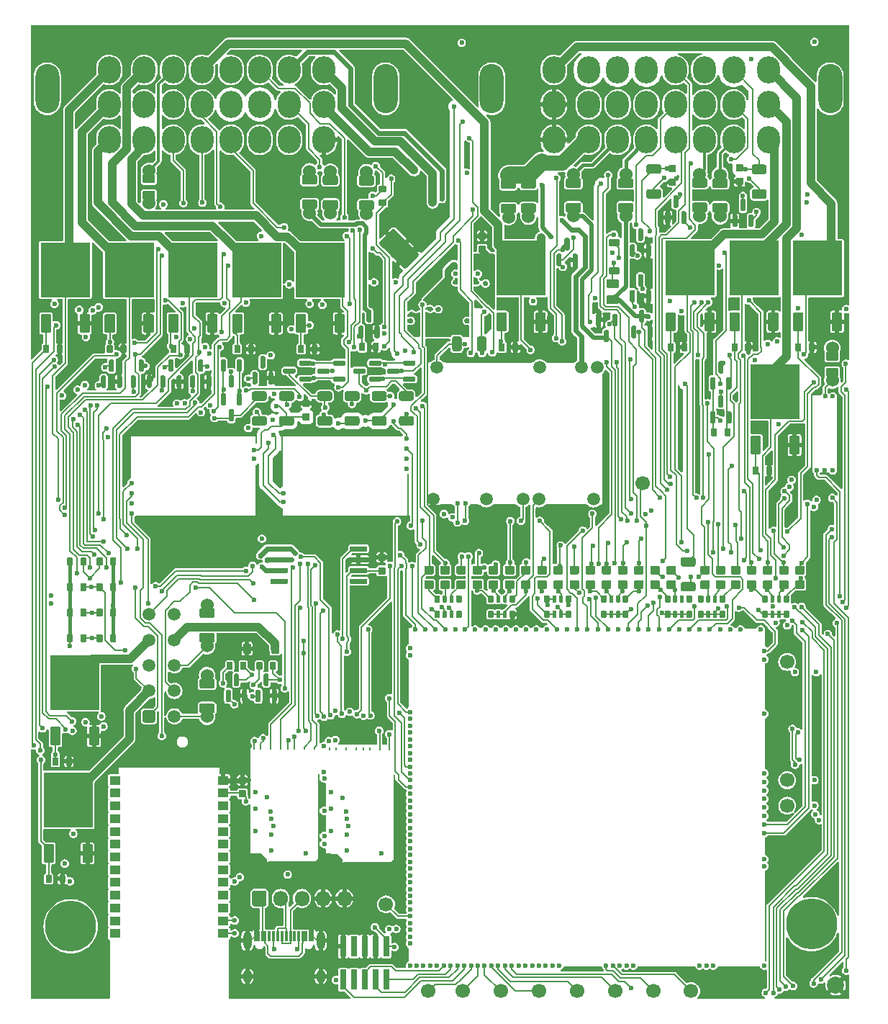
<source format=gtl>
G04 #@! TF.GenerationSoftware,KiCad,Pcbnew,7.0.11-7.0.11~ubuntu22.04.1*
G04 #@! TF.CreationDate,2024-04-08T17:40:40+00:00*
G04 #@! TF.ProjectId,alphax_4ch,616c7068-6178-45f3-9463-682e6b696361,i*
G04 #@! TF.SameCoordinates,PX141f5e0PYa2cace0*
G04 #@! TF.FileFunction,Copper,L1,Top*
G04 #@! TF.FilePolarity,Positive*
%FSLAX46Y46*%
G04 Gerber Fmt 4.6, Leading zero omitted, Abs format (unit mm)*
G04 Created by KiCad (PCBNEW 7.0.11-7.0.11~ubuntu22.04.1) date 2024-04-08 17:40:40*
%MOMM*%
%LPD*%
G01*
G04 APERTURE LIST*
G04 #@! TA.AperFunction,ComponentPad*
%ADD10C,1.700000*%
G04 #@! TD*
G04 #@! TA.AperFunction,ComponentPad*
%ADD11C,1.524000*%
G04 #@! TD*
G04 #@! TA.AperFunction,ComponentPad*
%ADD12C,6.000000*%
G04 #@! TD*
G04 #@! TA.AperFunction,SMDPad,CuDef*
%ADD13R,5.800000X6.400000*%
G04 #@! TD*
G04 #@! TA.AperFunction,ComponentPad*
%ADD14O,1.700000X1.850000*%
G04 #@! TD*
G04 #@! TA.AperFunction,ComponentPad*
%ADD15O,2.800000X5.800000*%
G04 #@! TD*
G04 #@! TA.AperFunction,ComponentPad*
%ADD16O,2.700000X3.200000*%
G04 #@! TD*
G04 #@! TA.AperFunction,SMDPad,CuDef*
%ADD17R,0.300000X1.150000*%
G04 #@! TD*
G04 #@! TA.AperFunction,ComponentPad*
%ADD18O,1.000000X2.100000*%
G04 #@! TD*
G04 #@! TA.AperFunction,ComponentPad*
%ADD19O,1.000000X1.600000*%
G04 #@! TD*
G04 #@! TA.AperFunction,ComponentPad*
%ADD20C,1.500000*%
G04 #@! TD*
G04 #@! TA.AperFunction,ComponentPad*
%ADD21C,0.600000*%
G04 #@! TD*
G04 #@! TA.AperFunction,SMDPad,CuDef*
%ADD22O,3.300000X0.200000*%
G04 #@! TD*
G04 #@! TA.AperFunction,SMDPad,CuDef*
%ADD23O,10.200000X0.200000*%
G04 #@! TD*
G04 #@! TA.AperFunction,SMDPad,CuDef*
%ADD24O,0.300000X0.200000*%
G04 #@! TD*
G04 #@! TA.AperFunction,SMDPad,CuDef*
%ADD25O,0.200000X17.000000*%
G04 #@! TD*
G04 #@! TA.AperFunction,SMDPad,CuDef*
%ADD26O,0.200000X15.400000*%
G04 #@! TD*
G04 #@! TA.AperFunction,SMDPad,CuDef*
%ADD27O,4.800000X0.200000*%
G04 #@! TD*
G04 #@! TA.AperFunction,SMDPad,CuDef*
%ADD28O,2.600000X0.200000*%
G04 #@! TD*
G04 #@! TA.AperFunction,SMDPad,CuDef*
%ADD29O,1.000000X0.200000*%
G04 #@! TD*
G04 #@! TA.AperFunction,SMDPad,CuDef*
%ADD30O,1.500000X0.200000*%
G04 #@! TD*
G04 #@! TA.AperFunction,SMDPad,CuDef*
%ADD31R,0.250000X6.185000*%
G04 #@! TD*
G04 #@! TA.AperFunction,SMDPad,CuDef*
%ADD32R,0.250000X1.115000*%
G04 #@! TD*
G04 #@! TA.AperFunction,SMDPad,CuDef*
%ADD33R,14.275000X0.250000*%
G04 #@! TD*
G04 #@! TA.AperFunction,SMDPad,CuDef*
%ADD34R,15.100000X0.250000*%
G04 #@! TD*
G04 #@! TA.AperFunction,SMDPad,CuDef*
%ADD35R,0.250000X5.175000*%
G04 #@! TD*
G04 #@! TA.AperFunction,SMDPad,CuDef*
%ADD36R,0.200000X2.300000*%
G04 #@! TD*
G04 #@! TA.AperFunction,SMDPad,CuDef*
%ADD37R,0.200000X10.700000*%
G04 #@! TD*
G04 #@! TA.AperFunction,SMDPad,CuDef*
%ADD38R,0.200000X2.100000*%
G04 #@! TD*
G04 #@! TA.AperFunction,SMDPad,CuDef*
%ADD39R,0.200000X6.000000*%
G04 #@! TD*
G04 #@! TA.AperFunction,SMDPad,CuDef*
%ADD40R,0.200000X5.400000*%
G04 #@! TD*
G04 #@! TA.AperFunction,SMDPad,CuDef*
%ADD41R,1.400000X0.200000*%
G04 #@! TD*
G04 #@! TA.AperFunction,SMDPad,CuDef*
%ADD42R,5.000000X0.200000*%
G04 #@! TD*
G04 #@! TA.AperFunction,SMDPad,CuDef*
%ADD43R,6.800000X0.200000*%
G04 #@! TD*
G04 #@! TA.AperFunction,SMDPad,CuDef*
%ADD44R,4.500000X0.200000*%
G04 #@! TD*
G04 #@! TA.AperFunction,SMDPad,CuDef*
%ADD45R,0.200000X1.600000*%
G04 #@! TD*
G04 #@! TA.AperFunction,SMDPad,CuDef*
%ADD46R,0.200000X5.700000*%
G04 #@! TD*
G04 #@! TA.AperFunction,SMDPad,CuDef*
%ADD47R,0.200000X2.000000*%
G04 #@! TD*
G04 #@! TA.AperFunction,SMDPad,CuDef*
%ADD48R,1.300000X1.000000*%
G04 #@! TD*
G04 #@! TA.AperFunction,SMDPad,CuDef*
%ADD49C,2.000000*%
G04 #@! TD*
G04 #@! TA.AperFunction,SMDPad,CuDef*
%ADD50O,1.225000X0.200000*%
G04 #@! TD*
G04 #@! TA.AperFunction,SMDPad,CuDef*
%ADD51O,0.200000X9.300000*%
G04 #@! TD*
G04 #@! TA.AperFunction,SMDPad,CuDef*
%ADD52O,0.250000X10.200000*%
G04 #@! TD*
G04 #@! TA.AperFunction,SMDPad,CuDef*
%ADD53O,5.800001X0.250000*%
G04 #@! TD*
G04 #@! TA.AperFunction,SMDPad,CuDef*
%ADD54O,0.200000X0.399999*%
G04 #@! TD*
G04 #@! TA.AperFunction,ComponentPad*
%ADD55C,0.599999*%
G04 #@! TD*
G04 #@! TA.AperFunction,SMDPad,CuDef*
%ADD56R,0.740000X2.400000*%
G04 #@! TD*
G04 #@! TA.AperFunction,ViaPad*
%ADD57C,0.600000*%
G04 #@! TD*
G04 #@! TA.AperFunction,ViaPad*
%ADD58C,1.300000*%
G04 #@! TD*
G04 #@! TA.AperFunction,Conductor*
%ADD59C,0.400000*%
G04 #@! TD*
G04 #@! TA.AperFunction,Conductor*
%ADD60C,0.600000*%
G04 #@! TD*
G04 #@! TA.AperFunction,Conductor*
%ADD61C,0.200000*%
G04 #@! TD*
G04 #@! TA.AperFunction,Conductor*
%ADD62C,1.000000*%
G04 #@! TD*
G04 #@! TA.AperFunction,Conductor*
%ADD63C,0.508000*%
G04 #@! TD*
G04 #@! TA.AperFunction,Conductor*
%ADD64C,0.300000*%
G04 #@! TD*
G04 #@! TA.AperFunction,Conductor*
%ADD65C,0.203200*%
G04 #@! TD*
G04 #@! TA.AperFunction,Conductor*
%ADD66C,1.800000*%
G04 #@! TD*
G04 #@! TA.AperFunction,Conductor*
%ADD67C,2.000000*%
G04 #@! TD*
G04 #@! TA.AperFunction,Conductor*
%ADD68C,0.800000*%
G04 #@! TD*
G04 APERTURE END LIST*
D10*
G04 #@! TO.P,P18,1,Pin_1*
G04 #@! TO.N,Net-(M4-IN_AT2)*
X89100000Y39700000D03*
G04 #@! TD*
D11*
G04 #@! TO.P,F10,1,1*
G04 #@! TO.N,Net-(J6-Pin_6)*
X20840000Y33250000D03*
G04 #@! TA.AperFunction,SMDPad,CuDef*
G36*
G01*
X21740000Y34594990D02*
X21740000Y33904990D01*
G75*
G02*
X21510000Y33674990I-230000J0D01*
G01*
X20170000Y33674990D01*
G75*
G02*
X19940000Y33904990I0J230000D01*
G01*
X19940000Y34594990D01*
G75*
G02*
X20170000Y34824990I230000J0D01*
G01*
X21510000Y34824990D01*
G75*
G02*
X21740000Y34594990I0J-230000D01*
G01*
G37*
G04 #@! TD.AperFunction*
G04 #@! TO.P,F10,2,2*
G04 #@! TO.N,/OUT_IGN5*
G04 #@! TA.AperFunction,SMDPad,CuDef*
G36*
G01*
X21740000Y37495010D02*
X21740000Y36805010D01*
G75*
G02*
X21510000Y36575010I-230000J0D01*
G01*
X20170000Y36575010D01*
G75*
G02*
X19940000Y36805010I0J230000D01*
G01*
X19940000Y37495010D01*
G75*
G02*
X20170000Y37725010I230000J0D01*
G01*
X21510000Y37725010D01*
G75*
G02*
X21740000Y37495010I0J-230000D01*
G01*
G37*
G04 #@! TD.AperFunction*
X20840000Y38150000D03*
G04 #@! TD*
G04 #@! TO.P,D4,1,A*
G04 #@! TO.N,Net-(D4-A)*
G04 #@! TA.AperFunction,SMDPad,CuDef*
G36*
G01*
X79899998Y48300001D02*
X78999998Y48300001D01*
G75*
G02*
X78899998Y48400001I0J100000D01*
G01*
X78899998Y49200001D01*
G75*
G02*
X78999998Y49300001I100000J0D01*
G01*
X79899998Y49300001D01*
G75*
G02*
X79999998Y49200001I0J-100000D01*
G01*
X79999998Y48400001D01*
G75*
G02*
X79899998Y48300001I-100000J0D01*
G01*
G37*
G04 #@! TD.AperFunction*
G04 #@! TO.P,D4,2,K*
G04 #@! TO.N,/CAM2_VR*
G04 #@! TA.AperFunction,SMDPad,CuDef*
G36*
G01*
X79899998Y50000001D02*
X78999998Y50000001D01*
G75*
G02*
X78899998Y50100001I0J100000D01*
G01*
X78899998Y50900001D01*
G75*
G02*
X78999998Y51000001I100000J0D01*
G01*
X79899998Y51000001D01*
G75*
G02*
X79999998Y50900001I0J-100000D01*
G01*
X79999998Y50100001D01*
G75*
G02*
X79899998Y50000001I-100000J0D01*
G01*
G37*
G04 #@! TD.AperFunction*
G04 #@! TD*
G04 #@! TO.P,R2,1*
G04 #@! TO.N,+12V*
G04 #@! TA.AperFunction,SMDPad,CuDef*
G36*
G01*
X86149998Y44965001D02*
X86149998Y45635001D01*
G75*
G02*
X86214998Y45700001I65000J0D01*
G01*
X86734998Y45700001D01*
G75*
G02*
X86799998Y45635001I0J-65000D01*
G01*
X86799998Y44965001D01*
G75*
G02*
X86734998Y44900001I-65000J0D01*
G01*
X86214998Y44900001D01*
G75*
G02*
X86149998Y44965001I0J65000D01*
G01*
G37*
G04 #@! TD.AperFunction*
G04 #@! TO.P,R2,2*
G04 #@! TA.AperFunction,SMDPad,CuDef*
G36*
G01*
X87124998Y44945001D02*
X87124998Y45655001D01*
G75*
G02*
X87169998Y45700001I45000J0D01*
G01*
X87529998Y45700001D01*
G75*
G02*
X87574998Y45655001I0J-45000D01*
G01*
X87574998Y44945001D01*
G75*
G02*
X87529998Y44900001I-45000J0D01*
G01*
X87169998Y44900001D01*
G75*
G02*
X87124998Y44945001I0J45000D01*
G01*
G37*
G04 #@! TD.AperFunction*
G04 #@! TO.P,R2,3*
G04 #@! TA.AperFunction,SMDPad,CuDef*
G36*
G01*
X87924998Y44945001D02*
X87924998Y45655001D01*
G75*
G02*
X87969998Y45700001I45000J0D01*
G01*
X88329998Y45700001D01*
G75*
G02*
X88374998Y45655001I0J-45000D01*
G01*
X88374998Y44945001D01*
G75*
G02*
X88329998Y44900001I-45000J0D01*
G01*
X87969998Y44900001D01*
G75*
G02*
X87924998Y44945001I0J45000D01*
G01*
G37*
G04 #@! TD.AperFunction*
G04 #@! TO.P,R2,4*
G04 #@! TA.AperFunction,SMDPad,CuDef*
G36*
G01*
X88699998Y44965001D02*
X88699998Y45635001D01*
G75*
G02*
X88764998Y45700001I65000J0D01*
G01*
X89284998Y45700001D01*
G75*
G02*
X89349998Y45635001I0J-65000D01*
G01*
X89349998Y44965001D01*
G75*
G02*
X89284998Y44900001I-65000J0D01*
G01*
X88764998Y44900001D01*
G75*
G02*
X88699998Y44965001I0J65000D01*
G01*
G37*
G04 #@! TD.AperFunction*
G04 #@! TO.P,R2,5*
G04 #@! TO.N,Net-(D3-K)*
G04 #@! TA.AperFunction,SMDPad,CuDef*
G36*
G01*
X88699998Y46765001D02*
X88699998Y47435001D01*
G75*
G02*
X88764998Y47500001I65000J0D01*
G01*
X89284998Y47500001D01*
G75*
G02*
X89349998Y47435001I0J-65000D01*
G01*
X89349998Y46765001D01*
G75*
G02*
X89284998Y46700001I-65000J0D01*
G01*
X88764998Y46700001D01*
G75*
G02*
X88699998Y46765001I0J65000D01*
G01*
G37*
G04 #@! TD.AperFunction*
G04 #@! TO.P,R2,6*
G04 #@! TO.N,Net-(D2-K)*
G04 #@! TA.AperFunction,SMDPad,CuDef*
G36*
G01*
X87924998Y46745001D02*
X87924998Y47455001D01*
G75*
G02*
X87969998Y47500001I45000J0D01*
G01*
X88329998Y47500001D01*
G75*
G02*
X88374998Y47455001I0J-45000D01*
G01*
X88374998Y46745001D01*
G75*
G02*
X88329998Y46700001I-45000J0D01*
G01*
X87969998Y46700001D01*
G75*
G02*
X87924998Y46745001I0J45000D01*
G01*
G37*
G04 #@! TD.AperFunction*
G04 #@! TO.P,R2,7*
G04 #@! TO.N,Net-(D14-A)*
G04 #@! TA.AperFunction,SMDPad,CuDef*
G36*
G01*
X87124998Y46745001D02*
X87124998Y47455001D01*
G75*
G02*
X87169998Y47500001I45000J0D01*
G01*
X87529998Y47500001D01*
G75*
G02*
X87574998Y47455001I0J-45000D01*
G01*
X87574998Y46745001D01*
G75*
G02*
X87529998Y46700001I-45000J0D01*
G01*
X87169998Y46700001D01*
G75*
G02*
X87124998Y46745001I0J45000D01*
G01*
G37*
G04 #@! TD.AperFunction*
G04 #@! TO.P,R2,8*
G04 #@! TO.N,Net-(D13-A)*
G04 #@! TA.AperFunction,SMDPad,CuDef*
G36*
G01*
X86149998Y46765001D02*
X86149998Y47435001D01*
G75*
G02*
X86214998Y47500001I65000J0D01*
G01*
X86734998Y47500001D01*
G75*
G02*
X86799998Y47435001I0J-65000D01*
G01*
X86799998Y46765001D01*
G75*
G02*
X86734998Y46700001I-65000J0D01*
G01*
X86214998Y46700001D01*
G75*
G02*
X86149998Y46765001I0J65000D01*
G01*
G37*
G04 #@! TD.AperFunction*
G04 #@! TD*
G04 #@! TO.P,D36,1,A*
G04 #@! TO.N,Net-(D36-A)*
G04 #@! TA.AperFunction,SMDPad,CuDef*
G36*
G01*
X51199998Y48300001D02*
X50299998Y48300001D01*
G75*
G02*
X50199998Y48400001I0J100000D01*
G01*
X50199998Y49200001D01*
G75*
G02*
X50299998Y49300001I100000J0D01*
G01*
X51199998Y49300001D01*
G75*
G02*
X51299998Y49200001I0J-100000D01*
G01*
X51299998Y48400001D01*
G75*
G02*
X51199998Y48300001I-100000J0D01*
G01*
G37*
G04 #@! TD.AperFunction*
G04 #@! TO.P,D36,2,K*
G04 #@! TO.N,/HALL3*
G04 #@! TA.AperFunction,SMDPad,CuDef*
G36*
G01*
X51199998Y50000001D02*
X50299998Y50000001D01*
G75*
G02*
X50199998Y50100001I0J100000D01*
G01*
X50199998Y50900001D01*
G75*
G02*
X50299998Y51000001I100000J0D01*
G01*
X51199998Y51000001D01*
G75*
G02*
X51299998Y50900001I0J-100000D01*
G01*
X51299998Y50100001D01*
G75*
G02*
X51199998Y50000001I-100000J0D01*
G01*
G37*
G04 #@! TD.AperFunction*
G04 #@! TD*
D10*
G04 #@! TO.P,P23,1,Pin_1*
G04 #@! TO.N,Net-(M4-SPI3_MOSI)*
X59900000Y1000000D03*
G04 #@! TD*
G04 #@! TO.P,C22,1*
G04 #@! TO.N,+12V_ETB*
G04 #@! TA.AperFunction,SMDPad,CuDef*
G36*
G01*
X51632590Y81481624D02*
X50218376Y80067410D01*
G75*
G02*
X49864822Y80067410I-176777J176777D01*
G01*
X47107106Y82825126D01*
G75*
G02*
X47107106Y83178680I176777J176777D01*
G01*
X48521320Y84592894D01*
G75*
G02*
X48874874Y84592894I176777J-176777D01*
G01*
X51632590Y81835178D01*
G75*
G02*
X51632590Y81481624I-176777J-176777D01*
G01*
G37*
G04 #@! TD.AperFunction*
G04 #@! TO.P,C22,2*
G04 #@! TO.N,GND*
G04 #@! TA.AperFunction,SMDPad,CuDef*
G36*
G01*
X45692894Y87421320D02*
X44278680Y86007106D01*
G75*
G02*
X43925126Y86007106I-176777J176777D01*
G01*
X41167410Y88764822D01*
G75*
G02*
X41167410Y89118376I176777J176777D01*
G01*
X42581624Y90532590D01*
G75*
G02*
X42935178Y90532590I176777J-176777D01*
G01*
X45692894Y87774874D01*
G75*
G02*
X45692894Y87421320I-176777J-176777D01*
G01*
G37*
G04 #@! TD.AperFunction*
G04 #@! TD*
G04 #@! TO.P,R1136,1*
G04 #@! TO.N,Net-(D19-COM)*
G04 #@! TA.AperFunction,SMDPad,CuDef*
G36*
G01*
X43675000Y71525000D02*
X44925000Y71525000D01*
G75*
G02*
X45175000Y71275000I0J-250000D01*
G01*
X45175000Y70650000D01*
G75*
G02*
X44925000Y70400000I-250000J0D01*
G01*
X43675000Y70400000D01*
G75*
G02*
X43425000Y70650000I0J250000D01*
G01*
X43425000Y71275000D01*
G75*
G02*
X43675000Y71525000I250000J0D01*
G01*
G37*
G04 #@! TD.AperFunction*
G04 #@! TO.P,R1136,2*
G04 #@! TO.N,Net-(R1135-Pad1)*
G04 #@! TA.AperFunction,SMDPad,CuDef*
G36*
G01*
X43675000Y68600000D02*
X44925000Y68600000D01*
G75*
G02*
X45175000Y68350000I0J-250000D01*
G01*
X45175000Y67725000D01*
G75*
G02*
X44925000Y67475000I-250000J0D01*
G01*
X43675000Y67475000D01*
G75*
G02*
X43425000Y67725000I0J250000D01*
G01*
X43425000Y68350000D01*
G75*
G02*
X43675000Y68600000I250000J0D01*
G01*
G37*
G04 #@! TD.AperFunction*
G04 #@! TD*
G04 #@! TO.P,R1105,1*
G04 #@! TO.N,/BOOST*
G04 #@! TA.AperFunction,SMDPad,CuDef*
G36*
G01*
X31550000Y76110000D02*
X31550000Y76890000D01*
G75*
G02*
X31620000Y76960000I70000J0D01*
G01*
X32180000Y76960000D01*
G75*
G02*
X32250000Y76890000I0J-70000D01*
G01*
X32250000Y76110000D01*
G75*
G02*
X32180000Y76040000I-70000J0D01*
G01*
X31620000Y76040000D01*
G75*
G02*
X31550000Y76110000I0J70000D01*
G01*
G37*
G04 #@! TD.AperFunction*
G04 #@! TO.P,R1105,2*
G04 #@! TO.N,GND*
G04 #@! TA.AperFunction,SMDPad,CuDef*
G36*
G01*
X33150000Y76110000D02*
X33150000Y76890000D01*
G75*
G02*
X33220000Y76960000I70000J0D01*
G01*
X33780000Y76960000D01*
G75*
G02*
X33850000Y76890000I0J-70000D01*
G01*
X33850000Y76110000D01*
G75*
G02*
X33780000Y76040000I-70000J0D01*
G01*
X33220000Y76040000D01*
G75*
G02*
X33150000Y76110000I0J70000D01*
G01*
G37*
G04 #@! TD.AperFunction*
G04 #@! TD*
G04 #@! TO.P,R18,1*
G04 #@! TO.N,Net-(R18-Pad1)*
G04 #@! TA.AperFunction,SMDPad,CuDef*
G36*
G01*
X74025000Y94175000D02*
X72775000Y94175000D01*
G75*
G02*
X72525000Y94425000I0J250000D01*
G01*
X72525000Y95050000D01*
G75*
G02*
X72775000Y95300000I250000J0D01*
G01*
X74025000Y95300000D01*
G75*
G02*
X74275000Y95050000I0J-250000D01*
G01*
X74275000Y94425000D01*
G75*
G02*
X74025000Y94175000I-250000J0D01*
G01*
G37*
G04 #@! TD.AperFunction*
G04 #@! TO.P,R18,2*
G04 #@! TO.N,/IN_2STEP_CAM2_VR-*
G04 #@! TA.AperFunction,SMDPad,CuDef*
G36*
G01*
X74025000Y97100000D02*
X72775000Y97100000D01*
G75*
G02*
X72525000Y97350000I0J250000D01*
G01*
X72525000Y97975000D01*
G75*
G02*
X72775000Y98225000I250000J0D01*
G01*
X74025000Y98225000D01*
G75*
G02*
X74275000Y97975000I0J-250000D01*
G01*
X74275000Y97350000D01*
G75*
G02*
X74025000Y97100000I-250000J0D01*
G01*
G37*
G04 #@! TD.AperFunction*
G04 #@! TD*
G04 #@! TO.P,R93,1*
G04 #@! TO.N,GNDA*
G04 #@! TA.AperFunction,SMDPad,CuDef*
G36*
G01*
X4350000Y42110000D02*
X4350000Y42890000D01*
G75*
G02*
X4420000Y42960000I70000J0D01*
G01*
X4980000Y42960000D01*
G75*
G02*
X5050000Y42890000I0J-70000D01*
G01*
X5050000Y42110000D01*
G75*
G02*
X4980000Y42040000I-70000J0D01*
G01*
X4420000Y42040000D01*
G75*
G02*
X4350000Y42110000I0J70000D01*
G01*
G37*
G04 #@! TD.AperFunction*
G04 #@! TO.P,R93,2*
G04 #@! TO.N,/AIN4*
G04 #@! TA.AperFunction,SMDPad,CuDef*
G36*
G01*
X5950000Y42110000D02*
X5950000Y42890000D01*
G75*
G02*
X6020000Y42960000I70000J0D01*
G01*
X6580000Y42960000D01*
G75*
G02*
X6650000Y42890000I0J-70000D01*
G01*
X6650000Y42110000D01*
G75*
G02*
X6580000Y42040000I-70000J0D01*
G01*
X6020000Y42040000D01*
G75*
G02*
X5950000Y42110000I0J70000D01*
G01*
G37*
G04 #@! TD.AperFunction*
G04 #@! TD*
D12*
G04 #@! TO.P,J8,1,Pin_1*
G04 #@! TO.N,unconnected-(J8-Pin_1-Pad1)*
X4803000Y8619000D03*
G04 #@! TD*
G04 #@! TO.P,D34,1,A*
G04 #@! TO.N,Net-(D34-A)*
G04 #@! TA.AperFunction,SMDPad,CuDef*
G36*
G01*
X47399998Y48300001D02*
X46499998Y48300001D01*
G75*
G02*
X46399998Y48400001I0J100000D01*
G01*
X46399998Y49200001D01*
G75*
G02*
X46499998Y49300001I100000J0D01*
G01*
X47399998Y49300001D01*
G75*
G02*
X47499998Y49200001I0J-100000D01*
G01*
X47499998Y48400001D01*
G75*
G02*
X47399998Y48300001I-100000J0D01*
G01*
G37*
G04 #@! TD.AperFunction*
G04 #@! TO.P,D34,2,K*
G04 #@! TO.N,/HALL1*
G04 #@! TA.AperFunction,SMDPad,CuDef*
G36*
G01*
X47399998Y50000001D02*
X46499998Y50000001D01*
G75*
G02*
X46399998Y50100001I0J100000D01*
G01*
X46399998Y50900001D01*
G75*
G02*
X46499998Y51000001I100000J0D01*
G01*
X47399998Y51000001D01*
G75*
G02*
X47499998Y50900001I0J-100000D01*
G01*
X47499998Y50100001D01*
G75*
G02*
X47399998Y50000001I-100000J0D01*
G01*
G37*
G04 #@! TD.AperFunction*
G04 #@! TD*
G04 #@! TO.P,Q47,1,IN*
G04 #@! TO.N,/VVT1*
G04 #@! TA.AperFunction,SMDPad,CuDef*
G36*
G01*
X24880000Y78400000D02*
X23920000Y78400000D01*
G75*
G02*
X23800000Y78520000I0J120000D01*
G01*
X23800000Y80480000D01*
G75*
G02*
X23920000Y80600000I120000J0D01*
G01*
X24880000Y80600000D01*
G75*
G02*
X25000000Y80480000I0J-120000D01*
G01*
X25000000Y78520000D01*
G75*
G02*
X24880000Y78400000I-120000J0D01*
G01*
G37*
G04 #@! TD.AperFunction*
D13*
G04 #@! TO.P,Q47,2,D*
G04 #@! TO.N,/OUT_VVT1*
X26680000Y85800000D03*
G04 #@! TO.P,Q47,3,S*
G04 #@! TO.N,GND*
G04 #@! TA.AperFunction,SMDPad,CuDef*
G36*
G01*
X29440000Y78400000D02*
X28480000Y78400000D01*
G75*
G02*
X28360000Y78520000I0J120000D01*
G01*
X28360000Y80480000D01*
G75*
G02*
X28480000Y80600000I120000J0D01*
G01*
X29440000Y80600000D01*
G75*
G02*
X29560000Y80480000I0J-120000D01*
G01*
X29560000Y78520000D01*
G75*
G02*
X29440000Y78400000I-120000J0D01*
G01*
G37*
G04 #@! TD.AperFunction*
G04 #@! TD*
G04 #@! TO.P,J5,1,Pin_1*
G04 #@! TO.N,/MCU/VBUS*
G04 #@! TA.AperFunction,ComponentPad*
G36*
G01*
X26150000Y11225000D02*
X26150000Y12575000D01*
G75*
G02*
X26400000Y12825000I250000J0D01*
G01*
X27600000Y12825000D01*
G75*
G02*
X27850000Y12575000I0J-250000D01*
G01*
X27850000Y11225000D01*
G75*
G02*
X27600000Y10975000I-250000J0D01*
G01*
X26400000Y10975000D01*
G75*
G02*
X26150000Y11225000I0J250000D01*
G01*
G37*
G04 #@! TD.AperFunction*
D14*
G04 #@! TO.P,J5,2,Pin_2*
G04 #@! TO.N,/MCU/USB-*
X29500000Y11900000D03*
G04 #@! TO.P,J5,3,Pin_3*
G04 #@! TO.N,/MCU/USB+*
X32000000Y11900000D03*
G04 #@! TO.P,J5,4,Pin_4*
G04 #@! TO.N,GND*
X34500000Y11900000D03*
G04 #@! TO.P,J5,5,Pin_5*
X37000000Y11900000D03*
G04 #@! TD*
D11*
G04 #@! TO.P,F4,1,1*
G04 #@! TO.N,/A3*
X63950000Y97000000D03*
G04 #@! TA.AperFunction,SMDPad,CuDef*
G36*
G01*
X63050000Y95655010D02*
X63050000Y96345010D01*
G75*
G02*
X63280000Y96575010I230000J0D01*
G01*
X64620000Y96575010D01*
G75*
G02*
X64850000Y96345010I0J-230000D01*
G01*
X64850000Y95655010D01*
G75*
G02*
X64620000Y95425010I-230000J0D01*
G01*
X63280000Y95425010D01*
G75*
G02*
X63050000Y95655010I0J230000D01*
G01*
G37*
G04 #@! TD.AperFunction*
G04 #@! TO.P,F4,2,2*
G04 #@! TO.N,/OUT_PUMP_RELAY*
G04 #@! TA.AperFunction,SMDPad,CuDef*
G36*
G01*
X63050000Y92754990D02*
X63050000Y93444990D01*
G75*
G02*
X63280000Y93674990I230000J0D01*
G01*
X64620000Y93674990D01*
G75*
G02*
X64850000Y93444990I0J-230000D01*
G01*
X64850000Y92754990D01*
G75*
G02*
X64620000Y92524990I-230000J0D01*
G01*
X63280000Y92524990D01*
G75*
G02*
X63050000Y92754990I0J230000D01*
G01*
G37*
G04 #@! TD.AperFunction*
X63950000Y92100000D03*
G04 #@! TD*
G04 #@! TO.P,Q13,1,G*
G04 #@! TO.N,Net-(Q12-D)*
G04 #@! TA.AperFunction,SMDPad,CuDef*
G36*
G01*
X80500000Y67725000D02*
X80200000Y67725000D01*
G75*
G02*
X80050000Y67875000I0J150000D01*
G01*
X80050000Y69050000D01*
G75*
G02*
X80200000Y69200000I150000J0D01*
G01*
X80500000Y69200000D01*
G75*
G02*
X80650000Y69050000I0J-150000D01*
G01*
X80650000Y67875000D01*
G75*
G02*
X80500000Y67725000I-150000J0D01*
G01*
G37*
G04 #@! TD.AperFunction*
G04 #@! TO.P,Q13,2,D*
G04 #@! TO.N,Net-(Q13-D)*
G04 #@! TA.AperFunction,SMDPad,CuDef*
G36*
G01*
X81450000Y69600000D02*
X81150000Y69600000D01*
G75*
G02*
X81000000Y69750000I0J150000D01*
G01*
X81000000Y70925000D01*
G75*
G02*
X81150000Y71075000I150000J0D01*
G01*
X81450000Y71075000D01*
G75*
G02*
X81600000Y70925000I0J-150000D01*
G01*
X81600000Y69750000D01*
G75*
G02*
X81450000Y69600000I-150000J0D01*
G01*
G37*
G04 #@! TD.AperFunction*
G04 #@! TO.P,Q13,3,S*
G04 #@! TO.N,+5VAS*
G04 #@! TA.AperFunction,SMDPad,CuDef*
G36*
G01*
X82400000Y67725000D02*
X82100000Y67725000D01*
G75*
G02*
X81950000Y67875000I0J150000D01*
G01*
X81950000Y69050000D01*
G75*
G02*
X82100000Y69200000I150000J0D01*
G01*
X82400000Y69200000D01*
G75*
G02*
X82550000Y69050000I0J-150000D01*
G01*
X82550000Y67875000D01*
G75*
G02*
X82400000Y67725000I-150000J0D01*
G01*
G37*
G04 #@! TD.AperFunction*
G04 #@! TD*
G04 #@! TO.P,R91,1,1*
G04 #@! TO.N,/IN_KNOCK_RAW*
X94400000Y72795000D03*
G04 #@! TA.AperFunction,SMDPad,CuDef*
G36*
G01*
X95025000Y73249999D02*
X93775000Y73249999D01*
G75*
G02*
X93675000Y73349999I0J100000D01*
G01*
X93675000Y74149999D01*
G75*
G02*
X93775000Y74249999I100000J0D01*
G01*
X95025000Y74249999D01*
G75*
G02*
X95125000Y74149999I0J-100000D01*
G01*
X95125000Y73349999D01*
G75*
G02*
X95025000Y73249999I-100000J0D01*
G01*
G37*
G04 #@! TD.AperFunction*
G04 #@! TO.P,R91,2,2*
G04 #@! TO.N,/F3*
G04 #@! TA.AperFunction,SMDPad,CuDef*
G36*
G01*
X95025000Y75150021D02*
X93775000Y75150021D01*
G75*
G02*
X93675000Y75250021I0J100000D01*
G01*
X93675000Y76050021D01*
G75*
G02*
X93775000Y76150021I100000J0D01*
G01*
X95025000Y76150021D01*
G75*
G02*
X95125000Y76050021I0J-100000D01*
G01*
X95125000Y75250021D01*
G75*
G02*
X95025000Y75150021I-100000J0D01*
G01*
G37*
G04 #@! TD.AperFunction*
X94400000Y76605000D03*
G04 #@! TD*
G04 #@! TO.P,R98,1*
G04 #@! TO.N,/INJ1*
G04 #@! TA.AperFunction,SMDPad,CuDef*
G36*
G01*
X75050000Y76310000D02*
X75050000Y77090000D01*
G75*
G02*
X75120000Y77160000I70000J0D01*
G01*
X75680000Y77160000D01*
G75*
G02*
X75750000Y77090000I0J-70000D01*
G01*
X75750000Y76310000D01*
G75*
G02*
X75680000Y76240000I-70000J0D01*
G01*
X75120000Y76240000D01*
G75*
G02*
X75050000Y76310000I0J70000D01*
G01*
G37*
G04 #@! TD.AperFunction*
G04 #@! TO.P,R98,2*
G04 #@! TO.N,GND*
G04 #@! TA.AperFunction,SMDPad,CuDef*
G36*
G01*
X76650000Y76310000D02*
X76650000Y77090000D01*
G75*
G02*
X76720000Y77160000I70000J0D01*
G01*
X77280000Y77160000D01*
G75*
G02*
X77350000Y77090000I0J-70000D01*
G01*
X77350000Y76310000D01*
G75*
G02*
X77280000Y76240000I-70000J0D01*
G01*
X76720000Y76240000D01*
G75*
G02*
X76650000Y76310000I0J70000D01*
G01*
G37*
G04 #@! TD.AperFunction*
G04 #@! TD*
G04 #@! TO.P,Q49,1,G*
G04 #@! TO.N,Net-(Q49-G)*
G04 #@! TA.AperFunction,SMDPad,CuDef*
G36*
G01*
X45375000Y73100000D02*
X45375000Y72800000D01*
G75*
G02*
X45225000Y72650000I-150000J0D01*
G01*
X44050000Y72650000D01*
G75*
G02*
X43900000Y72800000I0J150000D01*
G01*
X43900000Y73100000D01*
G75*
G02*
X44050000Y73250000I150000J0D01*
G01*
X45225000Y73250000D01*
G75*
G02*
X45375000Y73100000I0J-150000D01*
G01*
G37*
G04 #@! TD.AperFunction*
G04 #@! TO.P,Q49,2,D*
G04 #@! TO.N,/HALL_OPT_PU/+12V_LIM*
G04 #@! TA.AperFunction,SMDPad,CuDef*
G36*
G01*
X43500000Y74050000D02*
X43500000Y73750000D01*
G75*
G02*
X43350000Y73600000I-150000J0D01*
G01*
X42175000Y73600000D01*
G75*
G02*
X42025000Y73750000I0J150000D01*
G01*
X42025000Y74050000D01*
G75*
G02*
X42175000Y74200000I150000J0D01*
G01*
X43350000Y74200000D01*
G75*
G02*
X43500000Y74050000I0J-150000D01*
G01*
G37*
G04 #@! TD.AperFunction*
G04 #@! TO.P,Q49,3,S*
G04 #@! TO.N,Net-(Q49-S)*
G04 #@! TA.AperFunction,SMDPad,CuDef*
G36*
G01*
X45375000Y75000000D02*
X45375000Y74700000D01*
G75*
G02*
X45225000Y74550000I-150000J0D01*
G01*
X44050000Y74550000D01*
G75*
G02*
X43900000Y74700000I0J150000D01*
G01*
X43900000Y75000000D01*
G75*
G02*
X44050000Y75150000I150000J0D01*
G01*
X45225000Y75150000D01*
G75*
G02*
X45375000Y75000000I0J-150000D01*
G01*
G37*
G04 #@! TD.AperFunction*
G04 #@! TD*
G04 #@! TO.P,D15,1,A*
G04 #@! TO.N,Net-(D15-A)*
G04 #@! TA.AperFunction,SMDPad,CuDef*
G36*
G01*
X66399998Y48300001D02*
X65499998Y48300001D01*
G75*
G02*
X65399998Y48400001I0J100000D01*
G01*
X65399998Y49200001D01*
G75*
G02*
X65499998Y49300001I100000J0D01*
G01*
X66399998Y49300001D01*
G75*
G02*
X66499998Y49200001I0J-100000D01*
G01*
X66499998Y48400001D01*
G75*
G02*
X66399998Y48300001I-100000J0D01*
G01*
G37*
G04 #@! TD.AperFunction*
G04 #@! TO.P,D15,2,K*
G04 #@! TO.N,/OUT_INJ1*
G04 #@! TA.AperFunction,SMDPad,CuDef*
G36*
G01*
X66399998Y50000001D02*
X65499998Y50000001D01*
G75*
G02*
X65399998Y50100001I0J100000D01*
G01*
X65399998Y50900001D01*
G75*
G02*
X65499998Y51000001I100000J0D01*
G01*
X66399998Y51000001D01*
G75*
G02*
X66499998Y50900001I0J-100000D01*
G01*
X66499998Y50100001D01*
G75*
G02*
X66399998Y50000001I-100000J0D01*
G01*
G37*
G04 #@! TD.AperFunction*
G04 #@! TD*
G04 #@! TO.P,D55,1,A*
G04 #@! TO.N,GND*
G04 #@! TA.AperFunction,SMDPad,CuDef*
G36*
G01*
X83100000Y90825000D02*
X82800000Y90825000D01*
G75*
G02*
X82650000Y90975000I0J150000D01*
G01*
X82650000Y92150000D01*
G75*
G02*
X82800000Y92300000I150000J0D01*
G01*
X83100000Y92300000D01*
G75*
G02*
X83250000Y92150000I0J-150000D01*
G01*
X83250000Y90975000D01*
G75*
G02*
X83100000Y90825000I-150000J0D01*
G01*
G37*
G04 #@! TD.AperFunction*
G04 #@! TO.P,D55,2,K*
G04 #@! TO.N,/HALL_OPT_PU/+12V_LIM*
G04 #@! TA.AperFunction,SMDPad,CuDef*
G36*
G01*
X85000000Y90825000D02*
X84700000Y90825000D01*
G75*
G02*
X84550000Y90975000I0J150000D01*
G01*
X84550000Y92150000D01*
G75*
G02*
X84700000Y92300000I150000J0D01*
G01*
X85000000Y92300000D01*
G75*
G02*
X85150000Y92150000I0J-150000D01*
G01*
X85150000Y90975000D01*
G75*
G02*
X85000000Y90825000I-150000J0D01*
G01*
G37*
G04 #@! TD.AperFunction*
G04 #@! TO.P,D55,3,COM*
G04 #@! TO.N,Net-(D55-COM)*
G04 #@! TA.AperFunction,SMDPad,CuDef*
G36*
G01*
X84050000Y92700000D02*
X83750000Y92700000D01*
G75*
G02*
X83600000Y92850000I0J150000D01*
G01*
X83600000Y94025000D01*
G75*
G02*
X83750000Y94175000I150000J0D01*
G01*
X84050000Y94175000D01*
G75*
G02*
X84200000Y94025000I0J-150000D01*
G01*
X84200000Y92850000D01*
G75*
G02*
X84050000Y92700000I-150000J0D01*
G01*
G37*
G04 #@! TD.AperFunction*
G04 #@! TD*
G04 #@! TO.P,R1102,1*
G04 #@! TO.N,/FAN_RELAY*
G04 #@! TA.AperFunction,SMDPad,CuDef*
G36*
G01*
X90050000Y76310000D02*
X90050000Y77090000D01*
G75*
G02*
X90120000Y77160000I70000J0D01*
G01*
X90680000Y77160000D01*
G75*
G02*
X90750000Y77090000I0J-70000D01*
G01*
X90750000Y76310000D01*
G75*
G02*
X90680000Y76240000I-70000J0D01*
G01*
X90120000Y76240000D01*
G75*
G02*
X90050000Y76310000I0J70000D01*
G01*
G37*
G04 #@! TD.AperFunction*
G04 #@! TO.P,R1102,2*
G04 #@! TO.N,GND*
G04 #@! TA.AperFunction,SMDPad,CuDef*
G36*
G01*
X91650000Y76310000D02*
X91650000Y77090000D01*
G75*
G02*
X91720000Y77160000I70000J0D01*
G01*
X92280000Y77160000D01*
G75*
G02*
X92350000Y77090000I0J-70000D01*
G01*
X92350000Y76310000D01*
G75*
G02*
X92280000Y76240000I-70000J0D01*
G01*
X91720000Y76240000D01*
G75*
G02*
X91650000Y76310000I0J70000D01*
G01*
G37*
G04 #@! TD.AperFunction*
G04 #@! TD*
G04 #@! TO.P,Q48,1,IN*
G04 #@! TO.N,/VVT2*
G04 #@! TA.AperFunction,SMDPad,CuDef*
G36*
G01*
X56000000Y78600000D02*
X55040000Y78600000D01*
G75*
G02*
X54920000Y78720000I0J120000D01*
G01*
X54920000Y80680000D01*
G75*
G02*
X55040000Y80800000I120000J0D01*
G01*
X56000000Y80800000D01*
G75*
G02*
X56120000Y80680000I0J-120000D01*
G01*
X56120000Y78720000D01*
G75*
G02*
X56000000Y78600000I-120000J0D01*
G01*
G37*
G04 #@! TD.AperFunction*
D13*
G04 #@! TO.P,Q48,2,D*
G04 #@! TO.N,/OUT_VVT2*
X57800000Y86000000D03*
G04 #@! TO.P,Q48,3,S*
G04 #@! TO.N,GND*
G04 #@! TA.AperFunction,SMDPad,CuDef*
G36*
G01*
X60560000Y78600000D02*
X59600000Y78600000D01*
G75*
G02*
X59480000Y78720000I0J120000D01*
G01*
X59480000Y80680000D01*
G75*
G02*
X59600000Y80800000I120000J0D01*
G01*
X60560000Y80800000D01*
G75*
G02*
X60680000Y80680000I0J-120000D01*
G01*
X60680000Y78720000D01*
G75*
G02*
X60560000Y78600000I-120000J0D01*
G01*
G37*
G04 #@! TD.AperFunction*
G04 #@! TD*
G04 #@! TO.P,R50,1*
G04 #@! TO.N,+5VA*
G04 #@! TA.AperFunction,SMDPad,CuDef*
G36*
G01*
X60500000Y44965000D02*
X60500000Y45635000D01*
G75*
G02*
X60565000Y45700000I65000J0D01*
G01*
X61085000Y45700000D01*
G75*
G02*
X61150000Y45635000I0J-65000D01*
G01*
X61150000Y44965000D01*
G75*
G02*
X61085000Y44900000I-65000J0D01*
G01*
X60565000Y44900000D01*
G75*
G02*
X60500000Y44965000I0J65000D01*
G01*
G37*
G04 #@! TD.AperFunction*
G04 #@! TO.P,R50,2*
G04 #@! TA.AperFunction,SMDPad,CuDef*
G36*
G01*
X61475000Y44945000D02*
X61475000Y45655000D01*
G75*
G02*
X61520000Y45700000I45000J0D01*
G01*
X61880000Y45700000D01*
G75*
G02*
X61925000Y45655000I0J-45000D01*
G01*
X61925000Y44945000D01*
G75*
G02*
X61880000Y44900000I-45000J0D01*
G01*
X61520000Y44900000D01*
G75*
G02*
X61475000Y44945000I0J45000D01*
G01*
G37*
G04 #@! TD.AperFunction*
G04 #@! TO.P,R50,3*
G04 #@! TO.N,+12V*
G04 #@! TA.AperFunction,SMDPad,CuDef*
G36*
G01*
X62275000Y44945000D02*
X62275000Y45655000D01*
G75*
G02*
X62320000Y45700000I45000J0D01*
G01*
X62680000Y45700000D01*
G75*
G02*
X62725000Y45655000I0J-45000D01*
G01*
X62725000Y44945000D01*
G75*
G02*
X62680000Y44900000I-45000J0D01*
G01*
X62320000Y44900000D01*
G75*
G02*
X62275000Y44945000I0J45000D01*
G01*
G37*
G04 #@! TD.AperFunction*
G04 #@! TO.P,R50,4*
G04 #@! TA.AperFunction,SMDPad,CuDef*
G36*
G01*
X63050000Y44965000D02*
X63050000Y45635000D01*
G75*
G02*
X63115000Y45700000I65000J0D01*
G01*
X63635000Y45700000D01*
G75*
G02*
X63700000Y45635000I0J-65000D01*
G01*
X63700000Y44965000D01*
G75*
G02*
X63635000Y44900000I-65000J0D01*
G01*
X63115000Y44900000D01*
G75*
G02*
X63050000Y44965000I0J65000D01*
G01*
G37*
G04 #@! TD.AperFunction*
G04 #@! TO.P,R50,5*
G04 #@! TO.N,Net-(D38-A)*
G04 #@! TA.AperFunction,SMDPad,CuDef*
G36*
G01*
X63050000Y46765000D02*
X63050000Y47435000D01*
G75*
G02*
X63115000Y47500000I65000J0D01*
G01*
X63635000Y47500000D01*
G75*
G02*
X63700000Y47435000I0J-65000D01*
G01*
X63700000Y46765000D01*
G75*
G02*
X63635000Y46700000I-65000J0D01*
G01*
X63115000Y46700000D01*
G75*
G02*
X63050000Y46765000I0J65000D01*
G01*
G37*
G04 #@! TD.AperFunction*
G04 #@! TO.P,R50,6*
G04 #@! TO.N,Net-(D37-K)*
G04 #@! TA.AperFunction,SMDPad,CuDef*
G36*
G01*
X62275000Y46745000D02*
X62275000Y47455000D01*
G75*
G02*
X62320000Y47500000I45000J0D01*
G01*
X62680000Y47500000D01*
G75*
G02*
X62725000Y47455000I0J-45000D01*
G01*
X62725000Y46745000D01*
G75*
G02*
X62680000Y46700000I-45000J0D01*
G01*
X62320000Y46700000D01*
G75*
G02*
X62275000Y46745000I0J45000D01*
G01*
G37*
G04 #@! TD.AperFunction*
G04 #@! TO.P,R50,7*
G04 #@! TO.N,Net-(D1-A)*
G04 #@! TA.AperFunction,SMDPad,CuDef*
G36*
G01*
X61475000Y46745000D02*
X61475000Y47455000D01*
G75*
G02*
X61520000Y47500000I45000J0D01*
G01*
X61880000Y47500000D01*
G75*
G02*
X61925000Y47455000I0J-45000D01*
G01*
X61925000Y46745000D01*
G75*
G02*
X61880000Y46700000I-45000J0D01*
G01*
X61520000Y46700000D01*
G75*
G02*
X61475000Y46745000I0J45000D01*
G01*
G37*
G04 #@! TD.AperFunction*
G04 #@! TO.P,R50,8*
G04 #@! TA.AperFunction,SMDPad,CuDef*
G36*
G01*
X60500000Y46765000D02*
X60500000Y47435000D01*
G75*
G02*
X60565000Y47500000I65000J0D01*
G01*
X61085000Y47500000D01*
G75*
G02*
X61150000Y47435000I0J-65000D01*
G01*
X61150000Y46765000D01*
G75*
G02*
X61085000Y46700000I-65000J0D01*
G01*
X60565000Y46700000D01*
G75*
G02*
X60500000Y46765000I0J65000D01*
G01*
G37*
G04 #@! TD.AperFunction*
G04 #@! TD*
G04 #@! TO.P,D28,1*
G04 #@! TO.N,/HALL_OPT_PU/+12V_LIM*
G04 #@! TA.AperFunction,SMDPad,CuDef*
G36*
G01*
X26609999Y72325000D02*
X26309999Y72325000D01*
G75*
G02*
X26159999Y72475000I0J150000D01*
G01*
X26159999Y73650000D01*
G75*
G02*
X26309999Y73800000I150000J0D01*
G01*
X26609999Y73800000D01*
G75*
G02*
X26759999Y73650000I0J-150000D01*
G01*
X26759999Y72475000D01*
G75*
G02*
X26609999Y72325000I-150000J0D01*
G01*
G37*
G04 #@! TD.AperFunction*
G04 #@! TO.P,D28,2*
G04 #@! TO.N,unconnected-(D28-Pad2)*
G04 #@! TA.AperFunction,SMDPad,CuDef*
G36*
G01*
X27559999Y74200000D02*
X27259999Y74200000D01*
G75*
G02*
X27109999Y74350000I0J150000D01*
G01*
X27109999Y75525000D01*
G75*
G02*
X27259999Y75675000I150000J0D01*
G01*
X27559999Y75675000D01*
G75*
G02*
X27709999Y75525000I0J-150000D01*
G01*
X27709999Y74350000D01*
G75*
G02*
X27559999Y74200000I-150000J0D01*
G01*
G37*
G04 #@! TD.AperFunction*
G04 #@! TO.P,D28,3*
G04 #@! TO.N,GND*
G04 #@! TA.AperFunction,SMDPad,CuDef*
G36*
G01*
X28509999Y72325000D02*
X28209999Y72325000D01*
G75*
G02*
X28059999Y72475000I0J150000D01*
G01*
X28059999Y73650000D01*
G75*
G02*
X28209999Y73800000I150000J0D01*
G01*
X28509999Y73800000D01*
G75*
G02*
X28659999Y73650000I0J-150000D01*
G01*
X28659999Y72475000D01*
G75*
G02*
X28509999Y72325000I-150000J0D01*
G01*
G37*
G04 #@! TD.AperFunction*
G04 #@! TD*
D15*
G04 #@! TO.P,P2,*
G04 #@! TO.N,*
X2050000Y107100000D03*
X41850000Y107100000D03*
D16*
G04 #@! TO.P,P2,1,D1*
G04 #@! TO.N,/OUT_INJ3*
X9350000Y101100000D03*
G04 #@! TO.P,P2,2,D2*
G04 #@! TO.N,/OUT_BOOST*
X13450000Y101100000D03*
G04 #@! TO.P,P2,3,D3*
G04 #@! TO.N,/IN_D2*
X16850000Y101100000D03*
G04 #@! TO.P,P2,4,D4*
G04 #@! TO.N,/IN_TPS2*
X20250000Y101100000D03*
G04 #@! TO.P,P2,5,D5*
G04 #@! TO.N,/IN_PPS1*
X23650000Y101100000D03*
G04 #@! TO.P,P2,6,D6*
G04 #@! TO.N,/D6*
X27050000Y101100000D03*
G04 #@! TO.P,P2,7,D7*
G04 #@! TO.N,/D7*
X30500000Y101100000D03*
G04 #@! TO.P,P2,8,D8*
G04 #@! TO.N,GND*
X34600000Y101100000D03*
G04 #@! TO.P,P2,9,E1*
G04 #@! TO.N,/OUT_INJ4*
X9350000Y105250000D03*
G04 #@! TO.P,P2,10,E2*
G04 #@! TO.N,/OUT_NOS*
X13450000Y105250000D03*
G04 #@! TO.P,P2,11,E3*
G04 #@! TO.N,/IN_D3*
X16850000Y105250000D03*
G04 #@! TO.P,P2,12,E4*
G04 #@! TO.N,/IN_D4*
X20250000Y105250000D03*
G04 #@! TO.P,P2,13,E5*
G04 #@! TO.N,/IN_CAM_VR-*
X23650000Y105250000D03*
G04 #@! TO.P,P2,14,E6*
G04 #@! TO.N,/IN_CAM_VR+*
X27050000Y105250000D03*
G04 #@! TO.P,P2,15,E7*
G04 #@! TO.N,/IN_FLEX*
X30500000Y105250000D03*
G04 #@! TO.P,P2,16,E8*
G04 #@! TO.N,/OUT_ETB-*
X34600000Y105250000D03*
G04 #@! TO.P,P2,17,F1*
G04 #@! TO.N,/OUT_IDLE2*
X9350000Y109300000D03*
G04 #@! TO.P,P2,18,F2*
G04 #@! TO.N,/OUT_VVT1*
X13450000Y109300000D03*
G04 #@! TO.P,P2,19,F3*
G04 #@! TO.N,/F3*
X16850000Y109300000D03*
G04 #@! TO.P,P2,20,F4*
G04 #@! TO.N,/OUT_VVT2*
X20250000Y109300000D03*
G04 #@! TO.P,P2,21,F5*
G04 #@! TO.N,/F5*
X23650000Y109300000D03*
G04 #@! TO.P,P2,22,F6*
G04 #@! TO.N,/IN_PPS2*
X27050000Y109300000D03*
G04 #@! TO.P,P2,23,F7*
G04 #@! TO.N,/IN_VIGN*
X30500000Y109300000D03*
G04 #@! TO.P,P2,24,F8*
G04 #@! TO.N,/OUT_ETB+*
X34600000Y109300000D03*
G04 #@! TD*
D10*
G04 #@! TO.P,P19,1,Pin_1*
G04 #@! TO.N,Net-(M4-OUT_IO3)*
X41900000Y11200000D03*
G04 #@! TD*
G04 #@! TO.P,R1108,1*
G04 #@! TO.N,/VVT1*
G04 #@! TA.AperFunction,SMDPad,CuDef*
G36*
G01*
X24050000Y76110000D02*
X24050000Y76890000D01*
G75*
G02*
X24120000Y76960000I70000J0D01*
G01*
X24680000Y76960000D01*
G75*
G02*
X24750000Y76890000I0J-70000D01*
G01*
X24750000Y76110000D01*
G75*
G02*
X24680000Y76040000I-70000J0D01*
G01*
X24120000Y76040000D01*
G75*
G02*
X24050000Y76110000I0J70000D01*
G01*
G37*
G04 #@! TD.AperFunction*
G04 #@! TO.P,R1108,2*
G04 #@! TO.N,GND*
G04 #@! TA.AperFunction,SMDPad,CuDef*
G36*
G01*
X25650000Y76110000D02*
X25650000Y76890000D01*
G75*
G02*
X25720000Y76960000I70000J0D01*
G01*
X26280000Y76960000D01*
G75*
G02*
X26350000Y76890000I0J-70000D01*
G01*
X26350000Y76110000D01*
G75*
G02*
X26280000Y76040000I-70000J0D01*
G01*
X25720000Y76040000D01*
G75*
G02*
X25650000Y76110000I0J70000D01*
G01*
G37*
G04 #@! TD.AperFunction*
G04 #@! TD*
G04 #@! TO.P,Q35,1,G*
G04 #@! TO.N,Net-(Q35-G)*
G04 #@! TA.AperFunction,SMDPad,CuDef*
G36*
G01*
X37137500Y73100000D02*
X37137500Y72800000D01*
G75*
G02*
X36987500Y72650000I-150000J0D01*
G01*
X35812500Y72650000D01*
G75*
G02*
X35662500Y72800000I0J150000D01*
G01*
X35662500Y73100000D01*
G75*
G02*
X35812500Y73250000I150000J0D01*
G01*
X36987500Y73250000D01*
G75*
G02*
X37137500Y73100000I0J-150000D01*
G01*
G37*
G04 #@! TD.AperFunction*
G04 #@! TO.P,Q35,2,D*
G04 #@! TO.N,/HALL_OPT_PU/+12V_LIM*
G04 #@! TA.AperFunction,SMDPad,CuDef*
G36*
G01*
X35262500Y74050000D02*
X35262500Y73750000D01*
G75*
G02*
X35112500Y73600000I-150000J0D01*
G01*
X33937500Y73600000D01*
G75*
G02*
X33787500Y73750000I0J150000D01*
G01*
X33787500Y74050000D01*
G75*
G02*
X33937500Y74200000I150000J0D01*
G01*
X35112500Y74200000D01*
G75*
G02*
X35262500Y74050000I0J-150000D01*
G01*
G37*
G04 #@! TD.AperFunction*
G04 #@! TO.P,Q35,3,S*
G04 #@! TO.N,Net-(Q35-S)*
G04 #@! TA.AperFunction,SMDPad,CuDef*
G36*
G01*
X37137500Y75000000D02*
X37137500Y74700000D01*
G75*
G02*
X36987500Y74550000I-150000J0D01*
G01*
X35812500Y74550000D01*
G75*
G02*
X35662500Y74700000I0J150000D01*
G01*
X35662500Y75000000D01*
G75*
G02*
X35812500Y75150000I150000J0D01*
G01*
X36987500Y75150000D01*
G75*
G02*
X37137500Y75000000I0J-150000D01*
G01*
G37*
G04 #@! TD.AperFunction*
G04 #@! TD*
G04 #@! TO.P,P26,1,Pin_1*
G04 #@! TO.N,Net-(M4-I2C_SCL)*
X64400000Y1000000D03*
G04 #@! TD*
D17*
G04 #@! TO.P,J1,A1,GND*
G04 #@! TO.N,GND*
X26550000Y7485000D03*
G04 #@! TO.P,J1,A4,VBUS*
G04 #@! TO.N,/MCU/VBUS*
X27350000Y7485000D03*
G04 #@! TO.P,J1,A5,CC1*
G04 #@! TO.N,Net-(J1-CC1)*
X28650000Y7485000D03*
G04 #@! TO.P,J1,A6,D+*
G04 #@! TO.N,/MCU/USB+*
X29650000Y7485000D03*
G04 #@! TO.P,J1,A7,D-*
G04 #@! TO.N,/MCU/USB-*
X30150000Y7485000D03*
G04 #@! TO.P,J1,A8,SBU1*
G04 #@! TO.N,unconnected-(J1-SBU1-PadA8)*
X31150000Y7485000D03*
G04 #@! TO.P,J1,A9,VBUS*
G04 #@! TO.N,/MCU/VBUS*
X32450000Y7485000D03*
G04 #@! TO.P,J1,A12,GND*
G04 #@! TO.N,GND*
X33250000Y7485000D03*
G04 #@! TO.P,J1,B1,GND*
X32950000Y7485000D03*
G04 #@! TO.P,J1,B4,VBUS*
G04 #@! TO.N,/MCU/VBUS*
X32150000Y7485000D03*
G04 #@! TO.P,J1,B5,CC2*
G04 #@! TO.N,Net-(J1-CC2)*
X31650000Y7485000D03*
G04 #@! TO.P,J1,B6,D+*
G04 #@! TO.N,/MCU/USB+*
X30650000Y7485000D03*
G04 #@! TO.P,J1,B7,D-*
G04 #@! TO.N,/MCU/USB-*
X29150000Y7485000D03*
G04 #@! TO.P,J1,B8,SBU2*
G04 #@! TO.N,unconnected-(J1-SBU2-PadB8)*
X28150000Y7485000D03*
G04 #@! TO.P,J1,B9,VBUS*
G04 #@! TO.N,/MCU/VBUS*
X27650000Y7485000D03*
G04 #@! TO.P,J1,B12,GND*
G04 #@! TO.N,GND*
X26850000Y7485000D03*
D18*
G04 #@! TO.P,J1,S1,SHIELD*
X25580000Y6920000D03*
D19*
X25580000Y2740000D03*
D18*
X34220000Y6920000D03*
D19*
X34220000Y2740000D03*
G04 #@! TD*
G04 #@! TO.P,R1113,1*
G04 #@! TO.N,/MAIN*
G04 #@! TA.AperFunction,SMDPad,CuDef*
G36*
G01*
X38750000Y76347500D02*
X38750000Y77127500D01*
G75*
G02*
X38820000Y77197500I70000J0D01*
G01*
X39380000Y77197500D01*
G75*
G02*
X39450000Y77127500I0J-70000D01*
G01*
X39450000Y76347500D01*
G75*
G02*
X39380000Y76277500I-70000J0D01*
G01*
X38820000Y76277500D01*
G75*
G02*
X38750000Y76347500I0J70000D01*
G01*
G37*
G04 #@! TD.AperFunction*
G04 #@! TO.P,R1113,2*
G04 #@! TO.N,GND*
G04 #@! TA.AperFunction,SMDPad,CuDef*
G36*
G01*
X40350000Y76347500D02*
X40350000Y77127500D01*
G75*
G02*
X40420000Y77197500I70000J0D01*
G01*
X40980000Y77197500D01*
G75*
G02*
X41050000Y77127500I0J-70000D01*
G01*
X41050000Y76347500D01*
G75*
G02*
X40980000Y76277500I-70000J0D01*
G01*
X40420000Y76277500D01*
G75*
G02*
X40350000Y76347500I0J70000D01*
G01*
G37*
G04 #@! TD.AperFunction*
G04 #@! TD*
D10*
G04 #@! TO.P,P16,1,Pin_1*
G04 #@! TO.N,/OUT_IGN5*
X89100000Y22800000D03*
G04 #@! TD*
G04 #@! TO.P,D58,1,A*
G04 #@! TO.N,GND*
G04 #@! TA.AperFunction,SMDPad,CuDef*
G36*
G01*
X75200000Y91225000D02*
X74900000Y91225000D01*
G75*
G02*
X74750000Y91375000I0J150000D01*
G01*
X74750000Y92550000D01*
G75*
G02*
X74900000Y92700000I150000J0D01*
G01*
X75200000Y92700000D01*
G75*
G02*
X75350000Y92550000I0J-150000D01*
G01*
X75350000Y91375000D01*
G75*
G02*
X75200000Y91225000I-150000J0D01*
G01*
G37*
G04 #@! TD.AperFunction*
G04 #@! TO.P,D58,2,K*
G04 #@! TO.N,/HALL_OPT_PU/+12V_LIM*
G04 #@! TA.AperFunction,SMDPad,CuDef*
G36*
G01*
X77100000Y91225000D02*
X76800000Y91225000D01*
G75*
G02*
X76650000Y91375000I0J150000D01*
G01*
X76650000Y92550000D01*
G75*
G02*
X76800000Y92700000I150000J0D01*
G01*
X77100000Y92700000D01*
G75*
G02*
X77250000Y92550000I0J-150000D01*
G01*
X77250000Y91375000D01*
G75*
G02*
X77100000Y91225000I-150000J0D01*
G01*
G37*
G04 #@! TD.AperFunction*
G04 #@! TO.P,D58,3,COM*
G04 #@! TO.N,Net-(D58-COM)*
G04 #@! TA.AperFunction,SMDPad,CuDef*
G36*
G01*
X76150000Y93100000D02*
X75850000Y93100000D01*
G75*
G02*
X75700000Y93250000I0J150000D01*
G01*
X75700000Y94425000D01*
G75*
G02*
X75850000Y94575000I150000J0D01*
G01*
X76150000Y94575000D01*
G75*
G02*
X76300000Y94425000I0J-150000D01*
G01*
X76300000Y93250000D01*
G75*
G02*
X76150000Y93100000I-150000J0D01*
G01*
G37*
G04 #@! TD.AperFunction*
G04 #@! TD*
G04 #@! TO.P,Q45,1,IN*
G04 #@! TO.N,/INJ5*
G04 #@! TA.AperFunction,SMDPad,CuDef*
G36*
G01*
X2700000Y16100000D02*
X1740000Y16100000D01*
G75*
G02*
X1620000Y16220000I0J120000D01*
G01*
X1620000Y18180000D01*
G75*
G02*
X1740000Y18300000I120000J0D01*
G01*
X2700000Y18300000D01*
G75*
G02*
X2820000Y18180000I0J-120000D01*
G01*
X2820000Y16220000D01*
G75*
G02*
X2700000Y16100000I-120000J0D01*
G01*
G37*
G04 #@! TD.AperFunction*
D13*
G04 #@! TO.P,Q45,2,D*
G04 #@! TO.N,/OUT_INJ5*
X4500000Y23500000D03*
G04 #@! TO.P,Q45,3,S*
G04 #@! TO.N,GND*
G04 #@! TA.AperFunction,SMDPad,CuDef*
G36*
G01*
X7260000Y16100000D02*
X6300000Y16100000D01*
G75*
G02*
X6180000Y16220000I0J120000D01*
G01*
X6180000Y18180000D01*
G75*
G02*
X6300000Y18300000I120000J0D01*
G01*
X7260000Y18300000D01*
G75*
G02*
X7380000Y18180000I0J-120000D01*
G01*
X7380000Y16220000D01*
G75*
G02*
X7260000Y16100000I-120000J0D01*
G01*
G37*
G04 #@! TD.AperFunction*
G04 #@! TD*
D10*
G04 #@! TO.P,P21,1,Pin_1*
G04 #@! TO.N,Net-(M4-SPI3_SCK)*
X50900000Y1000000D03*
G04 #@! TD*
G04 #@! TO.P,Q8,1,G*
G04 #@! TO.N,/D2_PULLDOWN*
G04 #@! TA.AperFunction,SMDPad,CuDef*
G36*
G01*
X15800000Y71925000D02*
X15500000Y71925000D01*
G75*
G02*
X15350000Y72075000I0J150000D01*
G01*
X15350000Y73250000D01*
G75*
G02*
X15500000Y73400000I150000J0D01*
G01*
X15800000Y73400000D01*
G75*
G02*
X15950000Y73250000I0J-150000D01*
G01*
X15950000Y72075000D01*
G75*
G02*
X15800000Y71925000I-150000J0D01*
G01*
G37*
G04 #@! TD.AperFunction*
G04 #@! TO.P,Q8,2,D*
G04 #@! TO.N,Net-(Q8-D)*
G04 #@! TA.AperFunction,SMDPad,CuDef*
G36*
G01*
X16750000Y73800000D02*
X16450000Y73800000D01*
G75*
G02*
X16300000Y73950000I0J150000D01*
G01*
X16300000Y75125000D01*
G75*
G02*
X16450000Y75275000I150000J0D01*
G01*
X16750000Y75275000D01*
G75*
G02*
X16900000Y75125000I0J-150000D01*
G01*
X16900000Y73950000D01*
G75*
G02*
X16750000Y73800000I-150000J0D01*
G01*
G37*
G04 #@! TD.AperFunction*
G04 #@! TO.P,Q8,3,S*
G04 #@! TO.N,GND*
G04 #@! TA.AperFunction,SMDPad,CuDef*
G36*
G01*
X17700000Y71925000D02*
X17400000Y71925000D01*
G75*
G02*
X17250000Y72075000I0J150000D01*
G01*
X17250000Y73250000D01*
G75*
G02*
X17400000Y73400000I150000J0D01*
G01*
X17700000Y73400000D01*
G75*
G02*
X17850000Y73250000I0J-150000D01*
G01*
X17850000Y72075000D01*
G75*
G02*
X17700000Y71925000I-150000J0D01*
G01*
G37*
G04 #@! TD.AperFunction*
G04 #@! TD*
G04 #@! TO.P,Q4,1,G*
G04 #@! TO.N,/HS/IN1*
G04 #@! TA.AperFunction,SMDPad,CuDef*
G36*
G01*
X27000000Y34982581D02*
X26700000Y34982581D01*
G75*
G02*
X26550000Y35132581I0J150000D01*
G01*
X26550000Y36307581D01*
G75*
G02*
X26700000Y36457581I150000J0D01*
G01*
X27000000Y36457581D01*
G75*
G02*
X27150000Y36307581I0J-150000D01*
G01*
X27150000Y35132581D01*
G75*
G02*
X27000000Y34982581I-150000J0D01*
G01*
G37*
G04 #@! TD.AperFunction*
G04 #@! TO.P,Q4,2,D*
G04 #@! TO.N,Net-(Q2-G)*
G04 #@! TA.AperFunction,SMDPad,CuDef*
G36*
G01*
X27950000Y36857581D02*
X27650000Y36857581D01*
G75*
G02*
X27500000Y37007581I0J150000D01*
G01*
X27500000Y38182581D01*
G75*
G02*
X27650000Y38332581I150000J0D01*
G01*
X27950000Y38332581D01*
G75*
G02*
X28100000Y38182581I0J-150000D01*
G01*
X28100000Y37007581D01*
G75*
G02*
X27950000Y36857581I-150000J0D01*
G01*
G37*
G04 #@! TD.AperFunction*
G04 #@! TO.P,Q4,3,S*
G04 #@! TO.N,GND*
G04 #@! TA.AperFunction,SMDPad,CuDef*
G36*
G01*
X28900000Y34982581D02*
X28600000Y34982581D01*
G75*
G02*
X28450000Y35132581I0J150000D01*
G01*
X28450000Y36307581D01*
G75*
G02*
X28600000Y36457581I150000J0D01*
G01*
X28900000Y36457581D01*
G75*
G02*
X29050000Y36307581I0J-150000D01*
G01*
X29050000Y35132581D01*
G75*
G02*
X28900000Y34982581I-150000J0D01*
G01*
G37*
G04 #@! TD.AperFunction*
G04 #@! TD*
G04 #@! TO.P,R30,1*
G04 #@! TO.N,Net-(Q12-D)*
G04 #@! TA.AperFunction,SMDPad,CuDef*
G36*
G01*
X80150000Y66310000D02*
X80150000Y67090000D01*
G75*
G02*
X80220000Y67160000I70000J0D01*
G01*
X80780000Y67160000D01*
G75*
G02*
X80850000Y67090000I0J-70000D01*
G01*
X80850000Y66310000D01*
G75*
G02*
X80780000Y66240000I-70000J0D01*
G01*
X80220000Y66240000D01*
G75*
G02*
X80150000Y66310000I0J70000D01*
G01*
G37*
G04 #@! TD.AperFunction*
G04 #@! TO.P,R30,2*
G04 #@! TO.N,+5VAS*
G04 #@! TA.AperFunction,SMDPad,CuDef*
G36*
G01*
X81750000Y66310000D02*
X81750000Y67090000D01*
G75*
G02*
X81820000Y67160000I70000J0D01*
G01*
X82380000Y67160000D01*
G75*
G02*
X82450000Y67090000I0J-70000D01*
G01*
X82450000Y66310000D01*
G75*
G02*
X82380000Y66240000I-70000J0D01*
G01*
X81820000Y66240000D01*
G75*
G02*
X81750000Y66310000I0J70000D01*
G01*
G37*
G04 #@! TD.AperFunction*
G04 #@! TD*
G04 #@! TO.P,R1101,1*
G04 #@! TO.N,/INJ4*
G04 #@! TA.AperFunction,SMDPad,CuDef*
G36*
G01*
X9050000Y76110000D02*
X9050000Y76890000D01*
G75*
G02*
X9120000Y76960000I70000J0D01*
G01*
X9680000Y76960000D01*
G75*
G02*
X9750000Y76890000I0J-70000D01*
G01*
X9750000Y76110000D01*
G75*
G02*
X9680000Y76040000I-70000J0D01*
G01*
X9120000Y76040000D01*
G75*
G02*
X9050000Y76110000I0J70000D01*
G01*
G37*
G04 #@! TD.AperFunction*
G04 #@! TO.P,R1101,2*
G04 #@! TO.N,GND*
G04 #@! TA.AperFunction,SMDPad,CuDef*
G36*
G01*
X10650000Y76110000D02*
X10650000Y76890000D01*
G75*
G02*
X10720000Y76960000I70000J0D01*
G01*
X11280000Y76960000D01*
G75*
G02*
X11350000Y76890000I0J-70000D01*
G01*
X11350000Y76110000D01*
G75*
G02*
X11280000Y76040000I-70000J0D01*
G01*
X10720000Y76040000D01*
G75*
G02*
X10650000Y76110000I0J70000D01*
G01*
G37*
G04 #@! TD.AperFunction*
G04 #@! TD*
G04 #@! TO.P,C8,1*
G04 #@! TO.N,GND*
G04 #@! TA.AperFunction,SMDPad,CuDef*
G36*
G01*
X75940000Y95684999D02*
X75260000Y95684999D01*
G75*
G02*
X75175000Y95769999I0J85000D01*
G01*
X75175000Y96449999D01*
G75*
G02*
X75260000Y96534999I85000J0D01*
G01*
X75940000Y96534999D01*
G75*
G02*
X76025000Y96449999I0J-85000D01*
G01*
X76025000Y95769999D01*
G75*
G02*
X75940000Y95684999I-85000J0D01*
G01*
G37*
G04 #@! TD.AperFunction*
G04 #@! TO.P,C8,2*
G04 #@! TO.N,/IN_2STEP_CAM2_VR-*
G04 #@! TA.AperFunction,SMDPad,CuDef*
G36*
G01*
X75940000Y97265001D02*
X75260000Y97265001D01*
G75*
G02*
X75175000Y97350001I0J85000D01*
G01*
X75175000Y98030001D01*
G75*
G02*
X75260000Y98115001I85000J0D01*
G01*
X75940000Y98115001D01*
G75*
G02*
X76025000Y98030001I0J-85000D01*
G01*
X76025000Y97350001D01*
G75*
G02*
X75940000Y97265001I-85000J0D01*
G01*
G37*
G04 #@! TD.AperFunction*
G04 #@! TD*
G04 #@! TO.P,D47,1,A*
G04 #@! TO.N,Net-(D41-K)*
G04 #@! TA.AperFunction,SMDPad,CuDef*
G36*
G01*
X70199998Y48300001D02*
X69299998Y48300001D01*
G75*
G02*
X69199998Y48400001I0J100000D01*
G01*
X69199998Y49200001D01*
G75*
G02*
X69299998Y49300001I100000J0D01*
G01*
X70199998Y49300001D01*
G75*
G02*
X70299998Y49200001I0J-100000D01*
G01*
X70299998Y48400001D01*
G75*
G02*
X70199998Y48300001I-100000J0D01*
G01*
G37*
G04 #@! TD.AperFunction*
G04 #@! TO.P,D47,2,K*
G04 #@! TO.N,/OUT_INJ3*
G04 #@! TA.AperFunction,SMDPad,CuDef*
G36*
G01*
X70199998Y50000001D02*
X69299998Y50000001D01*
G75*
G02*
X69199998Y50100001I0J100000D01*
G01*
X69199998Y50900001D01*
G75*
G02*
X69299998Y51000001I100000J0D01*
G01*
X70199998Y51000001D01*
G75*
G02*
X70299998Y50900001I0J-100000D01*
G01*
X70299998Y50100001D01*
G75*
G02*
X70199998Y50000001I-100000J0D01*
G01*
G37*
G04 #@! TD.AperFunction*
G04 #@! TD*
G04 #@! TO.P,D39,1,A*
G04 #@! TO.N,Net-(D39-A)*
G04 #@! TA.AperFunction,SMDPad,CuDef*
G36*
G01*
X53099998Y48300001D02*
X52199998Y48300001D01*
G75*
G02*
X52099998Y48400001I0J100000D01*
G01*
X52099998Y49200001D01*
G75*
G02*
X52199998Y49300001I100000J0D01*
G01*
X53099998Y49300001D01*
G75*
G02*
X53199998Y49200001I0J-100000D01*
G01*
X53199998Y48400001D01*
G75*
G02*
X53099998Y48300001I-100000J0D01*
G01*
G37*
G04 #@! TD.AperFunction*
G04 #@! TO.P,D39,2,K*
G04 #@! TO.N,/OUT_VVT1*
G04 #@! TA.AperFunction,SMDPad,CuDef*
G36*
G01*
X53099998Y50000001D02*
X52199998Y50000001D01*
G75*
G02*
X52099998Y50100001I0J100000D01*
G01*
X52099998Y50900001D01*
G75*
G02*
X52199998Y51000001I100000J0D01*
G01*
X53099998Y51000001D01*
G75*
G02*
X53199998Y50900001I0J-100000D01*
G01*
X53199998Y50100001D01*
G75*
G02*
X53099998Y50000001I-100000J0D01*
G01*
G37*
G04 #@! TD.AperFunction*
G04 #@! TD*
G04 #@! TO.P,R74,1*
G04 #@! TO.N,GNDA*
G04 #@! TA.AperFunction,SMDPad,CuDef*
G36*
G01*
X4350000Y48110000D02*
X4350000Y48890000D01*
G75*
G02*
X4420000Y48960000I70000J0D01*
G01*
X4980000Y48960000D01*
G75*
G02*
X5050000Y48890000I0J-70000D01*
G01*
X5050000Y48110000D01*
G75*
G02*
X4980000Y48040000I-70000J0D01*
G01*
X4420000Y48040000D01*
G75*
G02*
X4350000Y48110000I0J70000D01*
G01*
G37*
G04 #@! TD.AperFunction*
G04 #@! TO.P,R74,2*
G04 #@! TO.N,/AIN2*
G04 #@! TA.AperFunction,SMDPad,CuDef*
G36*
G01*
X5950000Y48110000D02*
X5950000Y48890000D01*
G75*
G02*
X6020000Y48960000I70000J0D01*
G01*
X6580000Y48960000D01*
G75*
G02*
X6650000Y48890000I0J-70000D01*
G01*
X6650000Y48110000D01*
G75*
G02*
X6580000Y48040000I-70000J0D01*
G01*
X6020000Y48040000D01*
G75*
G02*
X5950000Y48110000I0J70000D01*
G01*
G37*
G04 #@! TD.AperFunction*
G04 #@! TD*
G04 #@! TO.P,D48,1,A*
G04 #@! TO.N,Net-(D42-K)*
G04 #@! TA.AperFunction,SMDPad,CuDef*
G36*
G01*
X72099998Y48300001D02*
X71199998Y48300001D01*
G75*
G02*
X71099998Y48400001I0J100000D01*
G01*
X71099998Y49200001D01*
G75*
G02*
X71199998Y49300001I100000J0D01*
G01*
X72099998Y49300001D01*
G75*
G02*
X72199998Y49200001I0J-100000D01*
G01*
X72199998Y48400001D01*
G75*
G02*
X72099998Y48300001I-100000J0D01*
G01*
G37*
G04 #@! TD.AperFunction*
G04 #@! TO.P,D48,2,K*
G04 #@! TO.N,/OUT_INJ4*
G04 #@! TA.AperFunction,SMDPad,CuDef*
G36*
G01*
X72099998Y50000001D02*
X71199998Y50000001D01*
G75*
G02*
X71099998Y50100001I0J100000D01*
G01*
X71099998Y50900001D01*
G75*
G02*
X71199998Y51000001I100000J0D01*
G01*
X72099998Y51000001D01*
G75*
G02*
X72199998Y50900001I0J-100000D01*
G01*
X72199998Y50100001D01*
G75*
G02*
X72099998Y50000001I-100000J0D01*
G01*
G37*
G04 #@! TD.AperFunction*
G04 #@! TD*
G04 #@! TO.P,P24,1,Pin_1*
G04 #@! TO.N,Net-(M4-SPI3_CS)*
X46900000Y1000000D03*
G04 #@! TD*
G04 #@! TO.P,P28,1,Pin_1*
G04 #@! TO.N,Net-(M4-UART8_TX)*
X77800000Y1000000D03*
G04 #@! TD*
G04 #@! TO.P,C21,1*
G04 #@! TO.N,GND*
G04 #@! TA.AperFunction,SMDPad,CuDef*
G36*
G01*
X32160000Y70515001D02*
X32840000Y70515001D01*
G75*
G02*
X32925000Y70430001I0J-85000D01*
G01*
X32925000Y69750001D01*
G75*
G02*
X32840000Y69665001I-85000J0D01*
G01*
X32160000Y69665001D01*
G75*
G02*
X32075000Y69750001I0J85000D01*
G01*
X32075000Y70430001D01*
G75*
G02*
X32160000Y70515001I85000J0D01*
G01*
G37*
G04 #@! TD.AperFunction*
G04 #@! TO.P,C21,2*
G04 #@! TO.N,/IN_CAM_VR+*
G04 #@! TA.AperFunction,SMDPad,CuDef*
G36*
G01*
X32160000Y68934999D02*
X32840000Y68934999D01*
G75*
G02*
X32925000Y68849999I0J-85000D01*
G01*
X32925000Y68169999D01*
G75*
G02*
X32840000Y68084999I-85000J0D01*
G01*
X32160000Y68084999D01*
G75*
G02*
X32075000Y68169999I0J85000D01*
G01*
X32075000Y68849999D01*
G75*
G02*
X32160000Y68934999I85000J0D01*
G01*
G37*
G04 #@! TD.AperFunction*
G04 #@! TD*
G04 #@! TO.P,D33,1,A*
G04 #@! TO.N,Net-(D33-A)*
G04 #@! TA.AperFunction,SMDPad,CuDef*
G36*
G01*
X83499998Y48300001D02*
X82599998Y48300001D01*
G75*
G02*
X82499998Y48400001I0J100000D01*
G01*
X82499998Y49200001D01*
G75*
G02*
X82599998Y49300001I100000J0D01*
G01*
X83499998Y49300001D01*
G75*
G02*
X83599998Y49200001I0J-100000D01*
G01*
X83599998Y48400001D01*
G75*
G02*
X83499998Y48300001I-100000J0D01*
G01*
G37*
G04 #@! TD.AperFunction*
G04 #@! TO.P,D33,2,K*
G04 #@! TO.N,/IN_CAM_VR*
G04 #@! TA.AperFunction,SMDPad,CuDef*
G36*
G01*
X83499998Y50000001D02*
X82599998Y50000001D01*
G75*
G02*
X82499998Y50100001I0J100000D01*
G01*
X82499998Y50900001D01*
G75*
G02*
X82599998Y51000001I100000J0D01*
G01*
X83499998Y51000001D01*
G75*
G02*
X83599998Y50900001I0J-100000D01*
G01*
X83599998Y50100001D01*
G75*
G02*
X83499998Y50000001I-100000J0D01*
G01*
G37*
G04 #@! TD.AperFunction*
G04 #@! TD*
G04 #@! TO.P,D9,1,A*
G04 #@! TO.N,Net-(D1-K)*
G04 #@! TA.AperFunction,SMDPad,CuDef*
G36*
G01*
X60699998Y48300001D02*
X59799998Y48300001D01*
G75*
G02*
X59699998Y48400001I0J100000D01*
G01*
X59699998Y49200001D01*
G75*
G02*
X59799998Y49300001I100000J0D01*
G01*
X60699998Y49300001D01*
G75*
G02*
X60799998Y49200001I0J-100000D01*
G01*
X60799998Y48400001D01*
G75*
G02*
X60699998Y48300001I-100000J0D01*
G01*
G37*
G04 #@! TD.AperFunction*
G04 #@! TO.P,D9,2,K*
G04 #@! TO.N,/OUT_TACH*
G04 #@! TA.AperFunction,SMDPad,CuDef*
G36*
G01*
X60699998Y50000001D02*
X59799998Y50000001D01*
G75*
G02*
X59699998Y50100001I0J100000D01*
G01*
X59699998Y50900001D01*
G75*
G02*
X59799998Y51000001I100000J0D01*
G01*
X60699998Y51000001D01*
G75*
G02*
X60799998Y50900001I0J-100000D01*
G01*
X60799998Y50100001D01*
G75*
G02*
X60699998Y50000001I-100000J0D01*
G01*
G37*
G04 #@! TD.AperFunction*
G04 #@! TD*
G04 #@! TO.P,R1104,1*
G04 #@! TO.N,/IDLE2*
G04 #@! TA.AperFunction,SMDPad,CuDef*
G36*
G01*
X1550000Y76110000D02*
X1550000Y76890000D01*
G75*
G02*
X1620000Y76960000I70000J0D01*
G01*
X2180000Y76960000D01*
G75*
G02*
X2250000Y76890000I0J-70000D01*
G01*
X2250000Y76110000D01*
G75*
G02*
X2180000Y76040000I-70000J0D01*
G01*
X1620000Y76040000D01*
G75*
G02*
X1550000Y76110000I0J70000D01*
G01*
G37*
G04 #@! TD.AperFunction*
G04 #@! TO.P,R1104,2*
G04 #@! TO.N,GND*
G04 #@! TA.AperFunction,SMDPad,CuDef*
G36*
G01*
X3150000Y76110000D02*
X3150000Y76890000D01*
G75*
G02*
X3220000Y76960000I70000J0D01*
G01*
X3780000Y76960000D01*
G75*
G02*
X3850000Y76890000I0J-70000D01*
G01*
X3850000Y76110000D01*
G75*
G02*
X3780000Y76040000I-70000J0D01*
G01*
X3220000Y76040000D01*
G75*
G02*
X3150000Y76110000I0J70000D01*
G01*
G37*
G04 #@! TD.AperFunction*
G04 #@! TD*
G04 #@! TO.P,R1103,1*
G04 #@! TO.N,/IDLE1*
G04 #@! TA.AperFunction,SMDPad,CuDef*
G36*
G01*
X85050000Y61810000D02*
X85050000Y62590000D01*
G75*
G02*
X85120000Y62660000I70000J0D01*
G01*
X85680000Y62660000D01*
G75*
G02*
X85750000Y62590000I0J-70000D01*
G01*
X85750000Y61810000D01*
G75*
G02*
X85680000Y61740000I-70000J0D01*
G01*
X85120000Y61740000D01*
G75*
G02*
X85050000Y61810000I0J70000D01*
G01*
G37*
G04 #@! TD.AperFunction*
G04 #@! TO.P,R1103,2*
G04 #@! TO.N,GND*
G04 #@! TA.AperFunction,SMDPad,CuDef*
G36*
G01*
X86650000Y61810000D02*
X86650000Y62590000D01*
G75*
G02*
X86720000Y62660000I70000J0D01*
G01*
X87280000Y62660000D01*
G75*
G02*
X87350000Y62590000I0J-70000D01*
G01*
X87350000Y61810000D01*
G75*
G02*
X87280000Y61740000I-70000J0D01*
G01*
X86720000Y61740000D01*
G75*
G02*
X86650000Y61810000I0J70000D01*
G01*
G37*
G04 #@! TD.AperFunction*
G04 #@! TD*
G04 #@! TO.P,D44,1,A*
G04 #@! TO.N,Net-(D38-K)*
G04 #@! TA.AperFunction,SMDPad,CuDef*
G36*
G01*
X64499998Y48300001D02*
X63599998Y48300001D01*
G75*
G02*
X63499998Y48400001I0J100000D01*
G01*
X63499998Y49200001D01*
G75*
G02*
X63599998Y49300001I100000J0D01*
G01*
X64499998Y49300001D01*
G75*
G02*
X64599998Y49200001I0J-100000D01*
G01*
X64599998Y48400001D01*
G75*
G02*
X64499998Y48300001I-100000J0D01*
G01*
G37*
G04 #@! TD.AperFunction*
G04 #@! TO.P,D44,2,K*
G04 #@! TO.N,/OUT_MAIN*
G04 #@! TA.AperFunction,SMDPad,CuDef*
G36*
G01*
X64499998Y50000001D02*
X63599998Y50000001D01*
G75*
G02*
X63499998Y50100001I0J100000D01*
G01*
X63499998Y50900001D01*
G75*
G02*
X63599998Y51000001I100000J0D01*
G01*
X64499998Y51000001D01*
G75*
G02*
X64599998Y50900001I0J-100000D01*
G01*
X64599998Y50100001D01*
G75*
G02*
X64499998Y50000001I-100000J0D01*
G01*
G37*
G04 #@! TD.AperFunction*
G04 #@! TD*
G04 #@! TO.P,Q30,1,IN*
G04 #@! TO.N,/INJ4*
G04 #@! TA.AperFunction,SMDPad,CuDef*
G36*
G01*
X9880000Y78400000D02*
X8920000Y78400000D01*
G75*
G02*
X8800000Y78520000I0J120000D01*
G01*
X8800000Y80480000D01*
G75*
G02*
X8920000Y80600000I120000J0D01*
G01*
X9880000Y80600000D01*
G75*
G02*
X10000000Y80480000I0J-120000D01*
G01*
X10000000Y78520000D01*
G75*
G02*
X9880000Y78400000I-120000J0D01*
G01*
G37*
G04 #@! TD.AperFunction*
D13*
G04 #@! TO.P,Q30,2,D*
G04 #@! TO.N,/OUT_INJ4*
X11680000Y85800000D03*
G04 #@! TO.P,Q30,3,S*
G04 #@! TO.N,GND*
G04 #@! TA.AperFunction,SMDPad,CuDef*
G36*
G01*
X14440000Y78400000D02*
X13480000Y78400000D01*
G75*
G02*
X13360000Y78520000I0J120000D01*
G01*
X13360000Y80480000D01*
G75*
G02*
X13480000Y80600000I120000J0D01*
G01*
X14440000Y80600000D01*
G75*
G02*
X14560000Y80480000I0J-120000D01*
G01*
X14560000Y78520000D01*
G75*
G02*
X14440000Y78400000I-120000J0D01*
G01*
G37*
G04 #@! TD.AperFunction*
G04 #@! TD*
G04 #@! TO.P,J6,1,Pin_1*
G04 #@! TO.N,/AIN1*
G04 #@! TA.AperFunction,ComponentPad*
G36*
G01*
X14499999Y32550000D02*
X13500001Y32550000D01*
G75*
G02*
X13250000Y32800001I0J250001D01*
G01*
X13250000Y33799999D01*
G75*
G02*
X13500001Y34050000I250001J0D01*
G01*
X14499999Y34050000D01*
G75*
G02*
X14750000Y33799999I0J-250001D01*
G01*
X14750000Y32800001D01*
G75*
G02*
X14499999Y32550000I-250001J0D01*
G01*
G37*
G04 #@! TD.AperFunction*
D20*
G04 #@! TO.P,J6,2,Pin_2*
G04 #@! TO.N,/OUT_INJ5*
X14000000Y36300000D03*
G04 #@! TO.P,J6,3,Pin_3*
G04 #@! TO.N,/AIN2*
X14000000Y39300000D03*
G04 #@! TO.P,J6,4,Pin_4*
G04 #@! TO.N,/OUT_INJ6*
X14000000Y42300000D03*
G04 #@! TO.P,J6,5,Pin_5*
G04 #@! TO.N,/AIN3*
X14000000Y45300000D03*
G04 #@! TO.P,J6,6,Pin_6*
G04 #@! TO.N,Net-(J6-Pin_6)*
X17000000Y33300000D03*
G04 #@! TO.P,J6,7,Pin_7*
G04 #@! TO.N,/AIN4*
X17000000Y36300000D03*
G04 #@! TO.P,J6,8,Pin_8*
G04 #@! TO.N,Net-(J6-Pin_8)*
X17000000Y39300000D03*
G04 #@! TO.P,J6,9,Pin_9*
G04 #@! TO.N,/OUT_HS1*
X17000000Y42300000D03*
G04 #@! TO.P,J6,10,Pin_10*
G04 #@! TO.N,/OUT_HS2*
X17000000Y45300000D03*
G04 #@! TD*
G04 #@! TO.P,R49,1*
G04 #@! TO.N,/CRANK_P_PULLUP*
G04 #@! TA.AperFunction,SMDPad,CuDef*
G36*
G01*
X47600000Y44965000D02*
X47600000Y45635000D01*
G75*
G02*
X47665000Y45700000I65000J0D01*
G01*
X48185000Y45700000D01*
G75*
G02*
X48250000Y45635000I0J-65000D01*
G01*
X48250000Y44965000D01*
G75*
G02*
X48185000Y44900000I-65000J0D01*
G01*
X47665000Y44900000D01*
G75*
G02*
X47600000Y44965000I0J65000D01*
G01*
G37*
G04 #@! TD.AperFunction*
G04 #@! TO.P,R49,2*
G04 #@! TO.N,/CRANK_N_PULLUP*
G04 #@! TA.AperFunction,SMDPad,CuDef*
G36*
G01*
X48575000Y44945000D02*
X48575000Y45655000D01*
G75*
G02*
X48620000Y45700000I45000J0D01*
G01*
X48980000Y45700000D01*
G75*
G02*
X49025000Y45655000I0J-45000D01*
G01*
X49025000Y44945000D01*
G75*
G02*
X48980000Y44900000I-45000J0D01*
G01*
X48620000Y44900000D01*
G75*
G02*
X48575000Y44945000I0J45000D01*
G01*
G37*
G04 #@! TD.AperFunction*
G04 #@! TO.P,R49,3*
G04 #@! TO.N,/CAM_VR_PULLUP*
G04 #@! TA.AperFunction,SMDPad,CuDef*
G36*
G01*
X49375000Y44945000D02*
X49375000Y45655000D01*
G75*
G02*
X49420000Y45700000I45000J0D01*
G01*
X49780000Y45700000D01*
G75*
G02*
X49825000Y45655000I0J-45000D01*
G01*
X49825000Y44945000D01*
G75*
G02*
X49780000Y44900000I-45000J0D01*
G01*
X49420000Y44900000D01*
G75*
G02*
X49375000Y44945000I0J45000D01*
G01*
G37*
G04 #@! TD.AperFunction*
G04 #@! TO.P,R49,4*
G04 #@! TO.N,unconnected-(R49-Pad4)*
G04 #@! TA.AperFunction,SMDPad,CuDef*
G36*
G01*
X50150000Y44965000D02*
X50150000Y45635000D01*
G75*
G02*
X50215000Y45700000I65000J0D01*
G01*
X50735000Y45700000D01*
G75*
G02*
X50800000Y45635000I0J-65000D01*
G01*
X50800000Y44965000D01*
G75*
G02*
X50735000Y44900000I-65000J0D01*
G01*
X50215000Y44900000D01*
G75*
G02*
X50150000Y44965000I0J65000D01*
G01*
G37*
G04 #@! TD.AperFunction*
G04 #@! TO.P,R49,5*
G04 #@! TO.N,unconnected-(R49-Pad5)*
G04 #@! TA.AperFunction,SMDPad,CuDef*
G36*
G01*
X50150000Y46765000D02*
X50150000Y47435000D01*
G75*
G02*
X50215000Y47500000I65000J0D01*
G01*
X50735000Y47500000D01*
G75*
G02*
X50800000Y47435000I0J-65000D01*
G01*
X50800000Y46765000D01*
G75*
G02*
X50735000Y46700000I-65000J0D01*
G01*
X50215000Y46700000D01*
G75*
G02*
X50150000Y46765000I0J65000D01*
G01*
G37*
G04 #@! TD.AperFunction*
G04 #@! TO.P,R49,6*
G04 #@! TO.N,Net-(D36-A)*
G04 #@! TA.AperFunction,SMDPad,CuDef*
G36*
G01*
X49375000Y46745000D02*
X49375000Y47455000D01*
G75*
G02*
X49420000Y47500000I45000J0D01*
G01*
X49780000Y47500000D01*
G75*
G02*
X49825000Y47455000I0J-45000D01*
G01*
X49825000Y46745000D01*
G75*
G02*
X49780000Y46700000I-45000J0D01*
G01*
X49420000Y46700000D01*
G75*
G02*
X49375000Y46745000I0J45000D01*
G01*
G37*
G04 #@! TD.AperFunction*
G04 #@! TO.P,R49,7*
G04 #@! TO.N,Net-(D35-A)*
G04 #@! TA.AperFunction,SMDPad,CuDef*
G36*
G01*
X48575000Y46745000D02*
X48575000Y47455000D01*
G75*
G02*
X48620000Y47500000I45000J0D01*
G01*
X48980000Y47500000D01*
G75*
G02*
X49025000Y47455000I0J-45000D01*
G01*
X49025000Y46745000D01*
G75*
G02*
X48980000Y46700000I-45000J0D01*
G01*
X48620000Y46700000D01*
G75*
G02*
X48575000Y46745000I0J45000D01*
G01*
G37*
G04 #@! TD.AperFunction*
G04 #@! TO.P,R49,8*
G04 #@! TO.N,Net-(D34-A)*
G04 #@! TA.AperFunction,SMDPad,CuDef*
G36*
G01*
X47600000Y46765000D02*
X47600000Y47435000D01*
G75*
G02*
X47665000Y47500000I65000J0D01*
G01*
X48185000Y47500000D01*
G75*
G02*
X48250000Y47435000I0J-65000D01*
G01*
X48250000Y46765000D01*
G75*
G02*
X48185000Y46700000I-65000J0D01*
G01*
X47665000Y46700000D01*
G75*
G02*
X47600000Y46765000I0J65000D01*
G01*
G37*
G04 #@! TD.AperFunction*
G04 #@! TD*
D10*
G04 #@! TO.P,P27,1,Pin_1*
G04 #@! TO.N,Net-(M4-UART8_RX)*
X73400000Y1000000D03*
G04 #@! TD*
G04 #@! TO.P,D14,1,A*
G04 #@! TO.N,Net-(D14-A)*
G04 #@! TA.AperFunction,SMDPad,CuDef*
G36*
G01*
X87249996Y48300002D02*
X86349996Y48300002D01*
G75*
G02*
X86249996Y48400002I0J100000D01*
G01*
X86249996Y49200002D01*
G75*
G02*
X86349996Y49300002I100000J0D01*
G01*
X87249996Y49300002D01*
G75*
G02*
X87349996Y49200002I0J-100000D01*
G01*
X87349996Y48400002D01*
G75*
G02*
X87249996Y48300002I-100000J0D01*
G01*
G37*
G04 #@! TD.AperFunction*
G04 #@! TO.P,D14,2,K*
G04 #@! TO.N,/OUT_IDLE1*
G04 #@! TA.AperFunction,SMDPad,CuDef*
G36*
G01*
X87249996Y50000002D02*
X86349996Y50000002D01*
G75*
G02*
X86249996Y50100002I0J100000D01*
G01*
X86249996Y50900002D01*
G75*
G02*
X86349996Y51000002I100000J0D01*
G01*
X87249996Y51000002D01*
G75*
G02*
X87349996Y50900002I0J-100000D01*
G01*
X87349996Y50100002D01*
G75*
G02*
X87249996Y50000002I-100000J0D01*
G01*
G37*
G04 #@! TD.AperFunction*
G04 #@! TD*
D20*
G04 #@! TO.P,M1,E1,VBAT*
G04 #@! TO.N,unconnected-(M1-VBAT-PadE1)*
X66300000Y58825005D03*
G04 #@! TO.P,M1,E2,V12*
G04 #@! TO.N,+12V*
X59900003Y58825005D03*
G04 #@! TO.P,M1,E3,VIGN*
G04 #@! TO.N,/VIGN*
X58000000Y58825005D03*
G04 #@! TO.P,M1,E4,V5*
G04 #@! TO.N,+5V*
X53700000Y58825005D03*
D21*
G04 #@! TO.P,M1,E5,EN_5VP*
G04 #@! TO.N,/PWR_EN*
X51300003Y58375006D03*
G04 #@! TO.P,M1,E6,PG_5VP*
G04 #@! TO.N,/TLS115_PG*
X50300002Y58375006D03*
D22*
G04 #@! TO.P,M1,S1,GND*
G04 #@! TO.N,GND*
X62450000Y74975001D03*
D23*
X53950002Y74975001D03*
D24*
X46850000Y74975001D03*
D25*
X46800000Y66575003D03*
D26*
X67400000Y65775002D03*
D20*
X47450000Y58825005D03*
D24*
X67350000Y58175004D03*
D27*
X63150002Y58175004D03*
D28*
X55800000Y58175004D03*
D29*
X52300003Y58175004D03*
D30*
X49000002Y58175004D03*
D20*
G04 #@! TO.P,M1,V1,V12_PERM*
G04 #@! TO.N,+12V_RAW*
X66750002Y74325002D03*
G04 #@! TO.P,M1,V2,IN_VIGN*
G04 #@! TO.N,/IN_VIGN*
X64900003Y74325002D03*
G04 #@! TO.P,M1,V3,V12_RAW*
G04 #@! TO.N,+12V_RAW*
X59950000Y74325002D03*
G04 #@! TO.P,M1,V4,5VP*
G04 #@! TO.N,+5VAS*
X47900002Y74325002D03*
G04 #@! TD*
G04 #@! TO.P,R35,1*
G04 #@! TO.N,Net-(R35-Pad1)*
G04 #@! TA.AperFunction,SMDPad,CuDef*
G36*
G01*
X40475000Y71525000D02*
X41725000Y71525000D01*
G75*
G02*
X41975000Y71275000I0J-250000D01*
G01*
X41975000Y70650000D01*
G75*
G02*
X41725000Y70400000I-250000J0D01*
G01*
X40475000Y70400000D01*
G75*
G02*
X40225000Y70650000I0J250000D01*
G01*
X40225000Y71275000D01*
G75*
G02*
X40475000Y71525000I250000J0D01*
G01*
G37*
G04 #@! TD.AperFunction*
G04 #@! TO.P,R35,2*
G04 #@! TO.N,/IN_CRANK-*
G04 #@! TA.AperFunction,SMDPad,CuDef*
G36*
G01*
X40475000Y68600000D02*
X41725000Y68600000D01*
G75*
G02*
X41975000Y68350000I0J-250000D01*
G01*
X41975000Y67725000D01*
G75*
G02*
X41725000Y67475000I-250000J0D01*
G01*
X40475000Y67475000D01*
G75*
G02*
X40225000Y67725000I0J250000D01*
G01*
X40225000Y68350000D01*
G75*
G02*
X40475000Y68600000I250000J0D01*
G01*
G37*
G04 #@! TD.AperFunction*
G04 #@! TD*
G04 #@! TO.P,Q14,1,G*
G04 #@! TO.N,Net-(Q12-D)*
G04 #@! TA.AperFunction,SMDPad,CuDef*
G36*
G01*
X80500000Y71725000D02*
X80200000Y71725000D01*
G75*
G02*
X80050000Y71875000I0J150000D01*
G01*
X80050000Y73050000D01*
G75*
G02*
X80200000Y73200000I150000J0D01*
G01*
X80500000Y73200000D01*
G75*
G02*
X80650000Y73050000I0J-150000D01*
G01*
X80650000Y71875000D01*
G75*
G02*
X80500000Y71725000I-150000J0D01*
G01*
G37*
G04 #@! TD.AperFunction*
G04 #@! TO.P,Q14,2,D*
G04 #@! TO.N,Net-(Q14-D)*
G04 #@! TA.AperFunction,SMDPad,CuDef*
G36*
G01*
X81450000Y73600000D02*
X81150000Y73600000D01*
G75*
G02*
X81000000Y73750000I0J150000D01*
G01*
X81000000Y74925000D01*
G75*
G02*
X81150000Y75075000I150000J0D01*
G01*
X81450000Y75075000D01*
G75*
G02*
X81600000Y74925000I0J-150000D01*
G01*
X81600000Y73750000D01*
G75*
G02*
X81450000Y73600000I-150000J0D01*
G01*
G37*
G04 #@! TD.AperFunction*
G04 #@! TO.P,Q14,3,S*
G04 #@! TO.N,+5VAS*
G04 #@! TA.AperFunction,SMDPad,CuDef*
G36*
G01*
X82400000Y71725000D02*
X82100000Y71725000D01*
G75*
G02*
X81950000Y71875000I0J150000D01*
G01*
X81950000Y73050000D01*
G75*
G02*
X82100000Y73200000I150000J0D01*
G01*
X82400000Y73200000D01*
G75*
G02*
X82550000Y73050000I0J-150000D01*
G01*
X82550000Y71875000D01*
G75*
G02*
X82400000Y71725000I-150000J0D01*
G01*
G37*
G04 #@! TD.AperFunction*
G04 #@! TD*
G04 #@! TO.P,Q27,1,G*
G04 #@! TO.N,/NOS*
G04 #@! TA.AperFunction,SMDPad,CuDef*
G36*
G01*
X62400000Y86225000D02*
X62100000Y86225000D01*
G75*
G02*
X61950000Y86375000I0J150000D01*
G01*
X61950000Y87550000D01*
G75*
G02*
X62100000Y87700000I150000J0D01*
G01*
X62400000Y87700000D01*
G75*
G02*
X62550000Y87550000I0J-150000D01*
G01*
X62550000Y86375000D01*
G75*
G02*
X62400000Y86225000I-150000J0D01*
G01*
G37*
G04 #@! TD.AperFunction*
G04 #@! TO.P,Q27,2,D*
G04 #@! TO.N,/OUT_NOS*
G04 #@! TA.AperFunction,SMDPad,CuDef*
G36*
G01*
X63350000Y88100000D02*
X63050000Y88100000D01*
G75*
G02*
X62900000Y88250000I0J150000D01*
G01*
X62900000Y89425000D01*
G75*
G02*
X63050000Y89575000I150000J0D01*
G01*
X63350000Y89575000D01*
G75*
G02*
X63500000Y89425000I0J-150000D01*
G01*
X63500000Y88250000D01*
G75*
G02*
X63350000Y88100000I-150000J0D01*
G01*
G37*
G04 #@! TD.AperFunction*
G04 #@! TO.P,Q27,3,S*
G04 #@! TO.N,GND*
G04 #@! TA.AperFunction,SMDPad,CuDef*
G36*
G01*
X64300000Y86225000D02*
X64000000Y86225000D01*
G75*
G02*
X63850000Y86375000I0J150000D01*
G01*
X63850000Y87550000D01*
G75*
G02*
X64000000Y87700000I150000J0D01*
G01*
X64300000Y87700000D01*
G75*
G02*
X64450000Y87550000I0J-150000D01*
G01*
X64450000Y86375000D01*
G75*
G02*
X64300000Y86225000I-150000J0D01*
G01*
G37*
G04 #@! TD.AperFunction*
G04 #@! TD*
G04 #@! TO.P,D32,1,A*
G04 #@! TO.N,Net-(D3-K)*
G04 #@! TA.AperFunction,SMDPad,CuDef*
G36*
G01*
X91049996Y48300002D02*
X90149996Y48300002D01*
G75*
G02*
X90049996Y48400002I0J100000D01*
G01*
X90049996Y49200002D01*
G75*
G02*
X90149996Y49300002I100000J0D01*
G01*
X91049996Y49300002D01*
G75*
G02*
X91149996Y49200002I0J-100000D01*
G01*
X91149996Y48400002D01*
G75*
G02*
X91049996Y48300002I-100000J0D01*
G01*
G37*
G04 #@! TD.AperFunction*
G04 #@! TO.P,D32,2,K*
G04 #@! TO.N,/OUT_NOS*
G04 #@! TA.AperFunction,SMDPad,CuDef*
G36*
G01*
X91049996Y50000002D02*
X90149996Y50000002D01*
G75*
G02*
X90049996Y50100002I0J100000D01*
G01*
X90049996Y50900002D01*
G75*
G02*
X90149996Y51000002I100000J0D01*
G01*
X91049996Y51000002D01*
G75*
G02*
X91149996Y50900002I0J-100000D01*
G01*
X91149996Y50100002D01*
G75*
G02*
X91049996Y50000002I-100000J0D01*
G01*
G37*
G04 #@! TD.AperFunction*
G04 #@! TD*
G04 #@! TO.P,R1141,1*
G04 #@! TO.N,Net-(D23-COM)*
G04 #@! TA.AperFunction,SMDPad,CuDef*
G36*
G01*
X26375000Y71525000D02*
X27625000Y71525000D01*
G75*
G02*
X27875000Y71275000I0J-250000D01*
G01*
X27875000Y70650000D01*
G75*
G02*
X27625000Y70400000I-250000J0D01*
G01*
X26375000Y70400000D01*
G75*
G02*
X26125000Y70650000I0J250000D01*
G01*
X26125000Y71275000D01*
G75*
G02*
X26375000Y71525000I250000J0D01*
G01*
G37*
G04 #@! TD.AperFunction*
G04 #@! TO.P,R1141,2*
G04 #@! TO.N,Net-(R1139-Pad1)*
G04 #@! TA.AperFunction,SMDPad,CuDef*
G36*
G01*
X26375000Y68600000D02*
X27625000Y68600000D01*
G75*
G02*
X27875000Y68350000I0J-250000D01*
G01*
X27875000Y67725000D01*
G75*
G02*
X27625000Y67475000I-250000J0D01*
G01*
X26375000Y67475000D01*
G75*
G02*
X26125000Y67725000I0J250000D01*
G01*
X26125000Y68350000D01*
G75*
G02*
X26375000Y68600000I250000J0D01*
G01*
G37*
G04 #@! TD.AperFunction*
G04 #@! TD*
G04 #@! TO.P,D16,1,A*
G04 #@! TO.N,Net-(D16-A)*
G04 #@! TA.AperFunction,SMDPad,CuDef*
G36*
G01*
X68299998Y48300001D02*
X67399998Y48300001D01*
G75*
G02*
X67299998Y48400001I0J100000D01*
G01*
X67299998Y49200001D01*
G75*
G02*
X67399998Y49300001I100000J0D01*
G01*
X68299998Y49300001D01*
G75*
G02*
X68399998Y49200001I0J-100000D01*
G01*
X68399998Y48400001D01*
G75*
G02*
X68299998Y48300001I-100000J0D01*
G01*
G37*
G04 #@! TD.AperFunction*
G04 #@! TO.P,D16,2,K*
G04 #@! TO.N,/OUT_INJ2*
G04 #@! TA.AperFunction,SMDPad,CuDef*
G36*
G01*
X68299998Y50000001D02*
X67399998Y50000001D01*
G75*
G02*
X67299998Y50100001I0J100000D01*
G01*
X67299998Y50900001D01*
G75*
G02*
X67399998Y51000001I100000J0D01*
G01*
X68299998Y51000001D01*
G75*
G02*
X68399998Y50900001I0J-100000D01*
G01*
X68399998Y50100001D01*
G75*
G02*
X68299998Y50000001I-100000J0D01*
G01*
G37*
G04 #@! TD.AperFunction*
G04 #@! TD*
D21*
G04 #@! TO.P,M3,E1,Thresh_IN*
G04 #@! TO.N,/THRESHOLD_VR_CM*
X11975000Y59550000D03*
G04 #@! TO.P,M3,E2,OUT_A*
G04 #@! TO.N,/VR_ANALOG_CM*
X11975000Y60750000D03*
G04 #@! TO.P,M3,E3,OUT*
G04 #@! TO.N,/IN_CAM_VR*
X11975000Y58350000D03*
G04 #@! TO.P,M3,E4,V5_IN*
G04 #@! TO.N,+5VA*
X11975000Y57150000D03*
D31*
G04 #@! TO.P,M3,G,GND*
G04 #@! TO.N,GND*
X26625000Y59817500D03*
D32*
X26625000Y65867500D03*
D33*
X19612500Y56850000D03*
D34*
X19200000Y66300000D03*
D35*
X11775000Y63837500D03*
D21*
G04 #@! TO.P,M3,W1,VR-*
G04 #@! TO.N,/IN_CAM_VR-*
X26400000Y63610000D03*
G04 #@! TO.P,M3,W2,VR+*
G04 #@! TO.N,/IN_CAM_VR+*
X26400000Y64610000D03*
G04 #@! TD*
G04 #@! TO.P,D50,1,K*
G04 #@! TO.N,/OUT_HS1*
G04 #@! TA.AperFunction,SMDPad,CuDef*
G36*
G01*
X29300000Y41767581D02*
X29300000Y40747581D01*
G75*
G02*
X29210000Y40657581I-90000J0D01*
G01*
X28490000Y40657581D01*
G75*
G02*
X28400000Y40747581I0J90000D01*
G01*
X28400000Y41767581D01*
G75*
G02*
X28490000Y41857581I90000J0D01*
G01*
X29210000Y41857581D01*
G75*
G02*
X29300000Y41767581I0J-90000D01*
G01*
G37*
G04 #@! TD.AperFunction*
G04 #@! TO.P,D50,2,A*
G04 #@! TO.N,GND*
G04 #@! TA.AperFunction,SMDPad,CuDef*
G36*
G01*
X26000000Y41767581D02*
X26000000Y40747581D01*
G75*
G02*
X25910000Y40657581I-90000J0D01*
G01*
X25190000Y40657581D01*
G75*
G02*
X25100000Y40747581I0J90000D01*
G01*
X25100000Y41767581D01*
G75*
G02*
X25190000Y41857581I90000J0D01*
G01*
X25910000Y41857581D01*
G75*
G02*
X26000000Y41767581I0J-90000D01*
G01*
G37*
G04 #@! TD.AperFunction*
G04 #@! TD*
G04 #@! TO.P,R36,1*
G04 #@! TO.N,Net-(R36-Pad1)*
G04 #@! TA.AperFunction,SMDPad,CuDef*
G36*
G01*
X78075000Y47975000D02*
X76825000Y47975000D01*
G75*
G02*
X76575000Y48225000I0J250000D01*
G01*
X76575000Y48850000D01*
G75*
G02*
X76825000Y49100000I250000J0D01*
G01*
X78075000Y49100000D01*
G75*
G02*
X78325000Y48850000I0J-250000D01*
G01*
X78325000Y48225000D01*
G75*
G02*
X78075000Y47975000I-250000J0D01*
G01*
G37*
G04 #@! TD.AperFunction*
G04 #@! TO.P,R36,2*
G04 #@! TO.N,/IN_2STEP_CAM2_VR-*
G04 #@! TA.AperFunction,SMDPad,CuDef*
G36*
G01*
X78075000Y50900000D02*
X76825000Y50900000D01*
G75*
G02*
X76575000Y51150000I0J250000D01*
G01*
X76575000Y51775000D01*
G75*
G02*
X76825000Y52025000I250000J0D01*
G01*
X78075000Y52025000D01*
G75*
G02*
X78325000Y51775000I0J-250000D01*
G01*
X78325000Y51150000D01*
G75*
G02*
X78075000Y50900000I-250000J0D01*
G01*
G37*
G04 #@! TD.AperFunction*
G04 #@! TD*
G04 #@! TO.P,R76,1*
G04 #@! TO.N,GNDA*
G04 #@! TA.AperFunction,SMDPad,CuDef*
G36*
G01*
X4350000Y45110000D02*
X4350000Y45890000D01*
G75*
G02*
X4420000Y45960000I70000J0D01*
G01*
X4980000Y45960000D01*
G75*
G02*
X5050000Y45890000I0J-70000D01*
G01*
X5050000Y45110000D01*
G75*
G02*
X4980000Y45040000I-70000J0D01*
G01*
X4420000Y45040000D01*
G75*
G02*
X4350000Y45110000I0J70000D01*
G01*
G37*
G04 #@! TD.AperFunction*
G04 #@! TO.P,R76,2*
G04 #@! TO.N,/AIN3*
G04 #@! TA.AperFunction,SMDPad,CuDef*
G36*
G01*
X5950000Y45110000D02*
X5950000Y45890000D01*
G75*
G02*
X6020000Y45960000I70000J0D01*
G01*
X6580000Y45960000D01*
G75*
G02*
X6650000Y45890000I0J-70000D01*
G01*
X6650000Y45110000D01*
G75*
G02*
X6580000Y45040000I-70000J0D01*
G01*
X6020000Y45040000D01*
G75*
G02*
X5950000Y45110000I0J70000D01*
G01*
G37*
G04 #@! TD.AperFunction*
G04 #@! TD*
G04 #@! TO.P,Q42,1,IN*
G04 #@! TO.N,/IDLE1*
G04 #@! TA.AperFunction,SMDPad,CuDef*
G36*
G01*
X85880000Y64100000D02*
X84920000Y64100000D01*
G75*
G02*
X84800000Y64220000I0J120000D01*
G01*
X84800000Y66180000D01*
G75*
G02*
X84920000Y66300000I120000J0D01*
G01*
X85880000Y66300000D01*
G75*
G02*
X86000000Y66180000I0J-120000D01*
G01*
X86000000Y64220000D01*
G75*
G02*
X85880000Y64100000I-120000J0D01*
G01*
G37*
G04 #@! TD.AperFunction*
D13*
G04 #@! TO.P,Q42,2,D*
G04 #@! TO.N,/OUT_IDLE1*
X87680000Y71500000D03*
G04 #@! TO.P,Q42,3,S*
G04 #@! TO.N,GND*
G04 #@! TA.AperFunction,SMDPad,CuDef*
G36*
G01*
X90440000Y64100000D02*
X89480000Y64100000D01*
G75*
G02*
X89360000Y64220000I0J120000D01*
G01*
X89360000Y66180000D01*
G75*
G02*
X89480000Y66300000I120000J0D01*
G01*
X90440000Y66300000D01*
G75*
G02*
X90560000Y66180000I0J-120000D01*
G01*
X90560000Y64220000D01*
G75*
G02*
X90440000Y64100000I-120000J0D01*
G01*
G37*
G04 #@! TD.AperFunction*
G04 #@! TD*
D11*
G04 #@! TO.P,F7,1,1*
G04 #@! TO.N,/F5*
X32900000Y97399979D03*
G04 #@! TA.AperFunction,SMDPad,CuDef*
G36*
G01*
X32000000Y96054989D02*
X32000000Y96744989D01*
G75*
G02*
X32230000Y96974989I230000J0D01*
G01*
X33570000Y96974989D01*
G75*
G02*
X33800000Y96744989I0J-230000D01*
G01*
X33800000Y96054989D01*
G75*
G02*
X33570000Y95824989I-230000J0D01*
G01*
X32230000Y95824989D01*
G75*
G02*
X32000000Y96054989I0J230000D01*
G01*
G37*
G04 #@! TD.AperFunction*
G04 #@! TO.P,F7,2,2*
G04 #@! TO.N,/OUT_MAIN*
G04 #@! TA.AperFunction,SMDPad,CuDef*
G36*
G01*
X32000000Y93154969D02*
X32000000Y93844969D01*
G75*
G02*
X32230000Y94074969I230000J0D01*
G01*
X33570000Y94074969D01*
G75*
G02*
X33800000Y93844969I0J-230000D01*
G01*
X33800000Y93154969D01*
G75*
G02*
X33570000Y92924969I-230000J0D01*
G01*
X32230000Y92924969D01*
G75*
G02*
X32000000Y93154969I0J230000D01*
G01*
G37*
G04 #@! TD.AperFunction*
X32900000Y92499979D03*
G04 #@! TD*
G04 #@! TO.P,R4,1*
G04 #@! TO.N,Net-(R19-Pad2)*
G04 #@! TA.AperFunction,SMDPad,CuDef*
G36*
G01*
X86425000Y94137500D02*
X85175000Y94137500D01*
G75*
G02*
X84925000Y94387500I0J250000D01*
G01*
X84925000Y95012500D01*
G75*
G02*
X85175000Y95262500I250000J0D01*
G01*
X86425000Y95262500D01*
G75*
G02*
X86675000Y95012500I0J-250000D01*
G01*
X86675000Y94387500D01*
G75*
G02*
X86425000Y94137500I-250000J0D01*
G01*
G37*
G04 #@! TD.AperFunction*
G04 #@! TO.P,R4,2*
G04 #@! TO.N,/IN_CAM_HALL_CAM2_VR+*
G04 #@! TA.AperFunction,SMDPad,CuDef*
G36*
G01*
X86425000Y97062500D02*
X85175000Y97062500D01*
G75*
G02*
X84925000Y97312500I0J250000D01*
G01*
X84925000Y97937500D01*
G75*
G02*
X85175000Y98187500I250000J0D01*
G01*
X86425000Y98187500D01*
G75*
G02*
X86675000Y97937500I0J-250000D01*
G01*
X86675000Y97312500D01*
G75*
G02*
X86425000Y97062500I-250000J0D01*
G01*
G37*
G04 #@! TD.AperFunction*
G04 #@! TD*
G04 #@! TO.P,Q17,1,G*
G04 #@! TO.N,/HS/IN2*
G04 #@! TA.AperFunction,SMDPad,CuDef*
G36*
G01*
X23500000Y34982581D02*
X23200000Y34982581D01*
G75*
G02*
X23050000Y35132581I0J150000D01*
G01*
X23050000Y36307581D01*
G75*
G02*
X23200000Y36457581I150000J0D01*
G01*
X23500000Y36457581D01*
G75*
G02*
X23650000Y36307581I0J-150000D01*
G01*
X23650000Y35132581D01*
G75*
G02*
X23500000Y34982581I-150000J0D01*
G01*
G37*
G04 #@! TD.AperFunction*
G04 #@! TO.P,Q17,2,D*
G04 #@! TO.N,Net-(Q16-G)*
G04 #@! TA.AperFunction,SMDPad,CuDef*
G36*
G01*
X24450000Y36857581D02*
X24150000Y36857581D01*
G75*
G02*
X24000000Y37007581I0J150000D01*
G01*
X24000000Y38182581D01*
G75*
G02*
X24150000Y38332581I150000J0D01*
G01*
X24450000Y38332581D01*
G75*
G02*
X24600000Y38182581I0J-150000D01*
G01*
X24600000Y37007581D01*
G75*
G02*
X24450000Y36857581I-150000J0D01*
G01*
G37*
G04 #@! TD.AperFunction*
G04 #@! TO.P,Q17,3,S*
G04 #@! TO.N,GND*
G04 #@! TA.AperFunction,SMDPad,CuDef*
G36*
G01*
X25400000Y34982581D02*
X25100000Y34982581D01*
G75*
G02*
X24950000Y35132581I0J150000D01*
G01*
X24950000Y36307581D01*
G75*
G02*
X25100000Y36457581I150000J0D01*
G01*
X25400000Y36457581D01*
G75*
G02*
X25550000Y36307581I0J-150000D01*
G01*
X25550000Y35132581D01*
G75*
G02*
X25400000Y34982581I-150000J0D01*
G01*
G37*
G04 #@! TD.AperFunction*
G04 #@! TD*
G04 #@! TO.P,R5,1*
G04 #@! TO.N,+12V*
G04 #@! TA.AperFunction,SMDPad,CuDef*
G36*
G01*
X53900000Y44965000D02*
X53900000Y45635000D01*
G75*
G02*
X53965000Y45700000I65000J0D01*
G01*
X54485000Y45700000D01*
G75*
G02*
X54550000Y45635000I0J-65000D01*
G01*
X54550000Y44965000D01*
G75*
G02*
X54485000Y44900000I-65000J0D01*
G01*
X53965000Y44900000D01*
G75*
G02*
X53900000Y44965000I0J65000D01*
G01*
G37*
G04 #@! TD.AperFunction*
G04 #@! TO.P,R5,2*
G04 #@! TA.AperFunction,SMDPad,CuDef*
G36*
G01*
X54875000Y44945000D02*
X54875000Y45655000D01*
G75*
G02*
X54920000Y45700000I45000J0D01*
G01*
X55280000Y45700000D01*
G75*
G02*
X55325000Y45655000I0J-45000D01*
G01*
X55325000Y44945000D01*
G75*
G02*
X55280000Y44900000I-45000J0D01*
G01*
X54920000Y44900000D01*
G75*
G02*
X54875000Y44945000I0J45000D01*
G01*
G37*
G04 #@! TD.AperFunction*
G04 #@! TO.P,R5,3*
G04 #@! TA.AperFunction,SMDPad,CuDef*
G36*
G01*
X55675000Y44945000D02*
X55675000Y45655000D01*
G75*
G02*
X55720000Y45700000I45000J0D01*
G01*
X56080000Y45700000D01*
G75*
G02*
X56125000Y45655000I0J-45000D01*
G01*
X56125000Y44945000D01*
G75*
G02*
X56080000Y44900000I-45000J0D01*
G01*
X55720000Y44900000D01*
G75*
G02*
X55675000Y44945000I0J45000D01*
G01*
G37*
G04 #@! TD.AperFunction*
G04 #@! TO.P,R5,4*
G04 #@! TO.N,GND*
G04 #@! TA.AperFunction,SMDPad,CuDef*
G36*
G01*
X56450000Y44965000D02*
X56450000Y45635000D01*
G75*
G02*
X56515000Y45700000I65000J0D01*
G01*
X57035000Y45700000D01*
G75*
G02*
X57100000Y45635000I0J-65000D01*
G01*
X57100000Y44965000D01*
G75*
G02*
X57035000Y44900000I-65000J0D01*
G01*
X56515000Y44900000D01*
G75*
G02*
X56450000Y44965000I0J65000D01*
G01*
G37*
G04 #@! TD.AperFunction*
G04 #@! TO.P,R5,5*
G04 #@! TO.N,Net-(D20-K)*
G04 #@! TA.AperFunction,SMDPad,CuDef*
G36*
G01*
X56450000Y46765000D02*
X56450000Y47435000D01*
G75*
G02*
X56515000Y47500000I65000J0D01*
G01*
X57035000Y47500000D01*
G75*
G02*
X57100000Y47435000I0J-65000D01*
G01*
X57100000Y46765000D01*
G75*
G02*
X57035000Y46700000I-65000J0D01*
G01*
X56515000Y46700000D01*
G75*
G02*
X56450000Y46765000I0J65000D01*
G01*
G37*
G04 #@! TD.AperFunction*
G04 #@! TO.P,R5,6*
G04 #@! TO.N,Net-(D40-A)*
G04 #@! TA.AperFunction,SMDPad,CuDef*
G36*
G01*
X55675000Y46745000D02*
X55675000Y47455000D01*
G75*
G02*
X55720000Y47500000I45000J0D01*
G01*
X56080000Y47500000D01*
G75*
G02*
X56125000Y47455000I0J-45000D01*
G01*
X56125000Y46745000D01*
G75*
G02*
X56080000Y46700000I-45000J0D01*
G01*
X55720000Y46700000D01*
G75*
G02*
X55675000Y46745000I0J45000D01*
G01*
G37*
G04 #@! TD.AperFunction*
G04 #@! TO.P,R5,7*
G04 #@! TO.N,Net-(D17-A)*
G04 #@! TA.AperFunction,SMDPad,CuDef*
G36*
G01*
X54875000Y46745000D02*
X54875000Y47455000D01*
G75*
G02*
X54920000Y47500000I45000J0D01*
G01*
X55280000Y47500000D01*
G75*
G02*
X55325000Y47455000I0J-45000D01*
G01*
X55325000Y46745000D01*
G75*
G02*
X55280000Y46700000I-45000J0D01*
G01*
X54920000Y46700000D01*
G75*
G02*
X54875000Y46745000I0J45000D01*
G01*
G37*
G04 #@! TD.AperFunction*
G04 #@! TO.P,R5,8*
G04 #@! TO.N,Net-(D39-A)*
G04 #@! TA.AperFunction,SMDPad,CuDef*
G36*
G01*
X53900000Y46765000D02*
X53900000Y47435000D01*
G75*
G02*
X53965000Y47500000I65000J0D01*
G01*
X54485000Y47500000D01*
G75*
G02*
X54550000Y47435000I0J-65000D01*
G01*
X54550000Y46765000D01*
G75*
G02*
X54485000Y46700000I-65000J0D01*
G01*
X53965000Y46700000D01*
G75*
G02*
X53900000Y46765000I0J65000D01*
G01*
G37*
G04 #@! TD.AperFunction*
G04 #@! TD*
G04 #@! TO.P,D43,1,A*
G04 #@! TO.N,Net-(D37-K)*
G04 #@! TA.AperFunction,SMDPad,CuDef*
G36*
G01*
X62599998Y48300001D02*
X61699998Y48300001D01*
G75*
G02*
X61599998Y48400001I0J100000D01*
G01*
X61599998Y49200001D01*
G75*
G02*
X61699998Y49300001I100000J0D01*
G01*
X62599998Y49300001D01*
G75*
G02*
X62699998Y49200001I0J-100000D01*
G01*
X62699998Y48400001D01*
G75*
G02*
X62599998Y48300001I-100000J0D01*
G01*
G37*
G04 #@! TD.AperFunction*
G04 #@! TO.P,D43,2,K*
G04 #@! TO.N,/OUT_BOOST*
G04 #@! TA.AperFunction,SMDPad,CuDef*
G36*
G01*
X62599998Y50000001D02*
X61699998Y50000001D01*
G75*
G02*
X61599998Y50100001I0J100000D01*
G01*
X61599998Y50900001D01*
G75*
G02*
X61699998Y51000001I100000J0D01*
G01*
X62599998Y51000001D01*
G75*
G02*
X62699998Y50900001I0J-100000D01*
G01*
X62699998Y50100001D01*
G75*
G02*
X62599998Y50000001I-100000J0D01*
G01*
G37*
G04 #@! TD.AperFunction*
G04 #@! TD*
G04 #@! TO.P,D10,1,A*
G04 #@! TO.N,Net-(D10-A)*
G04 #@! TA.AperFunction,SMDPad,CuDef*
G36*
G01*
X81699998Y48300001D02*
X80799998Y48300001D01*
G75*
G02*
X80699998Y48400001I0J100000D01*
G01*
X80699998Y49200001D01*
G75*
G02*
X80799998Y49300001I100000J0D01*
G01*
X81699998Y49300001D01*
G75*
G02*
X81799998Y49200001I0J-100000D01*
G01*
X81799998Y48400001D01*
G75*
G02*
X81699998Y48300001I-100000J0D01*
G01*
G37*
G04 #@! TD.AperFunction*
G04 #@! TO.P,D10,2,K*
G04 #@! TO.N,/IN_CRANK*
G04 #@! TA.AperFunction,SMDPad,CuDef*
G36*
G01*
X81699998Y50000001D02*
X80799998Y50000001D01*
G75*
G02*
X80699998Y50100001I0J100000D01*
G01*
X80699998Y50900001D01*
G75*
G02*
X80799998Y51000001I100000J0D01*
G01*
X81699998Y51000001D01*
G75*
G02*
X81799998Y50900001I0J-100000D01*
G01*
X81799998Y50100001D01*
G75*
G02*
X81699998Y50000001I-100000J0D01*
G01*
G37*
G04 #@! TD.AperFunction*
G04 #@! TD*
G04 #@! TO.P,R72,1*
G04 #@! TO.N,Net-(R72-Pad1)*
G04 #@! TA.AperFunction,SMDPad,CuDef*
G36*
G01*
X29575000Y71525000D02*
X30825000Y71525000D01*
G75*
G02*
X31075000Y71275000I0J-250000D01*
G01*
X31075000Y70650000D01*
G75*
G02*
X30825000Y70400000I-250000J0D01*
G01*
X29575000Y70400000D01*
G75*
G02*
X29325000Y70650000I0J250000D01*
G01*
X29325000Y71275000D01*
G75*
G02*
X29575000Y71525000I250000J0D01*
G01*
G37*
G04 #@! TD.AperFunction*
G04 #@! TO.P,R72,2*
G04 #@! TO.N,/IN_CAM_VR+*
G04 #@! TA.AperFunction,SMDPad,CuDef*
G36*
G01*
X29575000Y68600000D02*
X30825000Y68600000D01*
G75*
G02*
X31075000Y68350000I0J-250000D01*
G01*
X31075000Y67725000D01*
G75*
G02*
X30825000Y67475000I-250000J0D01*
G01*
X29575000Y67475000D01*
G75*
G02*
X29325000Y67725000I0J250000D01*
G01*
X29325000Y68350000D01*
G75*
G02*
X29575000Y68600000I250000J0D01*
G01*
G37*
G04 #@! TD.AperFunction*
G04 #@! TD*
G04 #@! TO.P,R56,1,1*
G04 #@! TO.N,/IN_D5*
X14000000Y93645000D03*
G04 #@! TA.AperFunction,SMDPad,CuDef*
G36*
G01*
X14625000Y94099999D02*
X13375000Y94099999D01*
G75*
G02*
X13275000Y94199999I0J100000D01*
G01*
X13275000Y94999999D01*
G75*
G02*
X13375000Y95099999I100000J0D01*
G01*
X14625000Y95099999D01*
G75*
G02*
X14725000Y94999999I0J-100000D01*
G01*
X14725000Y94199999D01*
G75*
G02*
X14625000Y94099999I-100000J0D01*
G01*
G37*
G04 #@! TD.AperFunction*
G04 #@! TO.P,R56,2,2*
G04 #@! TO.N,/F3*
G04 #@! TA.AperFunction,SMDPad,CuDef*
G36*
G01*
X14625000Y96000021D02*
X13375000Y96000021D01*
G75*
G02*
X13275000Y96100021I0J100000D01*
G01*
X13275000Y96900021D01*
G75*
G02*
X13375000Y97000021I100000J0D01*
G01*
X14625000Y97000021D01*
G75*
G02*
X14725000Y96900021I0J-100000D01*
G01*
X14725000Y96100021D01*
G75*
G02*
X14625000Y96000021I-100000J0D01*
G01*
G37*
G04 #@! TD.AperFunction*
X14000000Y97455000D03*
G04 #@! TD*
G04 #@! TO.P,Q20,1,G*
G04 #@! TO.N,/TACH_PULLUP*
G04 #@! TA.AperFunction,SMDPad,CuDef*
G36*
G01*
X71050000Y81962500D02*
X70750000Y81962500D01*
G75*
G02*
X70600000Y82112500I0J150000D01*
G01*
X70600000Y83287500D01*
G75*
G02*
X70750000Y83437500I150000J0D01*
G01*
X71050000Y83437500D01*
G75*
G02*
X71200000Y83287500I0J-150000D01*
G01*
X71200000Y82112500D01*
G75*
G02*
X71050000Y81962500I-150000J0D01*
G01*
G37*
G04 #@! TD.AperFunction*
G04 #@! TO.P,Q20,2,D*
G04 #@! TO.N,Net-(Q20-D)*
G04 #@! TA.AperFunction,SMDPad,CuDef*
G36*
G01*
X72000000Y83837500D02*
X71700000Y83837500D01*
G75*
G02*
X71550000Y83987500I0J150000D01*
G01*
X71550000Y85162500D01*
G75*
G02*
X71700000Y85312500I150000J0D01*
G01*
X72000000Y85312500D01*
G75*
G02*
X72150000Y85162500I0J-150000D01*
G01*
X72150000Y83987500D01*
G75*
G02*
X72000000Y83837500I-150000J0D01*
G01*
G37*
G04 #@! TD.AperFunction*
G04 #@! TO.P,Q20,3,S*
G04 #@! TO.N,GND*
G04 #@! TA.AperFunction,SMDPad,CuDef*
G36*
G01*
X72950000Y81962500D02*
X72650000Y81962500D01*
G75*
G02*
X72500000Y82112500I0J150000D01*
G01*
X72500000Y83287500D01*
G75*
G02*
X72650000Y83437500I150000J0D01*
G01*
X72950000Y83437500D01*
G75*
G02*
X73100000Y83287500I0J-150000D01*
G01*
X73100000Y82112500D01*
G75*
G02*
X72950000Y81962500I-150000J0D01*
G01*
G37*
G04 #@! TD.AperFunction*
G04 #@! TD*
G04 #@! TO.P,Q26,1,IN*
G04 #@! TO.N,/INJ3*
G04 #@! TA.AperFunction,SMDPad,CuDef*
G36*
G01*
X17380000Y78400000D02*
X16420000Y78400000D01*
G75*
G02*
X16300000Y78520000I0J120000D01*
G01*
X16300000Y80480000D01*
G75*
G02*
X16420000Y80600000I120000J0D01*
G01*
X17380000Y80600000D01*
G75*
G02*
X17500000Y80480000I0J-120000D01*
G01*
X17500000Y78520000D01*
G75*
G02*
X17380000Y78400000I-120000J0D01*
G01*
G37*
G04 #@! TD.AperFunction*
D13*
G04 #@! TO.P,Q26,2,D*
G04 #@! TO.N,/OUT_INJ3*
X19180000Y85800000D03*
G04 #@! TO.P,Q26,3,S*
G04 #@! TO.N,GND*
G04 #@! TA.AperFunction,SMDPad,CuDef*
G36*
G01*
X21940000Y78400000D02*
X20980000Y78400000D01*
G75*
G02*
X20860000Y78520000I0J120000D01*
G01*
X20860000Y80480000D01*
G75*
G02*
X20980000Y80600000I120000J0D01*
G01*
X21940000Y80600000D01*
G75*
G02*
X22060000Y80480000I0J-120000D01*
G01*
X22060000Y78520000D01*
G75*
G02*
X21940000Y78400000I-120000J0D01*
G01*
G37*
G04 #@! TD.AperFunction*
G04 #@! TD*
G04 #@! TO.P,D17,1,A*
G04 #@! TO.N,Net-(D17-A)*
G04 #@! TA.AperFunction,SMDPad,CuDef*
G36*
G01*
X54999998Y48300001D02*
X54099998Y48300001D01*
G75*
G02*
X53999998Y48400001I0J100000D01*
G01*
X53999998Y49200001D01*
G75*
G02*
X54099998Y49300001I100000J0D01*
G01*
X54999998Y49300001D01*
G75*
G02*
X55099998Y49200001I0J-100000D01*
G01*
X55099998Y48400001D01*
G75*
G02*
X54999998Y48300001I-100000J0D01*
G01*
G37*
G04 #@! TD.AperFunction*
G04 #@! TO.P,D17,2,K*
G04 #@! TO.N,/OUT_PUMP_RELAY*
G04 #@! TA.AperFunction,SMDPad,CuDef*
G36*
G01*
X54999998Y50000001D02*
X54099998Y50000001D01*
G75*
G02*
X53999998Y50100001I0J100000D01*
G01*
X53999998Y50900001D01*
G75*
G02*
X54099998Y51000001I100000J0D01*
G01*
X54999998Y51000001D01*
G75*
G02*
X55099998Y50900001I0J-100000D01*
G01*
X55099998Y50100001D01*
G75*
G02*
X54999998Y50000001I-100000J0D01*
G01*
G37*
G04 #@! TD.AperFunction*
G04 #@! TD*
G04 #@! TO.P,R89,1*
G04 #@! TO.N,/AIN4*
G04 #@! TA.AperFunction,SMDPad,CuDef*
G36*
G01*
X7850000Y42110000D02*
X7850000Y42890000D01*
G75*
G02*
X7920000Y42960000I70000J0D01*
G01*
X8480000Y42960000D01*
G75*
G02*
X8550000Y42890000I0J-70000D01*
G01*
X8550000Y42110000D01*
G75*
G02*
X8480000Y42040000I-70000J0D01*
G01*
X7920000Y42040000D01*
G75*
G02*
X7850000Y42110000I0J70000D01*
G01*
G37*
G04 #@! TD.AperFunction*
G04 #@! TO.P,R89,2*
G04 #@! TO.N,+5VA*
G04 #@! TA.AperFunction,SMDPad,CuDef*
G36*
G01*
X9450000Y42110000D02*
X9450000Y42890000D01*
G75*
G02*
X9520000Y42960000I70000J0D01*
G01*
X10080000Y42960000D01*
G75*
G02*
X10150000Y42890000I0J-70000D01*
G01*
X10150000Y42110000D01*
G75*
G02*
X10080000Y42040000I-70000J0D01*
G01*
X9520000Y42040000D01*
G75*
G02*
X9450000Y42110000I0J70000D01*
G01*
G37*
G04 #@! TD.AperFunction*
G04 #@! TD*
D21*
G04 #@! TO.P,M4,E1,SPI2_SCK/CAN2_TX*
G04 #@! TO.N,unconnected-(M4-SPI2_SCK{slash}CAN2_TX-PadE1)*
X44700000Y6600003D03*
G04 #@! TO.P,M4,E2,SPI2_MISO*
G04 #@! TO.N,unconnected-(M4-SPI2_MISO-PadE2)*
X44700000Y7400004D03*
G04 #@! TO.P,M4,E3,SPI2_MOSI*
G04 #@! TO.N,unconnected-(M4-SPI2_MOSI-PadE3)*
X44700000Y8200002D03*
G04 #@! TO.P,M4,E4,SPI2_CS/CAN2_RX*
G04 #@! TO.N,unconnected-(M4-SPI2_CS{slash}CAN2_RX-PadE4)*
X44700000Y9000003D03*
G04 #@! TO.P,M4,E6,OUT_IO3*
G04 #@! TO.N,Net-(M4-OUT_IO3)*
X44700000Y9800004D03*
G04 #@! TO.P,M4,E7,OUT_IO5*
G04 #@! TO.N,/CRANK_N_PULLUP*
X44700003Y10600002D03*
G04 #@! TO.P,M4,E8,OUT_IO1*
G04 #@! TO.N,/TACH_PULLUP*
X44700003Y11400003D03*
G04 #@! TO.P,M4,E9,OUT_IO6*
G04 #@! TO.N,/NOS*
X44700000Y12200007D03*
G04 #@! TO.P,M4,E10,OUT_IO10*
G04 #@! TO.N,/MAIN*
X44700000Y13000003D03*
G04 #@! TO.P,M4,E11,OUT_IO9*
G04 #@! TO.N,/CAM_VR_PULLUP*
X44700000Y13800003D03*
G04 #@! TO.P,M4,E12,OUT_IO2*
G04 #@! TO.N,/CRANK_P_PULLUP*
X44700000Y14600004D03*
G04 #@! TO.P,M4,E13,OUT_IO12*
G04 #@! TO.N,/PUMP_RELAY*
X44700003Y15400003D03*
G04 #@! TO.P,M4,E14,OUT_PWM5*
G04 #@! TO.N,/MCU_IDLE2*
X44700003Y16200004D03*
G04 #@! TO.P,M4,E15,OUT_PWM4*
G04 #@! TO.N,/THRESHOLD_VR_CM*
X44700003Y17000005D03*
G04 #@! TO.P,M4,E16,OUT_PWM3*
G04 #@! TO.N,/MCU_BOOST*
X44700000Y17800003D03*
G04 #@! TO.P,M4,E17,OUT_PWM2*
G04 #@! TO.N,/ETB_PWM*
X44700000Y18600004D03*
G04 #@! TO.P,M4,E18,OUT_INJ2*
G04 #@! TO.N,/MCU_INJ2*
X44700000Y19400002D03*
G04 #@! TO.P,M4,E19,OUT_INJ1*
G04 #@! TO.N,/MCU_INJ1*
X44700003Y20200003D03*
G04 #@! TO.P,M4,E20,OUT_IO13*
G04 #@! TO.N,/D2_PULLDOWN*
X44700003Y21000004D03*
G04 #@! TO.P,M4,E21,OUT_IO4*
G04 #@! TO.N,/TEMP_PULLUP*
X44700000Y21800003D03*
G04 #@! TO.P,M4,E22,OUT_IO8*
G04 #@! TO.N,/D3_PULLDOWN*
X44700000Y22600004D03*
G04 #@! TO.P,M4,E23,OUT_IO7*
G04 #@! TO.N,/2STEP_PULLUP*
X44700000Y23400005D03*
G04 #@! TO.P,M4,E24,OUT_IO11*
G04 #@! TO.N,/MCU_FAN_RELAY*
X44700000Y24200003D03*
G04 #@! TO.P,M4,E25,OUT_PWM7*
G04 #@! TO.N,/HS/IN1*
X44700000Y25000004D03*
G04 #@! TO.P,M4,E26,OUT_PWM6*
G04 #@! TO.N,/THRESHOLD_VR_CR*
X44700000Y25800002D03*
G04 #@! TO.P,M4,E27,OUT_PWM1*
G04 #@! TO.N,/MCU_IDLE1*
X44700000Y26600003D03*
G04 #@! TO.P,M4,E28,OUT_PWM8*
G04 #@! TO.N,/HS/IN2*
X44700000Y27400004D03*
G04 #@! TO.P,M4,E29,OUT_INJ3*
G04 #@! TO.N,/MCU_INJ3*
X44700000Y28200003D03*
G04 #@! TO.P,M4,E30,OUT_INJ4*
G04 #@! TO.N,/MCU_INJ4*
X44700000Y29000004D03*
G04 #@! TO.P,M4,E31,OUT_INJ5*
G04 #@! TO.N,/MCU_INJ5*
X44700003Y29800002D03*
G04 #@! TO.P,M4,E32,OUT_INJ6*
G04 #@! TO.N,/MCU_INJ6*
X44700000Y30600005D03*
G04 #@! TO.P,M4,E33,OUT_INJ7*
G04 #@! TO.N,/D4_PULLDOWN*
X44700000Y31400004D03*
G04 #@! TO.P,M4,E34,OUT_INJ8*
G04 #@! TO.N,/D5_PULLDOWN*
X44700000Y32200002D03*
G04 #@! TO.P,M4,E35,IO6*
G04 #@! TO.N,unconnected-(M4-IO6-PadE35)*
X44700000Y33000003D03*
G04 #@! TO.P,M4,E36,IO7*
G04 #@! TO.N,/CAM2_VR*
X44700000Y33800004D03*
G04 #@! TO.P,M4,E38,V5A_SWITCHABLE*
G04 #@! TO.N,+5VA*
X44700003Y40499998D03*
G04 #@! TO.P,M4,E39,GNDA*
G04 #@! TO.N,GNDA*
X44700000Y41299999D03*
D36*
G04 #@! TO.P,M4,G,GND*
G04 #@! TO.N,GND*
X86600005Y42649999D03*
D37*
X86600003Y9850001D03*
D38*
X86600003Y18050000D03*
D39*
X86600003Y30099999D03*
D40*
X86600003Y36799996D03*
D41*
X84799996Y43700002D03*
D42*
X83400001Y3800001D03*
D43*
X74899998Y3800001D03*
D44*
X65049995Y3800001D03*
D45*
X44500000Y5300000D03*
D46*
X44500000Y37150003D03*
D47*
X44500000Y42799996D03*
D21*
G04 #@! TO.P,M4,N1,USBID*
G04 #@! TO.N,unconnected-(M4-USBID-PadN1)*
X44700000Y4000000D03*
G04 #@! TO.P,M4,N2,USBM*
G04 #@! TO.N,/MCU/USB-*
X45499998Y3999998D03*
G04 #@! TO.P,M4,N3,USBP*
G04 #@! TO.N,/MCU/USB+*
X46299999Y3999998D03*
G04 #@! TO.P,M4,N4,VBUS*
G04 #@! TO.N,/MCU/VBUS*
X47099998Y4000000D03*
G04 #@! TO.P,M4,N5,BOOT0*
G04 #@! TO.N,unconnected-(M4-BOOT0-PadN5)*
X47899999Y4000000D03*
G04 #@! TO.P,M4,N6,SWO*
G04 #@! TO.N,/MCU/SWO*
X48700000Y4000000D03*
G04 #@! TO.P,M4,N7,SWDIO*
G04 #@! TO.N,/MCU/SWDIO*
X49499998Y4000000D03*
G04 #@! TO.P,M4,N8,SWCLK*
G04 #@! TO.N,/MCU/SWCLK*
X50299999Y3999998D03*
G04 #@! TO.P,M4,N9,nReset*
G04 #@! TO.N,/MCU/NRESET*
X51099997Y4000000D03*
G04 #@! TO.P,M4,N10,SPI3_CS*
G04 #@! TO.N,Net-(M4-SPI3_CS)*
X51899998Y4000000D03*
G04 #@! TO.P,M4,N11,SPI3_SCK*
G04 #@! TO.N,Net-(M4-SPI3_SCK)*
X52699999Y4000000D03*
G04 #@! TO.P,M4,N12,SPI3_MISO*
G04 #@! TO.N,Net-(M4-SPI3_MISO)*
X53500000Y4000000D03*
G04 #@! TO.P,M4,N13,SPI3_MOSI*
G04 #@! TO.N,Net-(M4-SPI3_MOSI)*
X54299999Y4000000D03*
G04 #@! TO.P,M4,N14,I2C_SCL*
G04 #@! TO.N,Net-(M4-I2C_SCL)*
X55100000Y4000000D03*
G04 #@! TO.P,M4,N15,I2C_SDA*
G04 #@! TO.N,Net-(M4-I2C_SDA)*
X55900001Y3999998D03*
G04 #@! TO.P,M4,N16,IO1*
G04 #@! TO.N,/ETB_DIR*
X56700001Y3999998D03*
G04 #@! TO.P,M4,N17,UART2_TX*
G04 #@! TO.N,/MCU/UART_TX*
X57500000Y4000000D03*
G04 #@! TO.P,M4,N18,UART2_RX*
G04 #@! TO.N,/MCU/UART_RX*
X58300001Y4000000D03*
G04 #@! TO.P,M4,N19,IO2*
G04 #@! TO.N,/ETB_DIS*
X59099999Y4000000D03*
G04 #@! TO.P,M4,N20,IO4*
G04 #@! TO.N,/CAM_PULLUP*
X59900000Y4000000D03*
G04 #@! TO.P,M4,N21,IO3*
G04 #@! TO.N,/TACH*
X60699999Y3999998D03*
G04 #@! TO.P,M4,N22,V33*
G04 #@! TO.N,+3.3V*
X61500000Y4000000D03*
G04 #@! TO.P,M4,N23,IO5*
G04 #@! TO.N,unconnected-(M4-IO5-PadN23)*
X62300000Y4000000D03*
G04 #@! TO.P,M4,N24,UART8_RX*
G04 #@! TO.N,Net-(M4-UART8_RX)*
X67800000Y4000000D03*
G04 #@! TO.P,M4,N25,UART8_TX*
G04 #@! TO.N,Net-(M4-UART8_TX)*
X68600001Y4000000D03*
G04 #@! TO.P,M4,N26,IN_VIGN*
G04 #@! TO.N,/VIGN*
X69399999Y4000000D03*
G04 #@! TO.P,M4,N27,VBAT*
G04 #@! TO.N,unconnected-(M4-VBAT-PadN27)*
X70199997Y4000000D03*
G04 #@! TO.P,M4,N28,V33_SWITCHABLE*
G04 #@! TO.N,+3.3VA*
X70999996Y4000000D03*
G04 #@! TO.P,M4,N29,OUT_PWR_EN*
G04 #@! TO.N,/PWR_EN*
X78800000Y4000000D03*
G04 #@! TO.P,M4,N30,V5A_SWITCHABLE*
G04 #@! TO.N,unconnected-(M4-V5A_SWITCHABLE-PadN30)*
X79599999Y4000000D03*
G04 #@! TO.P,M4,N31,VCC*
G04 #@! TO.N,+5V*
X80399997Y4000000D03*
G04 #@! TO.P,M4,N32,V33*
G04 #@! TO.N,unconnected-(M4-V33-PadN32)*
X86400001Y4000000D03*
G04 #@! TO.P,M4,S1,IN_D4*
G04 #@! TO.N,/HALL3*
X45300001Y43500005D03*
G04 #@! TO.P,M4,S2,IN_D3*
G04 #@! TO.N,/HALL2*
X46500002Y43500003D03*
G04 #@! TO.P,M4,S3,IN_D2*
G04 #@! TO.N,/TLS115_PG*
X47699999Y43500003D03*
G04 #@! TO.P,M4,S4,IN_D1*
G04 #@! TO.N,/HALL1*
X48899999Y43500005D03*
G04 #@! TO.P,M4,S5,VREF2*
G04 #@! TO.N,unconnected-(M4-VREF2-PadS5)*
X50099999Y43500003D03*
G04 #@! TO.P,M4,S6,IN_SENS4*
G04 #@! TO.N,/IN_D5*
X51199987Y43500003D03*
G04 #@! TO.P,M4,S7,IN_SENS3*
G04 #@! TO.N,/IN_D4*
X52399987Y43500003D03*
G04 #@! TO.P,M4,S8,IN_SENS2*
G04 #@! TO.N,/IN_D3*
X53599985Y43500005D03*
G04 #@! TO.P,M4,S9,IN_SENS1*
G04 #@! TO.N,/IN_D2*
X54799985Y43500003D03*
G04 #@! TO.P,M4,S10,IN_AUX4*
G04 #@! TO.N,/IN_FLEX*
X55999988Y43500003D03*
G04 #@! TO.P,M4,S11,IN_AUX3*
G04 #@! TO.N,/AIN4*
X57199990Y43500005D03*
G04 #@! TO.P,M4,S12,IN_AUX2*
G04 #@! TO.N,/IN_PPS2*
X58399988Y43500003D03*
G04 #@! TO.P,M4,S13,IN_AUX1*
G04 #@! TO.N,/IN_TPS2*
X59599986Y43500003D03*
G04 #@! TO.P,M4,S14,IN_RES2*
G04 #@! TO.N,/VR_ANALOG_CM*
X60799993Y43500003D03*
G04 #@! TO.P,M4,S15,IN_O2S2*
G04 #@! TO.N,/IN_AFR*
X61999993Y43500003D03*
G04 #@! TO.P,M4,S16,IN_O2S*
G04 #@! TO.N,unconnected-(M4-IN_O2S-PadS16)*
X63199991Y43500003D03*
G04 #@! TO.P,M4,S17,IN_RES1*
G04 #@! TO.N,/IN_CAM_VR*
X64399991Y43500003D03*
G04 #@! TO.P,M4,S18,IN_RES3*
G04 #@! TO.N,/VR_ANALOG_CR*
X65599996Y43500003D03*
G04 #@! TO.P,M4,S19,IN_MAP3*
G04 #@! TO.N,/IN_MAP2*
X66799997Y43500003D03*
G04 #@! TO.P,M4,S20,IN_MAP2*
G04 #@! TO.N,/IN_MAP*
X67999994Y43500005D03*
G04 #@! TO.P,M4,S21,IN_MAP1*
G04 #@! TO.N,/AIN3*
X69199994Y43500003D03*
G04 #@! TO.P,M4,S22,IN_CRANK*
G04 #@! TO.N,/IN_CRANK*
X70399997Y43500005D03*
G04 #@! TO.P,M4,S23,IN_KNOCK*
G04 #@! TO.N,/IN_KNOCK*
X71599997Y43500003D03*
G04 #@! TO.P,M4,S24,IN_CAM*
G04 #@! TO.N,/IN_CAM_HALL*
X72799992Y43500003D03*
G04 #@! TO.P,M4,S25,IN_VSS*
G04 #@! TO.N,/IN_2STEP*
X73999995Y43500005D03*
G04 #@! TO.P,M4,S26,IN_IAT*
G04 #@! TO.N,/IN_IAT*
X75200000Y43500003D03*
G04 #@! TO.P,M4,S27,IN_AT1*
G04 #@! TO.N,/IN_VMAIN*
X76400000Y43500005D03*
G04 #@! TO.P,M4,S28,IN_CLT*
G04 #@! TO.N,/IN_CLT*
X77599998Y43500003D03*
G04 #@! TO.P,M4,S29,IN_AT2*
G04 #@! TO.N,Net-(M4-IN_AT2)*
X78799998Y43500003D03*
G04 #@! TO.P,M4,S30,IN_TPS*
G04 #@! TO.N,/IN_TPS1*
X80000003Y43500003D03*
G04 #@! TO.P,M4,S31,IN_PPS*
G04 #@! TO.N,/IN_PPS1*
X81200003Y43500003D03*
G04 #@! TO.P,M4,S32,IN_TPS2*
G04 #@! TO.N,/AIN1*
X82400001Y43500003D03*
G04 #@! TO.P,M4,S33,IN_PPS2*
G04 #@! TO.N,/AIN2*
X83600001Y43500003D03*
G04 #@! TO.P,M4,S35,VREF1*
G04 #@! TO.N,/VREF*
X86000001Y43500003D03*
G04 #@! TO.P,M4,W1,GNDA*
G04 #@! TO.N,GNDA*
X86400003Y41000000D03*
G04 #@! TO.P,M4,W2,V5A_SWITCHABLE*
G04 #@! TO.N,+5VA*
X86400003Y39999999D03*
G04 #@! TO.P,M4,W3,V33_REF*
G04 #@! TO.N,unconnected-(M4-V33_REF-PadW3)*
X86400001Y33599997D03*
G04 #@! TO.P,M4,W4,IGN8*
G04 #@! TO.N,/VVT2*
X86400001Y26600001D03*
G04 #@! TO.P,M4,W5,IGN7*
G04 #@! TO.N,/VVT1*
X86400001Y25600000D03*
G04 #@! TO.P,M4,W6,IGN6*
G04 #@! TO.N,/OUT_IGN6*
X86400001Y24600002D03*
G04 #@! TO.P,M4,W7,IGN5*
G04 #@! TO.N,/OUT_IGN5*
X86400001Y23600002D03*
G04 #@! TO.P,M4,W8,IGN4*
G04 #@! TO.N,/OUT_IGN4*
X86400001Y22600001D03*
G04 #@! TO.P,M4,W9,IGN3*
G04 #@! TO.N,/OUT_IGN3*
X86400001Y21600003D03*
G04 #@! TO.P,M4,W10,IGN2*
G04 #@! TO.N,/OUT_IGN2*
X86400001Y20600003D03*
G04 #@! TO.P,M4,W11,IGN1*
G04 #@! TO.N,/OUT_IGN1*
X86400001Y19600005D03*
G04 #@! TO.P,M4,W12,CANH*
G04 #@! TO.N,/CAN+*
X86400001Y16500001D03*
G04 #@! TO.P,M4,W13,CANL*
G04 #@! TO.N,/CAN-*
X86400001Y15700000D03*
G04 #@! TD*
G04 #@! TO.P,R20,1*
G04 #@! TO.N,Net-(Q16-G)*
G04 #@! TA.AperFunction,SMDPad,CuDef*
G36*
G01*
X25450000Y39647581D02*
X25450000Y38867581D01*
G75*
G02*
X25380000Y38797581I-70000J0D01*
G01*
X24820000Y38797581D01*
G75*
G02*
X24750000Y38867581I0J70000D01*
G01*
X24750000Y39647581D01*
G75*
G02*
X24820000Y39717581I70000J0D01*
G01*
X25380000Y39717581D01*
G75*
G02*
X25450000Y39647581I0J-70000D01*
G01*
G37*
G04 #@! TD.AperFunction*
G04 #@! TO.P,R20,2*
G04 #@! TO.N,+12V_RAW*
G04 #@! TA.AperFunction,SMDPad,CuDef*
G36*
G01*
X23850000Y39647581D02*
X23850000Y38867581D01*
G75*
G02*
X23780000Y38797581I-70000J0D01*
G01*
X23220000Y38797581D01*
G75*
G02*
X23150000Y38867581I0J70000D01*
G01*
X23150000Y39647581D01*
G75*
G02*
X23220000Y39717581I70000J0D01*
G01*
X23780000Y39717581D01*
G75*
G02*
X23850000Y39647581I0J-70000D01*
G01*
G37*
G04 #@! TD.AperFunction*
G04 #@! TD*
G04 #@! TO.P,U3,1*
G04 #@! TO.N,unconnected-(U3-Pad1)*
G04 #@! TA.AperFunction,SMDPad,CuDef*
G36*
G01*
X39690000Y49448700D02*
X39690000Y48941300D01*
G75*
G02*
X39648700Y48900000I-41300J0D01*
G01*
X37711300Y48900000D01*
G75*
G02*
X37670000Y48941300I0J41300D01*
G01*
X37670000Y49448700D01*
G75*
G02*
X37711300Y49490000I41300J0D01*
G01*
X39648700Y49490000D01*
G75*
G02*
X39690000Y49448700I0J-41300D01*
G01*
G37*
G04 #@! TD.AperFunction*
G04 #@! TO.P,U3,2,Vs*
G04 #@! TO.N,+5VA*
G04 #@! TA.AperFunction,SMDPad,CuDef*
G36*
G01*
X39690000Y50718700D02*
X39690000Y50211300D01*
G75*
G02*
X39648700Y50170000I-41300J0D01*
G01*
X37711300Y50170000D01*
G75*
G02*
X37670000Y50211300I0J41300D01*
G01*
X37670000Y50718700D01*
G75*
G02*
X37711300Y50760000I41300J0D01*
G01*
X39648700Y50760000D01*
G75*
G02*
X39690000Y50718700I0J-41300D01*
G01*
G37*
G04 #@! TD.AperFunction*
G04 #@! TO.P,U3,3,GND*
G04 #@! TO.N,GND*
G04 #@! TA.AperFunction,SMDPad,CuDef*
G36*
G01*
X39690000Y51988700D02*
X39690000Y51481300D01*
G75*
G02*
X39648700Y51440000I-41300J0D01*
G01*
X37711300Y51440000D01*
G75*
G02*
X37670000Y51481300I0J41300D01*
G01*
X37670000Y51988700D01*
G75*
G02*
X37711300Y52030000I41300J0D01*
G01*
X39648700Y52030000D01*
G75*
G02*
X39690000Y51988700I0J-41300D01*
G01*
G37*
G04 #@! TD.AperFunction*
G04 #@! TO.P,U3,4,Vout*
G04 #@! TO.N,/IN_MAP2*
G04 #@! TA.AperFunction,SMDPad,CuDef*
G36*
G01*
X39690000Y53258700D02*
X39690000Y52751300D01*
G75*
G02*
X39648700Y52710000I-41300J0D01*
G01*
X37711300Y52710000D01*
G75*
G02*
X37670000Y52751300I0J41300D01*
G01*
X37670000Y53258700D01*
G75*
G02*
X37711300Y53300000I41300J0D01*
G01*
X39648700Y53300000D01*
G75*
G02*
X39690000Y53258700I0J-41300D01*
G01*
G37*
G04 #@! TD.AperFunction*
G04 #@! TO.P,U3,5*
G04 #@! TO.N,unconnected-(U3-Pad5)*
G04 #@! TA.AperFunction,SMDPad,CuDef*
G36*
G01*
X30330000Y53258700D02*
X30330000Y52751300D01*
G75*
G02*
X30288700Y52710000I-41300J0D01*
G01*
X28351300Y52710000D01*
G75*
G02*
X28310000Y52751300I0J41300D01*
G01*
X28310000Y53258700D01*
G75*
G02*
X28351300Y53300000I41300J0D01*
G01*
X30288700Y53300000D01*
G75*
G02*
X30330000Y53258700I0J-41300D01*
G01*
G37*
G04 #@! TD.AperFunction*
G04 #@! TO.P,U3,6*
G04 #@! TO.N,unconnected-(U3-Pad6)*
G04 #@! TA.AperFunction,SMDPad,CuDef*
G36*
G01*
X30330000Y51988700D02*
X30330000Y51481300D01*
G75*
G02*
X30288700Y51440000I-41300J0D01*
G01*
X28351300Y51440000D01*
G75*
G02*
X28310000Y51481300I0J41300D01*
G01*
X28310000Y51988700D01*
G75*
G02*
X28351300Y52030000I41300J0D01*
G01*
X30288700Y52030000D01*
G75*
G02*
X30330000Y51988700I0J-41300D01*
G01*
G37*
G04 #@! TD.AperFunction*
G04 #@! TO.P,U3,7*
G04 #@! TO.N,unconnected-(U3-Pad7)*
G04 #@! TA.AperFunction,SMDPad,CuDef*
G36*
G01*
X30330000Y50718700D02*
X30330000Y50211300D01*
G75*
G02*
X30288700Y50170000I-41300J0D01*
G01*
X28351300Y50170000D01*
G75*
G02*
X28310000Y50211300I0J41300D01*
G01*
X28310000Y50718700D01*
G75*
G02*
X28351300Y50760000I41300J0D01*
G01*
X30288700Y50760000D01*
G75*
G02*
X30330000Y50718700I0J-41300D01*
G01*
G37*
G04 #@! TD.AperFunction*
G04 #@! TO.P,U3,8*
G04 #@! TO.N,unconnected-(U3-Pad8)*
G04 #@! TA.AperFunction,SMDPad,CuDef*
G36*
G01*
X30330000Y49448700D02*
X30330000Y48941300D01*
G75*
G02*
X30288700Y48900000I-41300J0D01*
G01*
X28351300Y48900000D01*
G75*
G02*
X28310000Y48941300I0J41300D01*
G01*
X28310000Y49448700D01*
G75*
G02*
X28351300Y49490000I41300J0D01*
G01*
X30288700Y49490000D01*
G75*
G02*
X30330000Y49448700I0J-41300D01*
G01*
G37*
G04 #@! TD.AperFunction*
G04 #@! TD*
G04 #@! TO.P,R48,1*
G04 #@! TO.N,/AIN2*
G04 #@! TA.AperFunction,SMDPad,CuDef*
G36*
G01*
X7850000Y48110000D02*
X7850000Y48890000D01*
G75*
G02*
X7920000Y48960000I70000J0D01*
G01*
X8480000Y48960000D01*
G75*
G02*
X8550000Y48890000I0J-70000D01*
G01*
X8550000Y48110000D01*
G75*
G02*
X8480000Y48040000I-70000J0D01*
G01*
X7920000Y48040000D01*
G75*
G02*
X7850000Y48110000I0J70000D01*
G01*
G37*
G04 #@! TD.AperFunction*
G04 #@! TO.P,R48,2*
G04 #@! TO.N,+5VA*
G04 #@! TA.AperFunction,SMDPad,CuDef*
G36*
G01*
X9450000Y48110000D02*
X9450000Y48890000D01*
G75*
G02*
X9520000Y48960000I70000J0D01*
G01*
X10080000Y48960000D01*
G75*
G02*
X10150000Y48890000I0J-70000D01*
G01*
X10150000Y48110000D01*
G75*
G02*
X10080000Y48040000I-70000J0D01*
G01*
X9520000Y48040000D01*
G75*
G02*
X9450000Y48110000I0J70000D01*
G01*
G37*
G04 #@! TD.AperFunction*
G04 #@! TD*
G04 #@! TO.P,Q46,1,IN*
G04 #@! TO.N,/INJ6*
G04 #@! TA.AperFunction,SMDPad,CuDef*
G36*
G01*
X3480000Y29900000D02*
X2520000Y29900000D01*
G75*
G02*
X2400000Y30020000I0J120000D01*
G01*
X2400000Y31980000D01*
G75*
G02*
X2520000Y32100000I120000J0D01*
G01*
X3480000Y32100000D01*
G75*
G02*
X3600000Y31980000I0J-120000D01*
G01*
X3600000Y30020000D01*
G75*
G02*
X3480000Y29900000I-120000J0D01*
G01*
G37*
G04 #@! TD.AperFunction*
D13*
G04 #@! TO.P,Q46,2,D*
G04 #@! TO.N,/OUT_INJ6*
X5280000Y37300000D03*
G04 #@! TO.P,Q46,3,S*
G04 #@! TO.N,GND*
G04 #@! TA.AperFunction,SMDPad,CuDef*
G36*
G01*
X8040000Y29900000D02*
X7080000Y29900000D01*
G75*
G02*
X6960000Y30020000I0J120000D01*
G01*
X6960000Y31980000D01*
G75*
G02*
X7080000Y32100000I120000J0D01*
G01*
X8040000Y32100000D01*
G75*
G02*
X8160000Y31980000I0J-120000D01*
G01*
X8160000Y30020000D01*
G75*
G02*
X8040000Y29900000I-120000J0D01*
G01*
G37*
G04 #@! TD.AperFunction*
G04 #@! TD*
G04 #@! TO.P,R7,1*
G04 #@! TO.N,Net-(Q2-G)*
G04 #@! TA.AperFunction,SMDPad,CuDef*
G36*
G01*
X28950000Y39647581D02*
X28950000Y38867581D01*
G75*
G02*
X28880000Y38797581I-70000J0D01*
G01*
X28320000Y38797581D01*
G75*
G02*
X28250000Y38867581I0J70000D01*
G01*
X28250000Y39647581D01*
G75*
G02*
X28320000Y39717581I70000J0D01*
G01*
X28880000Y39717581D01*
G75*
G02*
X28950000Y39647581I0J-70000D01*
G01*
G37*
G04 #@! TD.AperFunction*
G04 #@! TO.P,R7,2*
G04 #@! TO.N,+12V_RAW*
G04 #@! TA.AperFunction,SMDPad,CuDef*
G36*
G01*
X27350000Y39647581D02*
X27350000Y38867581D01*
G75*
G02*
X27280000Y38797581I-70000J0D01*
G01*
X26720000Y38797581D01*
G75*
G02*
X26650000Y38867581I0J70000D01*
G01*
X26650000Y39647581D01*
G75*
G02*
X26720000Y39717581I70000J0D01*
G01*
X27280000Y39717581D01*
G75*
G02*
X27350000Y39647581I0J-70000D01*
G01*
G37*
G04 #@! TD.AperFunction*
G04 #@! TD*
D48*
G04 #@! TO.P,U4,1,TXD*
G04 #@! TO.N,/MCU/UART_RX*
X22700000Y7775000D03*
G04 #@! TO.P,U4,2,RXD*
G04 #@! TO.N,/MCU/UART_TX*
X22700000Y9275000D03*
G04 #@! TO.P,U4,3*
G04 #@! TO.N,N/C*
X22700000Y10775000D03*
G04 #@! TO.P,U4,4*
X22700000Y12275000D03*
G04 #@! TO.P,U4,5,IO1*
G04 #@! TO.N,unconnected-(U4-IO1-Pad5)*
X22700000Y13775000D03*
G04 #@! TO.P,U4,6,IO2*
G04 #@! TO.N,unconnected-(U4-IO2-Pad6)*
X22700000Y15275000D03*
G04 #@! TO.P,U4,7*
G04 #@! TO.N,N/C*
X22700000Y16775000D03*
G04 #@! TO.P,U4,8*
X22700000Y18275000D03*
G04 #@! TO.P,U4,9*
X22700000Y19775000D03*
G04 #@! TO.P,U4,10*
X22700000Y21275000D03*
G04 #@! TO.P,U4,11*
X22700000Y22775000D03*
G04 #@! TO.P,U4,12,3V3*
G04 #@! TO.N,+3.3VA*
X22700000Y24275000D03*
G04 #@! TO.P,U4,13,GND*
G04 #@! TO.N,GND*
X22700000Y25775000D03*
G04 #@! TO.P,U4,14*
G04 #@! TO.N,N/C*
X10000000Y25775000D03*
G04 #@! TO.P,U4,15,EN*
G04 #@! TO.N,unconnected-(U4-EN-Pad15)*
X10000000Y24275000D03*
G04 #@! TO.P,U4,16,ALED*
G04 #@! TO.N,unconnected-(U4-ALED-Pad16)*
X10000000Y22775000D03*
G04 #@! TO.P,U4,17,STAT*
G04 #@! TO.N,unconnected-(U4-STAT-Pad17)*
X10000000Y21275000D03*
G04 #@! TO.P,U4,18*
G04 #@! TO.N,N/C*
X10000000Y19775000D03*
G04 #@! TO.P,U4,19*
X10000000Y18275000D03*
G04 #@! TO.P,U4,20*
X10000000Y16775000D03*
G04 #@! TO.P,U4,21*
X10000000Y15275000D03*
G04 #@! TO.P,U4,22*
X10000000Y13775000D03*
G04 #@! TO.P,U4,23*
X10000000Y12275000D03*
G04 #@! TO.P,U4,24*
X10000000Y10775000D03*
G04 #@! TO.P,U4,25*
X10000000Y9275000D03*
G04 #@! TO.P,U4,26*
X10000000Y7775000D03*
G04 #@! TD*
G04 #@! TO.P,R99,1*
G04 #@! TO.N,/INJ2*
G04 #@! TA.AperFunction,SMDPad,CuDef*
G36*
G01*
X82550000Y76310000D02*
X82550000Y77090000D01*
G75*
G02*
X82620000Y77160000I70000J0D01*
G01*
X83180000Y77160000D01*
G75*
G02*
X83250000Y77090000I0J-70000D01*
G01*
X83250000Y76310000D01*
G75*
G02*
X83180000Y76240000I-70000J0D01*
G01*
X82620000Y76240000D01*
G75*
G02*
X82550000Y76310000I0J70000D01*
G01*
G37*
G04 #@! TD.AperFunction*
G04 #@! TO.P,R99,2*
G04 #@! TO.N,GND*
G04 #@! TA.AperFunction,SMDPad,CuDef*
G36*
G01*
X84150000Y76310000D02*
X84150000Y77090000D01*
G75*
G02*
X84220000Y77160000I70000J0D01*
G01*
X84780000Y77160000D01*
G75*
G02*
X84850000Y77090000I0J-70000D01*
G01*
X84850000Y76310000D01*
G75*
G02*
X84780000Y76240000I-70000J0D01*
G01*
X84220000Y76240000D01*
G75*
G02*
X84150000Y76310000I0J70000D01*
G01*
G37*
G04 #@! TD.AperFunction*
G04 #@! TD*
G04 #@! TO.P,Q50,1,G*
G04 #@! TO.N,Net-(Q49-G)*
G04 #@! TA.AperFunction,SMDPad,CuDef*
G36*
G01*
X41375000Y73100000D02*
X41375000Y72800000D01*
G75*
G02*
X41225000Y72650000I-150000J0D01*
G01*
X40050000Y72650000D01*
G75*
G02*
X39900000Y72800000I0J150000D01*
G01*
X39900000Y73100000D01*
G75*
G02*
X40050000Y73250000I150000J0D01*
G01*
X41225000Y73250000D01*
G75*
G02*
X41375000Y73100000I0J-150000D01*
G01*
G37*
G04 #@! TD.AperFunction*
G04 #@! TO.P,Q50,2,D*
G04 #@! TO.N,Net-(D19-COM)*
G04 #@! TA.AperFunction,SMDPad,CuDef*
G36*
G01*
X39500000Y74050000D02*
X39500000Y73750000D01*
G75*
G02*
X39350000Y73600000I-150000J0D01*
G01*
X38175000Y73600000D01*
G75*
G02*
X38025000Y73750000I0J150000D01*
G01*
X38025000Y74050000D01*
G75*
G02*
X38175000Y74200000I150000J0D01*
G01*
X39350000Y74200000D01*
G75*
G02*
X39500000Y74050000I0J-150000D01*
G01*
G37*
G04 #@! TD.AperFunction*
G04 #@! TO.P,Q50,3,S*
G04 #@! TO.N,Net-(Q49-S)*
G04 #@! TA.AperFunction,SMDPad,CuDef*
G36*
G01*
X41375000Y75000000D02*
X41375000Y74700000D01*
G75*
G02*
X41225000Y74550000I-150000J0D01*
G01*
X40050000Y74550000D01*
G75*
G02*
X39900000Y74700000I0J150000D01*
G01*
X39900000Y75000000D01*
G75*
G02*
X40050000Y75150000I150000J0D01*
G01*
X41225000Y75150000D01*
G75*
G02*
X41375000Y75000000I0J-150000D01*
G01*
G37*
G04 #@! TD.AperFunction*
G04 #@! TD*
D11*
G04 #@! TO.P,F1,1,1*
G04 #@! TO.N,/A7*
X81196000Y96995000D03*
G04 #@! TA.AperFunction,SMDPad,CuDef*
G36*
G01*
X80296000Y95650010D02*
X80296000Y96340010D01*
G75*
G02*
X80526000Y96570010I230000J0D01*
G01*
X81866000Y96570010D01*
G75*
G02*
X82096000Y96340010I0J-230000D01*
G01*
X82096000Y95650010D01*
G75*
G02*
X81866000Y95420010I-230000J0D01*
G01*
X80526000Y95420010D01*
G75*
G02*
X80296000Y95650010I0J230000D01*
G01*
G37*
G04 #@! TD.AperFunction*
G04 #@! TO.P,F1,2,2*
G04 #@! TO.N,/OUT_IGN2*
G04 #@! TA.AperFunction,SMDPad,CuDef*
G36*
G01*
X80296000Y92749990D02*
X80296000Y93439990D01*
G75*
G02*
X80526000Y93669990I230000J0D01*
G01*
X81866000Y93669990D01*
G75*
G02*
X82096000Y93439990I0J-230000D01*
G01*
X82096000Y92749990D01*
G75*
G02*
X81866000Y92519990I-230000J0D01*
G01*
X80526000Y92519990D01*
G75*
G02*
X80296000Y92749990I0J230000D01*
G01*
G37*
G04 #@! TD.AperFunction*
X81196000Y92095000D03*
G04 #@! TD*
G04 #@! TO.P,R85,1*
G04 #@! TO.N,/IN_FLEX*
G04 #@! TA.AperFunction,SMDPad,CuDef*
G36*
G01*
X41890000Y93350000D02*
X41110000Y93350000D01*
G75*
G02*
X41040000Y93420000I0J70000D01*
G01*
X41040000Y93980000D01*
G75*
G02*
X41110000Y94050000I70000J0D01*
G01*
X41890000Y94050000D01*
G75*
G02*
X41960000Y93980000I0J-70000D01*
G01*
X41960000Y93420000D01*
G75*
G02*
X41890000Y93350000I-70000J0D01*
G01*
G37*
G04 #@! TD.AperFunction*
G04 #@! TO.P,R85,2*
G04 #@! TO.N,+5VAS*
G04 #@! TA.AperFunction,SMDPad,CuDef*
G36*
G01*
X41890000Y94950000D02*
X41110000Y94950000D01*
G75*
G02*
X41040000Y95020000I0J70000D01*
G01*
X41040000Y95580000D01*
G75*
G02*
X41110000Y95650000I70000J0D01*
G01*
X41890000Y95650000D01*
G75*
G02*
X41960000Y95580000I0J-70000D01*
G01*
X41960000Y95020000D01*
G75*
G02*
X41890000Y94950000I-70000J0D01*
G01*
G37*
G04 #@! TD.AperFunction*
G04 #@! TD*
G04 #@! TO.P,D31,1,A*
G04 #@! TO.N,Net-(D2-K)*
G04 #@! TA.AperFunction,SMDPad,CuDef*
G36*
G01*
X89149996Y48300002D02*
X88249996Y48300002D01*
G75*
G02*
X88149996Y48400002I0J100000D01*
G01*
X88149996Y49200002D01*
G75*
G02*
X88249996Y49300002I100000J0D01*
G01*
X89149996Y49300002D01*
G75*
G02*
X89249996Y49200002I0J-100000D01*
G01*
X89249996Y48400002D01*
G75*
G02*
X89149996Y48300002I-100000J0D01*
G01*
G37*
G04 #@! TD.AperFunction*
G04 #@! TO.P,D31,2,K*
G04 #@! TO.N,/OUT_IDLE2*
G04 #@! TA.AperFunction,SMDPad,CuDef*
G36*
G01*
X89149996Y50000002D02*
X88249996Y50000002D01*
G75*
G02*
X88149996Y50100002I0J100000D01*
G01*
X88149996Y50900002D01*
G75*
G02*
X88249996Y51000002I100000J0D01*
G01*
X89149996Y51000002D01*
G75*
G02*
X89249996Y50900002I0J-100000D01*
G01*
X89249996Y50100002D01*
G75*
G02*
X89149996Y50000002I-100000J0D01*
G01*
G37*
G04 #@! TD.AperFunction*
G04 #@! TD*
G04 #@! TO.P,R13,1*
G04 #@! TO.N,/AIN1*
G04 #@! TA.AperFunction,SMDPad,CuDef*
G36*
G01*
X7850000Y51110000D02*
X7850000Y51890000D01*
G75*
G02*
X7920000Y51960000I70000J0D01*
G01*
X8480000Y51960000D01*
G75*
G02*
X8550000Y51890000I0J-70000D01*
G01*
X8550000Y51110000D01*
G75*
G02*
X8480000Y51040000I-70000J0D01*
G01*
X7920000Y51040000D01*
G75*
G02*
X7850000Y51110000I0J70000D01*
G01*
G37*
G04 #@! TD.AperFunction*
G04 #@! TO.P,R13,2*
G04 #@! TO.N,+5VA*
G04 #@! TA.AperFunction,SMDPad,CuDef*
G36*
G01*
X9450000Y51110000D02*
X9450000Y51890000D01*
G75*
G02*
X9520000Y51960000I70000J0D01*
G01*
X10080000Y51960000D01*
G75*
G02*
X10150000Y51890000I0J-70000D01*
G01*
X10150000Y51110000D01*
G75*
G02*
X10080000Y51040000I-70000J0D01*
G01*
X9520000Y51040000D01*
G75*
G02*
X9450000Y51110000I0J70000D01*
G01*
G37*
G04 #@! TD.AperFunction*
G04 #@! TD*
G04 #@! TO.P,F3,1,1*
G04 #@! TO.N,/A4*
X70100000Y97000000D03*
G04 #@! TA.AperFunction,SMDPad,CuDef*
G36*
G01*
X69200000Y95655010D02*
X69200000Y96345010D01*
G75*
G02*
X69430000Y96575010I230000J0D01*
G01*
X70770000Y96575010D01*
G75*
G02*
X71000000Y96345010I0J-230000D01*
G01*
X71000000Y95655010D01*
G75*
G02*
X70770000Y95425010I-230000J0D01*
G01*
X69430000Y95425010D01*
G75*
G02*
X69200000Y95655010I0J230000D01*
G01*
G37*
G04 #@! TD.AperFunction*
G04 #@! TO.P,F3,2,2*
G04 #@! TO.N,/OUT_TACH*
G04 #@! TA.AperFunction,SMDPad,CuDef*
G36*
G01*
X69200000Y92754990D02*
X69200000Y93444990D01*
G75*
G02*
X69430000Y93674990I230000J0D01*
G01*
X70770000Y93674990D01*
G75*
G02*
X71000000Y93444990I0J-230000D01*
G01*
X71000000Y92754990D01*
G75*
G02*
X70770000Y92524990I-230000J0D01*
G01*
X69430000Y92524990D01*
G75*
G02*
X69200000Y92754990I0J230000D01*
G01*
G37*
G04 #@! TD.AperFunction*
X70100000Y92100000D03*
G04 #@! TD*
G04 #@! TO.P,R40,1*
G04 #@! TO.N,+5VA*
G04 #@! TA.AperFunction,SMDPad,CuDef*
G36*
G01*
X53725000Y77725000D02*
X53725000Y76475000D01*
G75*
G02*
X53475000Y76225000I-250000J0D01*
G01*
X52850000Y76225000D01*
G75*
G02*
X52600000Y76475000I0J250000D01*
G01*
X52600000Y77725000D01*
G75*
G02*
X52850000Y77975000I250000J0D01*
G01*
X53475000Y77975000D01*
G75*
G02*
X53725000Y77725000I0J-250000D01*
G01*
G37*
G04 #@! TD.AperFunction*
G04 #@! TO.P,R40,2*
G04 #@! TO.N,+5VAS*
G04 #@! TA.AperFunction,SMDPad,CuDef*
G36*
G01*
X50800000Y77725000D02*
X50800000Y76475000D01*
G75*
G02*
X50550000Y76225000I-250000J0D01*
G01*
X49925000Y76225000D01*
G75*
G02*
X49675000Y76475000I0J250000D01*
G01*
X49675000Y77725000D01*
G75*
G02*
X49925000Y77975000I250000J0D01*
G01*
X50550000Y77975000D01*
G75*
G02*
X50800000Y77725000I0J-250000D01*
G01*
G37*
G04 #@! TD.AperFunction*
G04 #@! TD*
G04 #@! TO.P,Q7,1,IN*
G04 #@! TO.N,/INJ2*
G04 #@! TA.AperFunction,SMDPad,CuDef*
G36*
G01*
X83380000Y78600000D02*
X82420000Y78600000D01*
G75*
G02*
X82300000Y78720000I0J120000D01*
G01*
X82300000Y80680000D01*
G75*
G02*
X82420000Y80800000I120000J0D01*
G01*
X83380000Y80800000D01*
G75*
G02*
X83500000Y80680000I0J-120000D01*
G01*
X83500000Y78720000D01*
G75*
G02*
X83380000Y78600000I-120000J0D01*
G01*
G37*
G04 #@! TD.AperFunction*
D13*
G04 #@! TO.P,Q7,2,D*
G04 #@! TO.N,/OUT_INJ2*
X85180000Y86000000D03*
G04 #@! TO.P,Q7,3,S*
G04 #@! TO.N,GND*
G04 #@! TA.AperFunction,SMDPad,CuDef*
G36*
G01*
X87940000Y78600000D02*
X86980000Y78600000D01*
G75*
G02*
X86860000Y78720000I0J120000D01*
G01*
X86860000Y80680000D01*
G75*
G02*
X86980000Y80800000I120000J0D01*
G01*
X87940000Y80800000D01*
G75*
G02*
X88060000Y80680000I0J-120000D01*
G01*
X88060000Y78720000D01*
G75*
G02*
X87940000Y78600000I-120000J0D01*
G01*
G37*
G04 #@! TD.AperFunction*
G04 #@! TD*
G04 #@! TO.P,Q6,1,IN*
G04 #@! TO.N,/INJ1*
G04 #@! TA.AperFunction,SMDPad,CuDef*
G36*
G01*
X75880000Y78600000D02*
X74920000Y78600000D01*
G75*
G02*
X74800000Y78720000I0J120000D01*
G01*
X74800000Y80680000D01*
G75*
G02*
X74920000Y80800000I120000J0D01*
G01*
X75880000Y80800000D01*
G75*
G02*
X76000000Y80680000I0J-120000D01*
G01*
X76000000Y78720000D01*
G75*
G02*
X75880000Y78600000I-120000J0D01*
G01*
G37*
G04 #@! TD.AperFunction*
G04 #@! TO.P,Q6,2,D*
G04 #@! TO.N,/OUT_INJ1*
X77680000Y86000000D03*
G04 #@! TO.P,Q6,3,S*
G04 #@! TO.N,GND*
G04 #@! TA.AperFunction,SMDPad,CuDef*
G36*
G01*
X80440000Y78600000D02*
X79480000Y78600000D01*
G75*
G02*
X79360000Y78720000I0J120000D01*
G01*
X79360000Y80680000D01*
G75*
G02*
X79480000Y80800000I120000J0D01*
G01*
X80440000Y80800000D01*
G75*
G02*
X80560000Y80680000I0J-120000D01*
G01*
X80560000Y78720000D01*
G75*
G02*
X80440000Y78600000I-120000J0D01*
G01*
G37*
G04 #@! TD.AperFunction*
G04 #@! TD*
D49*
G04 #@! TO.P,J3,1,Pin_1*
G04 #@! TO.N,GND*
X94800000Y1700000D03*
G04 #@! TD*
D10*
G04 #@! TO.P,P22,1,Pin_1*
G04 #@! TO.N,Net-(M4-SPI3_MISO)*
X55400000Y1000000D03*
G04 #@! TD*
G04 #@! TO.P,D20,1,A*
G04 #@! TO.N,+12V*
G04 #@! TA.AperFunction,SMDPad,CuDef*
G36*
G01*
X58799998Y48300001D02*
X57899998Y48300001D01*
G75*
G02*
X57799998Y48400001I0J100000D01*
G01*
X57799998Y49200001D01*
G75*
G02*
X57899998Y49300001I100000J0D01*
G01*
X58799998Y49300001D01*
G75*
G02*
X58899998Y49200001I0J-100000D01*
G01*
X58899998Y48400001D01*
G75*
G02*
X58799998Y48300001I-100000J0D01*
G01*
G37*
G04 #@! TD.AperFunction*
G04 #@! TO.P,D20,2,K*
G04 #@! TO.N,Net-(D20-K)*
G04 #@! TA.AperFunction,SMDPad,CuDef*
G36*
G01*
X58799998Y50000001D02*
X57899998Y50000001D01*
G75*
G02*
X57799998Y50100001I0J100000D01*
G01*
X57799998Y50900001D01*
G75*
G02*
X57899998Y51000001I100000J0D01*
G01*
X58799998Y51000001D01*
G75*
G02*
X58899998Y50900001I0J-100000D01*
G01*
X58899998Y50100001D01*
G75*
G02*
X58799998Y50000001I-100000J0D01*
G01*
G37*
G04 #@! TD.AperFunction*
G04 #@! TD*
G04 #@! TO.P,D27,1,K*
G04 #@! TO.N,Net-(D26-K)*
G04 #@! TA.AperFunction,SMDPad,CuDef*
G36*
G01*
X69260000Y85237500D02*
X68240000Y85237500D01*
G75*
G02*
X68150000Y85327500I0J90000D01*
G01*
X68150000Y86047500D01*
G75*
G02*
X68240000Y86137500I90000J0D01*
G01*
X69260000Y86137500D01*
G75*
G02*
X69350000Y86047500I0J-90000D01*
G01*
X69350000Y85327500D01*
G75*
G02*
X69260000Y85237500I-90000J0D01*
G01*
G37*
G04 #@! TD.AperFunction*
G04 #@! TO.P,D27,2,A*
G04 #@! TO.N,+5VA*
G04 #@! TA.AperFunction,SMDPad,CuDef*
G36*
G01*
X69260000Y88537500D02*
X68240000Y88537500D01*
G75*
G02*
X68150000Y88627500I0J90000D01*
G01*
X68150000Y89347500D01*
G75*
G02*
X68240000Y89437500I90000J0D01*
G01*
X69260000Y89437500D01*
G75*
G02*
X69350000Y89347500I0J-90000D01*
G01*
X69350000Y88627500D01*
G75*
G02*
X69260000Y88537500I-90000J0D01*
G01*
G37*
G04 #@! TD.AperFunction*
G04 #@! TD*
G04 #@! TO.P,Q44,1,IN*
G04 #@! TO.N,/BOOST*
G04 #@! TA.AperFunction,SMDPad,CuDef*
G36*
G01*
X32380000Y78400000D02*
X31420000Y78400000D01*
G75*
G02*
X31300000Y78520000I0J120000D01*
G01*
X31300000Y80480000D01*
G75*
G02*
X31420000Y80600000I120000J0D01*
G01*
X32380000Y80600000D01*
G75*
G02*
X32500000Y80480000I0J-120000D01*
G01*
X32500000Y78520000D01*
G75*
G02*
X32380000Y78400000I-120000J0D01*
G01*
G37*
G04 #@! TD.AperFunction*
D13*
G04 #@! TO.P,Q44,2,D*
G04 #@! TO.N,/OUT_BOOST*
X34180000Y85800000D03*
G04 #@! TO.P,Q44,3,S*
G04 #@! TO.N,GND*
G04 #@! TA.AperFunction,SMDPad,CuDef*
G36*
G01*
X36940000Y78400000D02*
X35980000Y78400000D01*
G75*
G02*
X35860000Y78520000I0J120000D01*
G01*
X35860000Y80480000D01*
G75*
G02*
X35980000Y80600000I120000J0D01*
G01*
X36940000Y80600000D01*
G75*
G02*
X37060000Y80480000I0J-120000D01*
G01*
X37060000Y78520000D01*
G75*
G02*
X36940000Y78400000I-120000J0D01*
G01*
G37*
G04 #@! TD.AperFunction*
G04 #@! TD*
G04 #@! TO.P,R1106,1*
G04 #@! TO.N,/INJ5*
G04 #@! TA.AperFunction,SMDPad,CuDef*
G36*
G01*
X1870000Y13810000D02*
X1870000Y14590000D01*
G75*
G02*
X1940000Y14660000I70000J0D01*
G01*
X2500000Y14660000D01*
G75*
G02*
X2570000Y14590000I0J-70000D01*
G01*
X2570000Y13810000D01*
G75*
G02*
X2500000Y13740000I-70000J0D01*
G01*
X1940000Y13740000D01*
G75*
G02*
X1870000Y13810000I0J70000D01*
G01*
G37*
G04 #@! TD.AperFunction*
G04 #@! TO.P,R1106,2*
G04 #@! TO.N,GND*
G04 #@! TA.AperFunction,SMDPad,CuDef*
G36*
G01*
X3470000Y13810000D02*
X3470000Y14590000D01*
G75*
G02*
X3540000Y14660000I70000J0D01*
G01*
X4100000Y14660000D01*
G75*
G02*
X4170000Y14590000I0J-70000D01*
G01*
X4170000Y13810000D01*
G75*
G02*
X4100000Y13740000I-70000J0D01*
G01*
X3540000Y13740000D01*
G75*
G02*
X3470000Y13810000I0J70000D01*
G01*
G37*
G04 #@! TD.AperFunction*
G04 #@! TD*
D12*
G04 #@! TO.P,J7,1,Pin_1*
G04 #@! TO.N,unconnected-(J7-Pin_1-Pad1)*
X91948000Y8873000D03*
G04 #@! TD*
G04 #@! TO.P,R26,1*
G04 #@! TO.N,+12V*
G04 #@! TA.AperFunction,SMDPad,CuDef*
G36*
G01*
X74700000Y44965000D02*
X74700000Y45635000D01*
G75*
G02*
X74765000Y45700000I65000J0D01*
G01*
X75285000Y45700000D01*
G75*
G02*
X75350000Y45635000I0J-65000D01*
G01*
X75350000Y44965000D01*
G75*
G02*
X75285000Y44900000I-65000J0D01*
G01*
X74765000Y44900000D01*
G75*
G02*
X74700000Y44965000I0J65000D01*
G01*
G37*
G04 #@! TD.AperFunction*
G04 #@! TO.P,R26,2*
G04 #@! TA.AperFunction,SMDPad,CuDef*
G36*
G01*
X75675000Y44945000D02*
X75675000Y45655000D01*
G75*
G02*
X75720000Y45700000I45000J0D01*
G01*
X76080000Y45700000D01*
G75*
G02*
X76125000Y45655000I0J-45000D01*
G01*
X76125000Y44945000D01*
G75*
G02*
X76080000Y44900000I-45000J0D01*
G01*
X75720000Y44900000D01*
G75*
G02*
X75675000Y44945000I0J45000D01*
G01*
G37*
G04 #@! TD.AperFunction*
G04 #@! TO.P,R26,3*
G04 #@! TA.AperFunction,SMDPad,CuDef*
G36*
G01*
X76475000Y44945000D02*
X76475000Y45655000D01*
G75*
G02*
X76520000Y45700000I45000J0D01*
G01*
X76880000Y45700000D01*
G75*
G02*
X76925000Y45655000I0J-45000D01*
G01*
X76925000Y44945000D01*
G75*
G02*
X76880000Y44900000I-45000J0D01*
G01*
X76520000Y44900000D01*
G75*
G02*
X76475000Y44945000I0J45000D01*
G01*
G37*
G04 #@! TD.AperFunction*
G04 #@! TO.P,R26,4*
G04 #@! TA.AperFunction,SMDPad,CuDef*
G36*
G01*
X77250000Y44965000D02*
X77250000Y45635000D01*
G75*
G02*
X77315000Y45700000I65000J0D01*
G01*
X77835000Y45700000D01*
G75*
G02*
X77900000Y45635000I0J-65000D01*
G01*
X77900000Y44965000D01*
G75*
G02*
X77835000Y44900000I-65000J0D01*
G01*
X77315000Y44900000D01*
G75*
G02*
X77250000Y44965000I0J65000D01*
G01*
G37*
G04 #@! TD.AperFunction*
G04 #@! TO.P,R26,5*
G04 #@! TO.N,unconnected-(R26-Pad5)*
G04 #@! TA.AperFunction,SMDPad,CuDef*
G36*
G01*
X77250000Y46765000D02*
X77250000Y47435000D01*
G75*
G02*
X77315000Y47500000I65000J0D01*
G01*
X77835000Y47500000D01*
G75*
G02*
X77900000Y47435000I0J-65000D01*
G01*
X77900000Y46765000D01*
G75*
G02*
X77835000Y46700000I-65000J0D01*
G01*
X77315000Y46700000D01*
G75*
G02*
X77250000Y46765000I0J65000D01*
G01*
G37*
G04 #@! TD.AperFunction*
G04 #@! TO.P,R26,6*
G04 #@! TO.N,unconnected-(R26-Pad6)*
G04 #@! TA.AperFunction,SMDPad,CuDef*
G36*
G01*
X76475000Y46745000D02*
X76475000Y47455000D01*
G75*
G02*
X76520000Y47500000I45000J0D01*
G01*
X76880000Y47500000D01*
G75*
G02*
X76925000Y47455000I0J-45000D01*
G01*
X76925000Y46745000D01*
G75*
G02*
X76880000Y46700000I-45000J0D01*
G01*
X76520000Y46700000D01*
G75*
G02*
X76475000Y46745000I0J45000D01*
G01*
G37*
G04 #@! TD.AperFunction*
G04 #@! TO.P,R26,7*
G04 #@! TO.N,Net-(D53-K)*
G04 #@! TA.AperFunction,SMDPad,CuDef*
G36*
G01*
X75675000Y46745000D02*
X75675000Y47455000D01*
G75*
G02*
X75720000Y47500000I45000J0D01*
G01*
X76080000Y47500000D01*
G75*
G02*
X76125000Y47455000I0J-45000D01*
G01*
X76125000Y46745000D01*
G75*
G02*
X76080000Y46700000I-45000J0D01*
G01*
X75720000Y46700000D01*
G75*
G02*
X75675000Y46745000I0J45000D01*
G01*
G37*
G04 #@! TD.AperFunction*
G04 #@! TO.P,R26,8*
G04 #@! TO.N,Net-(D24-K)*
G04 #@! TA.AperFunction,SMDPad,CuDef*
G36*
G01*
X74700000Y46765000D02*
X74700000Y47435000D01*
G75*
G02*
X74765000Y47500000I65000J0D01*
G01*
X75285000Y47500000D01*
G75*
G02*
X75350000Y47435000I0J-65000D01*
G01*
X75350000Y46765000D01*
G75*
G02*
X75285000Y46700000I-65000J0D01*
G01*
X74765000Y46700000D01*
G75*
G02*
X74700000Y46765000I0J65000D01*
G01*
G37*
G04 #@! TD.AperFunction*
G04 #@! TD*
G04 #@! TO.P,R22,1*
G04 #@! TO.N,Net-(R22-Pad1)*
G04 #@! TA.AperFunction,SMDPad,CuDef*
G36*
G01*
X37275000Y71525000D02*
X38525000Y71525000D01*
G75*
G02*
X38775000Y71275000I0J-250000D01*
G01*
X38775000Y70650000D01*
G75*
G02*
X38525000Y70400000I-250000J0D01*
G01*
X37275000Y70400000D01*
G75*
G02*
X37025000Y70650000I0J250000D01*
G01*
X37025000Y71275000D01*
G75*
G02*
X37275000Y71525000I250000J0D01*
G01*
G37*
G04 #@! TD.AperFunction*
G04 #@! TO.P,R22,2*
G04 #@! TO.N,/IN_CRANK+*
G04 #@! TA.AperFunction,SMDPad,CuDef*
G36*
G01*
X37275000Y68600000D02*
X38525000Y68600000D01*
G75*
G02*
X38775000Y68350000I0J-250000D01*
G01*
X38775000Y67725000D01*
G75*
G02*
X38525000Y67475000I-250000J0D01*
G01*
X37275000Y67475000D01*
G75*
G02*
X37025000Y67725000I0J250000D01*
G01*
X37025000Y68350000D01*
G75*
G02*
X37275000Y68600000I250000J0D01*
G01*
G37*
G04 #@! TD.AperFunction*
G04 #@! TD*
G04 #@! TO.P,D35,1,A*
G04 #@! TO.N,Net-(D35-A)*
G04 #@! TA.AperFunction,SMDPad,CuDef*
G36*
G01*
X49299998Y48300001D02*
X48399998Y48300001D01*
G75*
G02*
X48299998Y48400001I0J100000D01*
G01*
X48299998Y49200001D01*
G75*
G02*
X48399998Y49300001I100000J0D01*
G01*
X49299998Y49300001D01*
G75*
G02*
X49399998Y49200001I0J-100000D01*
G01*
X49399998Y48400001D01*
G75*
G02*
X49299998Y48300001I-100000J0D01*
G01*
G37*
G04 #@! TD.AperFunction*
G04 #@! TO.P,D35,2,K*
G04 #@! TO.N,/HALL2*
G04 #@! TA.AperFunction,SMDPad,CuDef*
G36*
G01*
X49299998Y50000001D02*
X48399998Y50000001D01*
G75*
G02*
X48299998Y50100001I0J100000D01*
G01*
X48299998Y50900001D01*
G75*
G02*
X48399998Y51000001I100000J0D01*
G01*
X49299998Y51000001D01*
G75*
G02*
X49399998Y50900001I0J-100000D01*
G01*
X49399998Y50100001D01*
G75*
G02*
X49299998Y50000001I-100000J0D01*
G01*
G37*
G04 #@! TD.AperFunction*
G04 #@! TD*
G04 #@! TO.P,Q24,1,G*
G04 #@! TO.N,/PUMP_RELAY*
G04 #@! TA.AperFunction,SMDPad,CuDef*
G36*
G01*
X68650000Y80637500D02*
X68950000Y80637500D01*
G75*
G02*
X69100000Y80487500I0J-150000D01*
G01*
X69100000Y79312500D01*
G75*
G02*
X68950000Y79162500I-150000J0D01*
G01*
X68650000Y79162500D01*
G75*
G02*
X68500000Y79312500I0J150000D01*
G01*
X68500000Y80487500D01*
G75*
G02*
X68650000Y80637500I150000J0D01*
G01*
G37*
G04 #@! TD.AperFunction*
G04 #@! TO.P,Q24,2,D*
G04 #@! TO.N,/OUT_PUMP_RELAY*
G04 #@! TA.AperFunction,SMDPad,CuDef*
G36*
G01*
X67700000Y78762500D02*
X68000000Y78762500D01*
G75*
G02*
X68150000Y78612500I0J-150000D01*
G01*
X68150000Y77437500D01*
G75*
G02*
X68000000Y77287500I-150000J0D01*
G01*
X67700000Y77287500D01*
G75*
G02*
X67550000Y77437500I0J150000D01*
G01*
X67550000Y78612500D01*
G75*
G02*
X67700000Y78762500I150000J0D01*
G01*
G37*
G04 #@! TD.AperFunction*
G04 #@! TO.P,Q24,3,S*
G04 #@! TO.N,GND*
G04 #@! TA.AperFunction,SMDPad,CuDef*
G36*
G01*
X66750000Y80637500D02*
X67050000Y80637500D01*
G75*
G02*
X67200000Y80487500I0J-150000D01*
G01*
X67200000Y79312500D01*
G75*
G02*
X67050000Y79162500I-150000J0D01*
G01*
X66750000Y79162500D01*
G75*
G02*
X66600000Y79312500I0J150000D01*
G01*
X66600000Y80487500D01*
G75*
G02*
X66750000Y80637500I150000J0D01*
G01*
G37*
G04 #@! TD.AperFunction*
G04 #@! TD*
G04 #@! TO.P,R45,1*
G04 #@! TO.N,Net-(D26-K)*
G04 #@! TA.AperFunction,SMDPad,CuDef*
G36*
G01*
X67925000Y84687501D02*
X69175000Y84687501D01*
G75*
G02*
X69275000Y84587501I0J-100000D01*
G01*
X69275000Y83787501D01*
G75*
G02*
X69175000Y83687501I-100000J0D01*
G01*
X67925000Y83687501D01*
G75*
G02*
X67825000Y83787501I0J100000D01*
G01*
X67825000Y84587501D01*
G75*
G02*
X67925000Y84687501I100000J0D01*
G01*
G37*
G04 #@! TD.AperFunction*
G04 #@! TO.P,R45,2*
G04 #@! TO.N,/OUT_TACH*
G04 #@! TA.AperFunction,SMDPad,CuDef*
G36*
G01*
X67925000Y82787479D02*
X69175000Y82787479D01*
G75*
G02*
X69275000Y82687479I0J-100000D01*
G01*
X69275000Y81887479D01*
G75*
G02*
X69175000Y81787479I-100000J0D01*
G01*
X67925000Y81787479D01*
G75*
G02*
X67825000Y81887479I0J100000D01*
G01*
X67825000Y82687479D01*
G75*
G02*
X67925000Y82787479I100000J0D01*
G01*
G37*
G04 #@! TD.AperFunction*
G04 #@! TD*
G04 #@! TO.P,Q52,1,G*
G04 #@! TO.N,Net-(Q52-G)*
G04 #@! TA.AperFunction,SMDPad,CuDef*
G36*
G01*
X24500000Y75312500D02*
X24800000Y75312500D01*
G75*
G02*
X24950000Y75162500I0J-150000D01*
G01*
X24950000Y73987500D01*
G75*
G02*
X24800000Y73837500I-150000J0D01*
G01*
X24500000Y73837500D01*
G75*
G02*
X24350000Y73987500I0J150000D01*
G01*
X24350000Y75162500D01*
G75*
G02*
X24500000Y75312500I150000J0D01*
G01*
G37*
G04 #@! TD.AperFunction*
G04 #@! TO.P,Q52,2,D*
G04 #@! TO.N,/HALL_OPT_PU/+12V_LIM*
G04 #@! TA.AperFunction,SMDPad,CuDef*
G36*
G01*
X23550000Y73437500D02*
X23850000Y73437500D01*
G75*
G02*
X24000000Y73287500I0J-150000D01*
G01*
X24000000Y72112500D01*
G75*
G02*
X23850000Y71962500I-150000J0D01*
G01*
X23550000Y71962500D01*
G75*
G02*
X23400000Y72112500I0J150000D01*
G01*
X23400000Y73287500D01*
G75*
G02*
X23550000Y73437500I150000J0D01*
G01*
G37*
G04 #@! TD.AperFunction*
G04 #@! TO.P,Q52,3,S*
G04 #@! TO.N,Net-(Q52-S)*
G04 #@! TA.AperFunction,SMDPad,CuDef*
G36*
G01*
X22600000Y75312500D02*
X22900000Y75312500D01*
G75*
G02*
X23050000Y75162500I0J-150000D01*
G01*
X23050000Y73987500D01*
G75*
G02*
X22900000Y73837500I-150000J0D01*
G01*
X22600000Y73837500D01*
G75*
G02*
X22450000Y73987500I0J150000D01*
G01*
X22450000Y75162500D01*
G75*
G02*
X22600000Y75312500I150000J0D01*
G01*
G37*
G04 #@! TD.AperFunction*
G04 #@! TD*
G04 #@! TO.P,R75,1*
G04 #@! TO.N,/AIN3*
G04 #@! TA.AperFunction,SMDPad,CuDef*
G36*
G01*
X7850000Y45110000D02*
X7850000Y45890000D01*
G75*
G02*
X7920000Y45960000I70000J0D01*
G01*
X8480000Y45960000D01*
G75*
G02*
X8550000Y45890000I0J-70000D01*
G01*
X8550000Y45110000D01*
G75*
G02*
X8480000Y45040000I-70000J0D01*
G01*
X7920000Y45040000D01*
G75*
G02*
X7850000Y45110000I0J70000D01*
G01*
G37*
G04 #@! TD.AperFunction*
G04 #@! TO.P,R75,2*
G04 #@! TO.N,+5VA*
G04 #@! TA.AperFunction,SMDPad,CuDef*
G36*
G01*
X9450000Y45110000D02*
X9450000Y45890000D01*
G75*
G02*
X9520000Y45960000I70000J0D01*
G01*
X10080000Y45960000D01*
G75*
G02*
X10150000Y45890000I0J-70000D01*
G01*
X10150000Y45110000D01*
G75*
G02*
X10080000Y45040000I-70000J0D01*
G01*
X9520000Y45040000D01*
G75*
G02*
X9450000Y45110000I0J70000D01*
G01*
G37*
G04 #@! TD.AperFunction*
G04 #@! TD*
G04 #@! TO.P,R1107,1*
G04 #@! TO.N,/INJ6*
G04 #@! TA.AperFunction,SMDPad,CuDef*
G36*
G01*
X2650000Y27610000D02*
X2650000Y28390000D01*
G75*
G02*
X2720000Y28460000I70000J0D01*
G01*
X3280000Y28460000D01*
G75*
G02*
X3350000Y28390000I0J-70000D01*
G01*
X3350000Y27610000D01*
G75*
G02*
X3280000Y27540000I-70000J0D01*
G01*
X2720000Y27540000D01*
G75*
G02*
X2650000Y27610000I0J70000D01*
G01*
G37*
G04 #@! TD.AperFunction*
G04 #@! TO.P,R1107,2*
G04 #@! TO.N,GND*
G04 #@! TA.AperFunction,SMDPad,CuDef*
G36*
G01*
X4250000Y27610000D02*
X4250000Y28390000D01*
G75*
G02*
X4320000Y28460000I70000J0D01*
G01*
X4880000Y28460000D01*
G75*
G02*
X4950000Y28390000I0J-70000D01*
G01*
X4950000Y27610000D01*
G75*
G02*
X4880000Y27540000I-70000J0D01*
G01*
X4320000Y27540000D01*
G75*
G02*
X4250000Y27610000I0J70000D01*
G01*
G37*
G04 #@! TD.AperFunction*
G04 #@! TD*
D11*
G04 #@! TO.P,F8,1,1*
G04 #@! TO.N,/D7*
X39600000Y97299979D03*
G04 #@! TA.AperFunction,SMDPad,CuDef*
G36*
G01*
X38700000Y95954989D02*
X38700000Y96644989D01*
G75*
G02*
X38930000Y96874989I230000J0D01*
G01*
X40270000Y96874989D01*
G75*
G02*
X40500000Y96644989I0J-230000D01*
G01*
X40500000Y95954989D01*
G75*
G02*
X40270000Y95724989I-230000J0D01*
G01*
X38930000Y95724989D01*
G75*
G02*
X38700000Y95954989I0J230000D01*
G01*
G37*
G04 #@! TD.AperFunction*
G04 #@! TO.P,F8,2,2*
G04 #@! TO.N,/OUT_IGN4*
G04 #@! TA.AperFunction,SMDPad,CuDef*
G36*
G01*
X38700000Y93054969D02*
X38700000Y93744969D01*
G75*
G02*
X38930000Y93974969I230000J0D01*
G01*
X40270000Y93974969D01*
G75*
G02*
X40500000Y93744969I0J-230000D01*
G01*
X40500000Y93054969D01*
G75*
G02*
X40270000Y92824969I-230000J0D01*
G01*
X38930000Y92824969D01*
G75*
G02*
X38700000Y93054969I0J230000D01*
G01*
G37*
G04 #@! TD.AperFunction*
X39600000Y92399979D03*
G04 #@! TD*
D10*
G04 #@! TO.P,P25,1,Pin_1*
G04 #@! TO.N,Net-(M4-I2C_SDA)*
X68900000Y1000000D03*
G04 #@! TD*
D21*
G04 #@! TO.P,M9,E1,V5A*
G04 #@! TO.N,+5VA*
X94474999Y62225000D03*
D50*
G04 #@! TO.P,M9,E2,GND*
G04 #@! TO.N,GND*
X92499999Y71125000D03*
D51*
X95074999Y66575000D03*
X91974999Y66575000D03*
D21*
X93524999Y62225000D03*
G04 #@! TO.P,M9,E3,OUT_KNOCK*
G04 #@! TO.N,/IN_KNOCK*
X92575001Y62225000D03*
G04 #@! TO.P,M9,W1,IN_KNOCK*
G04 #@! TO.N,/IN_KNOCK_RAW*
X93574999Y70925000D03*
G04 #@! TO.P,M9,W2,VREF*
G04 #@! TO.N,/VREF*
X94474999Y70925000D03*
G04 #@! TD*
D52*
G04 #@! TO.P,M6,G,GND*
G04 #@! TO.N,GND*
X42900001Y21374999D03*
G04 #@! TA.AperFunction,SMDPad,CuDef*
G36*
G01*
X42979806Y16504813D02*
X42979806Y16504813D01*
G75*
G02*
X42979806Y16328037I-88388J-88388D01*
G01*
X42696964Y16045195D01*
G75*
G02*
X42520188Y16045195I-88388J88388D01*
G01*
X42520188Y16045195D01*
G75*
G02*
X42520188Y16221971I88388J88388D01*
G01*
X42803030Y16504813D01*
G75*
G02*
X42979806Y16504813I88388J-88388D01*
G01*
G37*
G04 #@! TD.AperFunction*
D53*
X39787501Y16125004D03*
D54*
G04 #@! TO.P,M6,S1,OUT_IGN8*
G04 #@! TO.N,unconnected-(M6-OUT_IGN8-PadS1)*
X35275053Y29499621D03*
G04 #@! TO.P,M6,S2,OUT_IGN7*
G04 #@! TO.N,unconnected-(M6-OUT_IGN7-PadS2)*
X36035032Y29499621D03*
G04 #@! TO.P,M6,S3,OUT_IGN6*
G04 #@! TO.N,unconnected-(M6-OUT_IGN6-PadS3)*
X37210025Y29499621D03*
G04 #@! TO.P,M6,S4,OUT_IGN5*
G04 #@! TO.N,unconnected-(M6-OUT_IGN5-PadS4)*
X38385012Y29499621D03*
G04 #@! TO.P,M6,S5,OUT_IGN4*
G04 #@! TO.N,unconnected-(M6-OUT_IGN4-PadS5)*
X39224924Y29499621D03*
G04 #@! TO.P,M6,S6,OUT_IGN3*
G04 #@! TO.N,unconnected-(M6-OUT_IGN3-PadS6)*
X39974996Y29499621D03*
G04 #@! TO.P,M6,S7,OUT_IGN2*
G04 #@! TO.N,/INJ6*
X41150007Y29499621D03*
G04 #@! TO.P,M6,S8,OUT_IGN1*
G04 #@! TO.N,/INJ5*
X42325004Y29499621D03*
D55*
G04 #@! TO.P,M6,V1,IGN8*
G04 #@! TO.N,GND*
X37285001Y19400014D03*
G04 #@! TO.P,M6,V2,IGN7*
X35449991Y19825022D03*
G04 #@! TO.P,M6,V3,IGN6*
X37499999Y20375019D03*
G04 #@! TO.P,M6,V4,IGN5*
X37285004Y21249978D03*
G04 #@! TO.P,M6,V5,IGN4*
X37209997Y22100001D03*
G04 #@! TO.P,M6,V6,IGN3*
X35449991Y22425017D03*
G04 #@! TO.P,M6,V7,IGN2*
G04 #@! TO.N,/MCU_INJ6*
X36759991Y23724984D03*
G04 #@! TO.P,M6,V8,IGN1*
G04 #@! TO.N,/MCU_INJ5*
X35449991Y24375001D03*
G04 #@! TO.P,M6,V9,VCC*
G04 #@! TO.N,+5VA*
X41375006Y17199998D03*
G04 #@! TO.P,M6,V10,V33*
G04 #@! TO.N,+3.3VA*
X37300000Y17500000D03*
G04 #@! TD*
G04 #@! TO.P,R46,1*
G04 #@! TO.N,GNDA*
G04 #@! TA.AperFunction,SMDPad,CuDef*
G36*
G01*
X4350000Y51110000D02*
X4350000Y51890000D01*
G75*
G02*
X4420000Y51960000I70000J0D01*
G01*
X4980000Y51960000D01*
G75*
G02*
X5050000Y51890000I0J-70000D01*
G01*
X5050000Y51110000D01*
G75*
G02*
X4980000Y51040000I-70000J0D01*
G01*
X4420000Y51040000D01*
G75*
G02*
X4350000Y51110000I0J70000D01*
G01*
G37*
G04 #@! TD.AperFunction*
G04 #@! TO.P,R46,2*
G04 #@! TO.N,/AIN1*
G04 #@! TA.AperFunction,SMDPad,CuDef*
G36*
G01*
X5950000Y51110000D02*
X5950000Y51890000D01*
G75*
G02*
X6020000Y51960000I70000J0D01*
G01*
X6580000Y51960000D01*
G75*
G02*
X6650000Y51890000I0J-70000D01*
G01*
X6650000Y51110000D01*
G75*
G02*
X6580000Y51040000I-70000J0D01*
G01*
X6020000Y51040000D01*
G75*
G02*
X5950000Y51110000I0J70000D01*
G01*
G37*
G04 #@! TD.AperFunction*
G04 #@! TD*
G04 #@! TO.P,Q10,1,G*
G04 #@! TO.N,/MAIN*
G04 #@! TA.AperFunction,SMDPad,CuDef*
G36*
G01*
X39100000Y77762500D02*
X38800000Y77762500D01*
G75*
G02*
X38650000Y77912500I0J150000D01*
G01*
X38650000Y79087500D01*
G75*
G02*
X38800000Y79237500I150000J0D01*
G01*
X39100000Y79237500D01*
G75*
G02*
X39250000Y79087500I0J-150000D01*
G01*
X39250000Y77912500D01*
G75*
G02*
X39100000Y77762500I-150000J0D01*
G01*
G37*
G04 #@! TD.AperFunction*
G04 #@! TO.P,Q10,2,D*
G04 #@! TO.N,/OUT_MAIN*
G04 #@! TA.AperFunction,SMDPad,CuDef*
G36*
G01*
X40050000Y79637500D02*
X39750000Y79637500D01*
G75*
G02*
X39600000Y79787500I0J150000D01*
G01*
X39600000Y80962500D01*
G75*
G02*
X39750000Y81112500I150000J0D01*
G01*
X40050000Y81112500D01*
G75*
G02*
X40200000Y80962500I0J-150000D01*
G01*
X40200000Y79787500D01*
G75*
G02*
X40050000Y79637500I-150000J0D01*
G01*
G37*
G04 #@! TD.AperFunction*
G04 #@! TO.P,Q10,3,S*
G04 #@! TO.N,GND*
G04 #@! TA.AperFunction,SMDPad,CuDef*
G36*
G01*
X41000000Y77762500D02*
X40700000Y77762500D01*
G75*
G02*
X40550000Y77912500I0J150000D01*
G01*
X40550000Y79087500D01*
G75*
G02*
X40700000Y79237500I150000J0D01*
G01*
X41000000Y79237500D01*
G75*
G02*
X41150000Y79087500I0J-150000D01*
G01*
X41150000Y77912500D01*
G75*
G02*
X41000000Y77762500I-150000J0D01*
G01*
G37*
G04 #@! TD.AperFunction*
G04 #@! TD*
G04 #@! TO.P,C55,1*
G04 #@! TO.N,GND*
G04 #@! TA.AperFunction,SMDPad,CuDef*
G36*
G01*
X52860000Y90215001D02*
X53540000Y90215001D01*
G75*
G02*
X53625000Y90130001I0J-85000D01*
G01*
X53625000Y89450001D01*
G75*
G02*
X53540000Y89365001I-85000J0D01*
G01*
X52860000Y89365001D01*
G75*
G02*
X52775000Y89450001I0J85000D01*
G01*
X52775000Y90130001D01*
G75*
G02*
X52860000Y90215001I85000J0D01*
G01*
G37*
G04 #@! TD.AperFunction*
G04 #@! TO.P,C55,2*
G04 #@! TO.N,+12V_ETB*
G04 #@! TA.AperFunction,SMDPad,CuDef*
G36*
G01*
X52860000Y88634999D02*
X53540000Y88634999D01*
G75*
G02*
X53625000Y88549999I0J-85000D01*
G01*
X53625000Y87869999D01*
G75*
G02*
X53540000Y87784999I-85000J0D01*
G01*
X52860000Y87784999D01*
G75*
G02*
X52775000Y87869999I0J85000D01*
G01*
X52775000Y88549999D01*
G75*
G02*
X52860000Y88634999I85000J0D01*
G01*
G37*
G04 #@! TD.AperFunction*
G04 #@! TD*
G04 #@! TO.P,C19,1*
G04 #@! TO.N,GND*
G04 #@! TA.AperFunction,SMDPad,CuDef*
G36*
G01*
X24660000Y26215001D02*
X25340000Y26215001D01*
G75*
G02*
X25425000Y26130001I0J-85000D01*
G01*
X25425000Y25450001D01*
G75*
G02*
X25340000Y25365001I-85000J0D01*
G01*
X24660000Y25365001D01*
G75*
G02*
X24575000Y25450001I0J85000D01*
G01*
X24575000Y26130001D01*
G75*
G02*
X24660000Y26215001I85000J0D01*
G01*
G37*
G04 #@! TD.AperFunction*
G04 #@! TO.P,C19,2*
G04 #@! TO.N,+3.3VA*
G04 #@! TA.AperFunction,SMDPad,CuDef*
G36*
G01*
X24660000Y24634999D02*
X25340000Y24634999D01*
G75*
G02*
X25425000Y24549999I0J-85000D01*
G01*
X25425000Y23869999D01*
G75*
G02*
X25340000Y23784999I-85000J0D01*
G01*
X24660000Y23784999D01*
G75*
G02*
X24575000Y23869999I0J85000D01*
G01*
X24575000Y24549999D01*
G75*
G02*
X24660000Y24634999I85000J0D01*
G01*
G37*
G04 #@! TD.AperFunction*
G04 #@! TD*
G04 #@! TO.P,D57,1,A*
G04 #@! TO.N,Net-(D53-K)*
G04 #@! TA.AperFunction,SMDPad,CuDef*
G36*
G01*
X75899998Y48300001D02*
X74999998Y48300001D01*
G75*
G02*
X74899998Y48400001I0J100000D01*
G01*
X74899998Y49200001D01*
G75*
G02*
X74999998Y49300001I100000J0D01*
G01*
X75899998Y49300001D01*
G75*
G02*
X75999998Y49200001I0J-100000D01*
G01*
X75999998Y48400001D01*
G75*
G02*
X75899998Y48300001I-100000J0D01*
G01*
G37*
G04 #@! TD.AperFunction*
G04 #@! TO.P,D57,2,K*
G04 #@! TO.N,/OUT_INJ6*
G04 #@! TA.AperFunction,SMDPad,CuDef*
G36*
G01*
X75899998Y50000001D02*
X74999998Y50000001D01*
G75*
G02*
X74899998Y50100001I0J100000D01*
G01*
X74899998Y50900001D01*
G75*
G02*
X74999998Y51000001I100000J0D01*
G01*
X75899998Y51000001D01*
G75*
G02*
X75999998Y50900001I0J-100000D01*
G01*
X75999998Y50100001D01*
G75*
G02*
X75899998Y50000001I-100000J0D01*
G01*
G37*
G04 #@! TD.AperFunction*
G04 #@! TD*
G04 #@! TO.P,C9,1*
G04 #@! TO.N,GND*
G04 #@! TA.AperFunction,SMDPad,CuDef*
G36*
G01*
X83840000Y95784999D02*
X83160000Y95784999D01*
G75*
G02*
X83075000Y95869999I0J85000D01*
G01*
X83075000Y96549999D01*
G75*
G02*
X83160000Y96634999I85000J0D01*
G01*
X83840000Y96634999D01*
G75*
G02*
X83925000Y96549999I0J-85000D01*
G01*
X83925000Y95869999D01*
G75*
G02*
X83840000Y95784999I-85000J0D01*
G01*
G37*
G04 #@! TD.AperFunction*
G04 #@! TO.P,C9,2*
G04 #@! TO.N,/IN_CAM_HALL_CAM2_VR+*
G04 #@! TA.AperFunction,SMDPad,CuDef*
G36*
G01*
X83840000Y97365001D02*
X83160000Y97365001D01*
G75*
G02*
X83075000Y97450001I0J85000D01*
G01*
X83075000Y98130001D01*
G75*
G02*
X83160000Y98215001I85000J0D01*
G01*
X83840000Y98215001D01*
G75*
G02*
X83925000Y98130001I0J-85000D01*
G01*
X83925000Y97450001D01*
G75*
G02*
X83840000Y97365001I-85000J0D01*
G01*
G37*
G04 #@! TD.AperFunction*
G04 #@! TD*
G04 #@! TO.P,Q36,1,G*
G04 #@! TO.N,Net-(Q35-G)*
G04 #@! TA.AperFunction,SMDPad,CuDef*
G36*
G01*
X33137500Y73100000D02*
X33137500Y72800000D01*
G75*
G02*
X32987500Y72650000I-150000J0D01*
G01*
X31812500Y72650000D01*
G75*
G02*
X31662500Y72800000I0J150000D01*
G01*
X31662500Y73100000D01*
G75*
G02*
X31812500Y73250000I150000J0D01*
G01*
X32987500Y73250000D01*
G75*
G02*
X33137500Y73100000I0J-150000D01*
G01*
G37*
G04 #@! TD.AperFunction*
G04 #@! TO.P,Q36,2,D*
G04 #@! TO.N,Net-(D18-COM)*
G04 #@! TA.AperFunction,SMDPad,CuDef*
G36*
G01*
X31262500Y74050000D02*
X31262500Y73750000D01*
G75*
G02*
X31112500Y73600000I-150000J0D01*
G01*
X29937500Y73600000D01*
G75*
G02*
X29787500Y73750000I0J150000D01*
G01*
X29787500Y74050000D01*
G75*
G02*
X29937500Y74200000I150000J0D01*
G01*
X31112500Y74200000D01*
G75*
G02*
X31262500Y74050000I0J-150000D01*
G01*
G37*
G04 #@! TD.AperFunction*
G04 #@! TO.P,Q36,3,S*
G04 #@! TO.N,Net-(Q35-S)*
G04 #@! TA.AperFunction,SMDPad,CuDef*
G36*
G01*
X33137500Y75000000D02*
X33137500Y74700000D01*
G75*
G02*
X32987500Y74550000I-150000J0D01*
G01*
X31812500Y74550000D01*
G75*
G02*
X31662500Y74700000I0J150000D01*
G01*
X31662500Y75000000D01*
G75*
G02*
X31812500Y75150000I150000J0D01*
G01*
X32987500Y75150000D01*
G75*
G02*
X33137500Y75000000I0J-150000D01*
G01*
G37*
G04 #@! TD.AperFunction*
G04 #@! TD*
G04 #@! TO.P,Q53,1,G*
G04 #@! TO.N,Net-(Q52-G)*
G04 #@! TA.AperFunction,SMDPad,CuDef*
G36*
G01*
X24500000Y71312500D02*
X24800000Y71312500D01*
G75*
G02*
X24950000Y71162500I0J-150000D01*
G01*
X24950000Y69987500D01*
G75*
G02*
X24800000Y69837500I-150000J0D01*
G01*
X24500000Y69837500D01*
G75*
G02*
X24350000Y69987500I0J150000D01*
G01*
X24350000Y71162500D01*
G75*
G02*
X24500000Y71312500I150000J0D01*
G01*
G37*
G04 #@! TD.AperFunction*
G04 #@! TO.P,Q53,2,D*
G04 #@! TO.N,Net-(D23-COM)*
G04 #@! TA.AperFunction,SMDPad,CuDef*
G36*
G01*
X23550000Y69437500D02*
X23850000Y69437500D01*
G75*
G02*
X24000000Y69287500I0J-150000D01*
G01*
X24000000Y68112500D01*
G75*
G02*
X23850000Y67962500I-150000J0D01*
G01*
X23550000Y67962500D01*
G75*
G02*
X23400000Y68112500I0J150000D01*
G01*
X23400000Y69287500D01*
G75*
G02*
X23550000Y69437500I150000J0D01*
G01*
G37*
G04 #@! TD.AperFunction*
G04 #@! TO.P,Q53,3,S*
G04 #@! TO.N,Net-(Q52-S)*
G04 #@! TA.AperFunction,SMDPad,CuDef*
G36*
G01*
X22600000Y71312500D02*
X22900000Y71312500D01*
G75*
G02*
X23050000Y71162500I0J-150000D01*
G01*
X23050000Y69987500D01*
G75*
G02*
X22900000Y69837500I-150000J0D01*
G01*
X22600000Y69837500D01*
G75*
G02*
X22450000Y69987500I0J150000D01*
G01*
X22450000Y71162500D01*
G75*
G02*
X22600000Y71312500I150000J0D01*
G01*
G37*
G04 #@! TD.AperFunction*
G04 #@! TD*
G04 #@! TO.P,D56,1,A*
G04 #@! TO.N,Net-(D24-K)*
G04 #@! TA.AperFunction,SMDPad,CuDef*
G36*
G01*
X73999998Y48300001D02*
X73099998Y48300001D01*
G75*
G02*
X72999998Y48400001I0J100000D01*
G01*
X72999998Y49200001D01*
G75*
G02*
X73099998Y49300001I100000J0D01*
G01*
X73999998Y49300001D01*
G75*
G02*
X74099998Y49200001I0J-100000D01*
G01*
X74099998Y48400001D01*
G75*
G02*
X73999998Y48300001I-100000J0D01*
G01*
G37*
G04 #@! TD.AperFunction*
G04 #@! TO.P,D56,2,K*
G04 #@! TO.N,/OUT_INJ5*
G04 #@! TA.AperFunction,SMDPad,CuDef*
G36*
G01*
X73999998Y50000001D02*
X73099998Y50000001D01*
G75*
G02*
X72999998Y50100001I0J100000D01*
G01*
X72999998Y50900001D01*
G75*
G02*
X73099998Y51000001I100000J0D01*
G01*
X73999998Y51000001D01*
G75*
G02*
X74099998Y50900001I0J-100000D01*
G01*
X74099998Y50100001D01*
G75*
G02*
X73999998Y50000001I-100000J0D01*
G01*
G37*
G04 #@! TD.AperFunction*
G04 #@! TD*
G04 #@! TO.P,Q41,1,IN*
G04 #@! TO.N,/FAN_RELAY*
G04 #@! TA.AperFunction,SMDPad,CuDef*
G36*
G01*
X90880000Y78600000D02*
X89920000Y78600000D01*
G75*
G02*
X89800000Y78720000I0J120000D01*
G01*
X89800000Y80680000D01*
G75*
G02*
X89920000Y80800000I120000J0D01*
G01*
X90880000Y80800000D01*
G75*
G02*
X91000000Y80680000I0J-120000D01*
G01*
X91000000Y78720000D01*
G75*
G02*
X90880000Y78600000I-120000J0D01*
G01*
G37*
G04 #@! TD.AperFunction*
D13*
G04 #@! TO.P,Q41,2,D*
G04 #@! TO.N,/OUT_FAN_RELAY*
X92680000Y86000000D03*
G04 #@! TO.P,Q41,3,S*
G04 #@! TO.N,GND*
G04 #@! TA.AperFunction,SMDPad,CuDef*
G36*
G01*
X95440000Y78600000D02*
X94480000Y78600000D01*
G75*
G02*
X94360000Y78720000I0J120000D01*
G01*
X94360000Y80680000D01*
G75*
G02*
X94480000Y80800000I120000J0D01*
G01*
X95440000Y80800000D01*
G75*
G02*
X95560000Y80680000I0J-120000D01*
G01*
X95560000Y78720000D01*
G75*
G02*
X95440000Y78600000I-120000J0D01*
G01*
G37*
G04 #@! TD.AperFunction*
G04 #@! TD*
D21*
G04 #@! TO.P,M8,E1,Thresh_IN*
G04 #@! TO.N,/THRESHOLD_VR_CR*
X44300000Y63587500D03*
G04 #@! TO.P,M8,E2,OUT_A*
G04 #@! TO.N,/VR_ANALOG_CR*
X44300000Y62387500D03*
G04 #@! TO.P,M8,E3,OUT*
G04 #@! TO.N,/IN_CRANK*
X44300000Y64787500D03*
G04 #@! TO.P,M8,E4,V5_IN*
G04 #@! TO.N,+5VA*
X44300000Y65987500D03*
D31*
G04 #@! TO.P,M8,G,GND*
G04 #@! TO.N,GND*
X29650000Y63320000D03*
D32*
X29650000Y57270000D03*
D33*
X36662500Y66287500D03*
D34*
X37075000Y56837500D03*
D35*
X44500000Y59300000D03*
D21*
G04 #@! TO.P,M8,W1,VR-*
G04 #@! TO.N,/IN_CRANK-*
X29875000Y59527500D03*
G04 #@! TO.P,M8,W2,VR+*
G04 #@! TO.N,/IN_CRANK+*
X29875000Y58527500D03*
G04 #@! TD*
G04 #@! TO.P,R1109,1*
G04 #@! TO.N,/VVT2*
G04 #@! TA.AperFunction,SMDPad,CuDef*
G36*
G01*
X55170000Y76310000D02*
X55170000Y77090000D01*
G75*
G02*
X55240000Y77160000I70000J0D01*
G01*
X55800000Y77160000D01*
G75*
G02*
X55870000Y77090000I0J-70000D01*
G01*
X55870000Y76310000D01*
G75*
G02*
X55800000Y76240000I-70000J0D01*
G01*
X55240000Y76240000D01*
G75*
G02*
X55170000Y76310000I0J70000D01*
G01*
G37*
G04 #@! TD.AperFunction*
G04 #@! TO.P,R1109,2*
G04 #@! TO.N,GND*
G04 #@! TA.AperFunction,SMDPad,CuDef*
G36*
G01*
X56770000Y76310000D02*
X56770000Y77090000D01*
G75*
G02*
X56840000Y77160000I70000J0D01*
G01*
X57400000Y77160000D01*
G75*
G02*
X57470000Y77090000I0J-70000D01*
G01*
X57470000Y76310000D01*
G75*
G02*
X57400000Y76240000I-70000J0D01*
G01*
X56840000Y76240000D01*
G75*
G02*
X56770000Y76310000I0J70000D01*
G01*
G37*
G04 #@! TD.AperFunction*
G04 #@! TD*
G04 #@! TO.P,R1100,1*
G04 #@! TO.N,/INJ3*
G04 #@! TA.AperFunction,SMDPad,CuDef*
G36*
G01*
X16550000Y76110000D02*
X16550000Y76890000D01*
G75*
G02*
X16620000Y76960000I70000J0D01*
G01*
X17180000Y76960000D01*
G75*
G02*
X17250000Y76890000I0J-70000D01*
G01*
X17250000Y76110000D01*
G75*
G02*
X17180000Y76040000I-70000J0D01*
G01*
X16620000Y76040000D01*
G75*
G02*
X16550000Y76110000I0J70000D01*
G01*
G37*
G04 #@! TD.AperFunction*
G04 #@! TO.P,R1100,2*
G04 #@! TO.N,GND*
G04 #@! TA.AperFunction,SMDPad,CuDef*
G36*
G01*
X18150000Y76110000D02*
X18150000Y76890000D01*
G75*
G02*
X18220000Y76960000I70000J0D01*
G01*
X18780000Y76960000D01*
G75*
G02*
X18850000Y76890000I0J-70000D01*
G01*
X18850000Y76110000D01*
G75*
G02*
X18780000Y76040000I-70000J0D01*
G01*
X18220000Y76040000D01*
G75*
G02*
X18150000Y76110000I0J70000D01*
G01*
G37*
G04 #@! TD.AperFunction*
G04 #@! TD*
G04 #@! TO.P,Q11,1,G*
G04 #@! TO.N,/TACH*
G04 #@! TA.AperFunction,SMDPad,CuDef*
G36*
G01*
X71200000Y77750000D02*
X70900000Y77750000D01*
G75*
G02*
X70750000Y77900000I0J150000D01*
G01*
X70750000Y79075000D01*
G75*
G02*
X70900000Y79225000I150000J0D01*
G01*
X71200000Y79225000D01*
G75*
G02*
X71350000Y79075000I0J-150000D01*
G01*
X71350000Y77900000D01*
G75*
G02*
X71200000Y77750000I-150000J0D01*
G01*
G37*
G04 #@! TD.AperFunction*
G04 #@! TO.P,Q11,2,D*
G04 #@! TO.N,/OUT_TACH*
G04 #@! TA.AperFunction,SMDPad,CuDef*
G36*
G01*
X72150000Y79625000D02*
X71850000Y79625000D01*
G75*
G02*
X71700000Y79775000I0J150000D01*
G01*
X71700000Y80950000D01*
G75*
G02*
X71850000Y81100000I150000J0D01*
G01*
X72150000Y81100000D01*
G75*
G02*
X72300000Y80950000I0J-150000D01*
G01*
X72300000Y79775000D01*
G75*
G02*
X72150000Y79625000I-150000J0D01*
G01*
G37*
G04 #@! TD.AperFunction*
G04 #@! TO.P,Q11,3,S*
G04 #@! TO.N,GND*
G04 #@! TA.AperFunction,SMDPad,CuDef*
G36*
G01*
X73100000Y77750000D02*
X72800000Y77750000D01*
G75*
G02*
X72650000Y77900000I0J150000D01*
G01*
X72650000Y79075000D01*
G75*
G02*
X72800000Y79225000I150000J0D01*
G01*
X73100000Y79225000D01*
G75*
G02*
X73250000Y79075000I0J-150000D01*
G01*
X73250000Y77900000D01*
G75*
G02*
X73100000Y77750000I-150000J0D01*
G01*
G37*
G04 #@! TD.AperFunction*
G04 #@! TD*
D11*
G04 #@! TO.P,F9,1,1*
G04 #@! TO.N,/D6*
X35350000Y97349979D03*
G04 #@! TA.AperFunction,SMDPad,CuDef*
G36*
G01*
X34450000Y96004989D02*
X34450000Y96694989D01*
G75*
G02*
X34680000Y96924989I230000J0D01*
G01*
X36020000Y96924989D01*
G75*
G02*
X36250000Y96694989I0J-230000D01*
G01*
X36250000Y96004989D01*
G75*
G02*
X36020000Y95774989I-230000J0D01*
G01*
X34680000Y95774989D01*
G75*
G02*
X34450000Y96004989I0J230000D01*
G01*
G37*
G04 #@! TD.AperFunction*
G04 #@! TO.P,F9,2,2*
G04 #@! TO.N,/OUT_IGN3*
G04 #@! TA.AperFunction,SMDPad,CuDef*
G36*
G01*
X34450000Y93104969D02*
X34450000Y93794969D01*
G75*
G02*
X34680000Y94024969I230000J0D01*
G01*
X36020000Y94024969D01*
G75*
G02*
X36250000Y93794969I0J-230000D01*
G01*
X36250000Y93104969D01*
G75*
G02*
X36020000Y92874969I-230000J0D01*
G01*
X34680000Y92874969D01*
G75*
G02*
X34450000Y93104969I0J230000D01*
G01*
G37*
G04 #@! TD.AperFunction*
X35350000Y92449979D03*
G04 #@! TD*
G04 #@! TO.P,D40,1,A*
G04 #@! TO.N,Net-(D40-A)*
G04 #@! TA.AperFunction,SMDPad,CuDef*
G36*
G01*
X56899998Y48300001D02*
X55999998Y48300001D01*
G75*
G02*
X55899998Y48400001I0J100000D01*
G01*
X55899998Y49200001D01*
G75*
G02*
X55999998Y49300001I100000J0D01*
G01*
X56899998Y49300001D01*
G75*
G02*
X56999998Y49200001I0J-100000D01*
G01*
X56999998Y48400001D01*
G75*
G02*
X56899998Y48300001I-100000J0D01*
G01*
G37*
G04 #@! TD.AperFunction*
G04 #@! TO.P,D40,2,K*
G04 #@! TO.N,/OUT_VVT2*
G04 #@! TA.AperFunction,SMDPad,CuDef*
G36*
G01*
X56899998Y50000001D02*
X55999998Y50000001D01*
G75*
G02*
X55899998Y50100001I0J100000D01*
G01*
X55899998Y50900001D01*
G75*
G02*
X55999998Y51000001I100000J0D01*
G01*
X56899998Y51000001D01*
G75*
G02*
X56999998Y50900001I0J-100000D01*
G01*
X56999998Y50100001D01*
G75*
G02*
X56899998Y50000001I-100000J0D01*
G01*
G37*
G04 #@! TD.AperFunction*
G04 #@! TD*
G04 #@! TO.P,R1,1*
G04 #@! TO.N,+5VA*
G04 #@! TA.AperFunction,SMDPad,CuDef*
G36*
G01*
X78600000Y44965000D02*
X78600000Y45635000D01*
G75*
G02*
X78665000Y45700000I65000J0D01*
G01*
X79185000Y45700000D01*
G75*
G02*
X79250000Y45635000I0J-65000D01*
G01*
X79250000Y44965000D01*
G75*
G02*
X79185000Y44900000I-65000J0D01*
G01*
X78665000Y44900000D01*
G75*
G02*
X78600000Y44965000I0J65000D01*
G01*
G37*
G04 #@! TD.AperFunction*
G04 #@! TO.P,R1,2*
G04 #@! TA.AperFunction,SMDPad,CuDef*
G36*
G01*
X79575000Y44945000D02*
X79575000Y45655000D01*
G75*
G02*
X79620000Y45700000I45000J0D01*
G01*
X79980000Y45700000D01*
G75*
G02*
X80025000Y45655000I0J-45000D01*
G01*
X80025000Y44945000D01*
G75*
G02*
X79980000Y44900000I-45000J0D01*
G01*
X79620000Y44900000D01*
G75*
G02*
X79575000Y44945000I0J45000D01*
G01*
G37*
G04 #@! TD.AperFunction*
G04 #@! TO.P,R1,3*
G04 #@! TA.AperFunction,SMDPad,CuDef*
G36*
G01*
X80375000Y44945000D02*
X80375000Y45655000D01*
G75*
G02*
X80420000Y45700000I45000J0D01*
G01*
X80780000Y45700000D01*
G75*
G02*
X80825000Y45655000I0J-45000D01*
G01*
X80825000Y44945000D01*
G75*
G02*
X80780000Y44900000I-45000J0D01*
G01*
X80420000Y44900000D01*
G75*
G02*
X80375000Y44945000I0J45000D01*
G01*
G37*
G04 #@! TD.AperFunction*
G04 #@! TO.P,R1,4*
G04 #@! TA.AperFunction,SMDPad,CuDef*
G36*
G01*
X81150000Y44965000D02*
X81150000Y45635000D01*
G75*
G02*
X81215000Y45700000I65000J0D01*
G01*
X81735000Y45700000D01*
G75*
G02*
X81800000Y45635000I0J-65000D01*
G01*
X81800000Y44965000D01*
G75*
G02*
X81735000Y44900000I-65000J0D01*
G01*
X81215000Y44900000D01*
G75*
G02*
X81150000Y44965000I0J65000D01*
G01*
G37*
G04 #@! TD.AperFunction*
G04 #@! TO.P,R1,5*
G04 #@! TO.N,Net-(D33-A)*
G04 #@! TA.AperFunction,SMDPad,CuDef*
G36*
G01*
X81150000Y46765000D02*
X81150000Y47435000D01*
G75*
G02*
X81215000Y47500000I65000J0D01*
G01*
X81735000Y47500000D01*
G75*
G02*
X81800000Y47435000I0J-65000D01*
G01*
X81800000Y46765000D01*
G75*
G02*
X81735000Y46700000I-65000J0D01*
G01*
X81215000Y46700000D01*
G75*
G02*
X81150000Y46765000I0J65000D01*
G01*
G37*
G04 #@! TD.AperFunction*
G04 #@! TO.P,R1,6*
G04 #@! TO.N,Net-(D10-A)*
G04 #@! TA.AperFunction,SMDPad,CuDef*
G36*
G01*
X80375000Y46745000D02*
X80375000Y47455000D01*
G75*
G02*
X80420000Y47500000I45000J0D01*
G01*
X80780000Y47500000D01*
G75*
G02*
X80825000Y47455000I0J-45000D01*
G01*
X80825000Y46745000D01*
G75*
G02*
X80780000Y46700000I-45000J0D01*
G01*
X80420000Y46700000D01*
G75*
G02*
X80375000Y46745000I0J45000D01*
G01*
G37*
G04 #@! TD.AperFunction*
G04 #@! TO.P,R1,7*
G04 #@! TO.N,Net-(D4-A)*
G04 #@! TA.AperFunction,SMDPad,CuDef*
G36*
G01*
X79575000Y46745000D02*
X79575000Y47455000D01*
G75*
G02*
X79620000Y47500000I45000J0D01*
G01*
X79980000Y47500000D01*
G75*
G02*
X80025000Y47455000I0J-45000D01*
G01*
X80025000Y46745000D01*
G75*
G02*
X79980000Y46700000I-45000J0D01*
G01*
X79620000Y46700000D01*
G75*
G02*
X79575000Y46745000I0J45000D01*
G01*
G37*
G04 #@! TD.AperFunction*
G04 #@! TO.P,R1,8*
G04 #@! TO.N,unconnected-(R1-Pad8)*
G04 #@! TA.AperFunction,SMDPad,CuDef*
G36*
G01*
X78600000Y46765000D02*
X78600000Y47435000D01*
G75*
G02*
X78665000Y47500000I65000J0D01*
G01*
X79185000Y47500000D01*
G75*
G02*
X79250000Y47435000I0J-65000D01*
G01*
X79250000Y46765000D01*
G75*
G02*
X79185000Y46700000I-65000J0D01*
G01*
X78665000Y46700000D01*
G75*
G02*
X78600000Y46765000I0J65000D01*
G01*
G37*
G04 #@! TD.AperFunction*
G04 #@! TD*
G04 #@! TO.P,D25,1*
G04 #@! TO.N,Net-(Q21-S)*
G04 #@! TA.AperFunction,SMDPad,CuDef*
G36*
G01*
X71050000Y87325000D02*
X70750000Y87325000D01*
G75*
G02*
X70600000Y87475000I0J150000D01*
G01*
X70600000Y88650000D01*
G75*
G02*
X70750000Y88800000I150000J0D01*
G01*
X71050000Y88800000D01*
G75*
G02*
X71200000Y88650000I0J-150000D01*
G01*
X71200000Y87475000D01*
G75*
G02*
X71050000Y87325000I-150000J0D01*
G01*
G37*
G04 #@! TD.AperFunction*
G04 #@! TO.P,D25,2*
G04 #@! TO.N,unconnected-(D25-Pad2)*
G04 #@! TA.AperFunction,SMDPad,CuDef*
G36*
G01*
X72000000Y89200000D02*
X71700000Y89200000D01*
G75*
G02*
X71550000Y89350000I0J150000D01*
G01*
X71550000Y90525000D01*
G75*
G02*
X71700000Y90675000I150000J0D01*
G01*
X72000000Y90675000D01*
G75*
G02*
X72150000Y90525000I0J-150000D01*
G01*
X72150000Y89350000D01*
G75*
G02*
X72000000Y89200000I-150000J0D01*
G01*
G37*
G04 #@! TD.AperFunction*
G04 #@! TO.P,D25,3*
G04 #@! TO.N,GND*
G04 #@! TA.AperFunction,SMDPad,CuDef*
G36*
G01*
X72950000Y87325000D02*
X72650000Y87325000D01*
G75*
G02*
X72500000Y87475000I0J150000D01*
G01*
X72500000Y88650000D01*
G75*
G02*
X72650000Y88800000I150000J0D01*
G01*
X72950000Y88800000D01*
G75*
G02*
X73100000Y88650000I0J-150000D01*
G01*
X73100000Y87475000D01*
G75*
G02*
X72950000Y87325000I-150000J0D01*
G01*
G37*
G04 #@! TD.AperFunction*
G04 #@! TD*
D10*
G04 #@! TO.P,P17,1,Pin_1*
G04 #@! TO.N,/OUT_IGN6*
X89100000Y25800000D03*
G04 #@! TD*
G04 #@! TO.P,Q43,1,IN*
G04 #@! TO.N,/IDLE2*
G04 #@! TA.AperFunction,SMDPad,CuDef*
G36*
G01*
X2380000Y78400000D02*
X1420000Y78400000D01*
G75*
G02*
X1300000Y78520000I0J120000D01*
G01*
X1300000Y80480000D01*
G75*
G02*
X1420000Y80600000I120000J0D01*
G01*
X2380000Y80600000D01*
G75*
G02*
X2500000Y80480000I0J-120000D01*
G01*
X2500000Y78520000D01*
G75*
G02*
X2380000Y78400000I-120000J0D01*
G01*
G37*
G04 #@! TD.AperFunction*
D13*
G04 #@! TO.P,Q43,2,D*
G04 #@! TO.N,/OUT_IDLE2*
X4180000Y85800000D03*
G04 #@! TO.P,Q43,3,S*
G04 #@! TO.N,GND*
G04 #@! TA.AperFunction,SMDPad,CuDef*
G36*
G01*
X6940000Y78400000D02*
X5980000Y78400000D01*
G75*
G02*
X5860000Y78520000I0J120000D01*
G01*
X5860000Y80480000D01*
G75*
G02*
X5980000Y80600000I120000J0D01*
G01*
X6940000Y80600000D01*
G75*
G02*
X7060000Y80480000I0J-120000D01*
G01*
X7060000Y78520000D01*
G75*
G02*
X6940000Y78400000I-120000J0D01*
G01*
G37*
G04 #@! TD.AperFunction*
G04 #@! TD*
G04 #@! TO.P,Q23,1,G*
G04 #@! TO.N,/D5_PULLDOWN*
G04 #@! TA.AperFunction,SMDPad,CuDef*
G36*
G01*
X8800000Y71925000D02*
X8500000Y71925000D01*
G75*
G02*
X8350000Y72075000I0J150000D01*
G01*
X8350000Y73250000D01*
G75*
G02*
X8500000Y73400000I150000J0D01*
G01*
X8800000Y73400000D01*
G75*
G02*
X8950000Y73250000I0J-150000D01*
G01*
X8950000Y72075000D01*
G75*
G02*
X8800000Y71925000I-150000J0D01*
G01*
G37*
G04 #@! TD.AperFunction*
G04 #@! TO.P,Q23,2,D*
G04 #@! TO.N,Net-(Q23-D)*
G04 #@! TA.AperFunction,SMDPad,CuDef*
G36*
G01*
X9750000Y73800000D02*
X9450000Y73800000D01*
G75*
G02*
X9300000Y73950000I0J150000D01*
G01*
X9300000Y75125000D01*
G75*
G02*
X9450000Y75275000I150000J0D01*
G01*
X9750000Y75275000D01*
G75*
G02*
X9900000Y75125000I0J-150000D01*
G01*
X9900000Y73950000D01*
G75*
G02*
X9750000Y73800000I-150000J0D01*
G01*
G37*
G04 #@! TD.AperFunction*
G04 #@! TO.P,Q23,3,S*
G04 #@! TO.N,GND*
G04 #@! TA.AperFunction,SMDPad,CuDef*
G36*
G01*
X10700000Y71925000D02*
X10400000Y71925000D01*
G75*
G02*
X10250000Y72075000I0J150000D01*
G01*
X10250000Y73250000D01*
G75*
G02*
X10400000Y73400000I150000J0D01*
G01*
X10700000Y73400000D01*
G75*
G02*
X10850000Y73250000I0J-150000D01*
G01*
X10850000Y72075000D01*
G75*
G02*
X10700000Y71925000I-150000J0D01*
G01*
G37*
G04 #@! TD.AperFunction*
G04 #@! TD*
G04 #@! TO.P,Q22,1,G*
G04 #@! TO.N,/D4_PULLDOWN*
G04 #@! TA.AperFunction,SMDPad,CuDef*
G36*
G01*
X19300000Y71925000D02*
X19000000Y71925000D01*
G75*
G02*
X18850000Y72075000I0J150000D01*
G01*
X18850000Y73250000D01*
G75*
G02*
X19000000Y73400000I150000J0D01*
G01*
X19300000Y73400000D01*
G75*
G02*
X19450000Y73250000I0J-150000D01*
G01*
X19450000Y72075000D01*
G75*
G02*
X19300000Y71925000I-150000J0D01*
G01*
G37*
G04 #@! TD.AperFunction*
G04 #@! TO.P,Q22,2,D*
G04 #@! TO.N,Net-(Q22-D)*
G04 #@! TA.AperFunction,SMDPad,CuDef*
G36*
G01*
X20250000Y73800000D02*
X19950000Y73800000D01*
G75*
G02*
X19800000Y73950000I0J150000D01*
G01*
X19800000Y75125000D01*
G75*
G02*
X19950000Y75275000I150000J0D01*
G01*
X20250000Y75275000D01*
G75*
G02*
X20400000Y75125000I0J-150000D01*
G01*
X20400000Y73950000D01*
G75*
G02*
X20250000Y73800000I-150000J0D01*
G01*
G37*
G04 #@! TD.AperFunction*
G04 #@! TO.P,Q22,3,S*
G04 #@! TO.N,GND*
G04 #@! TA.AperFunction,SMDPad,CuDef*
G36*
G01*
X21200000Y71925000D02*
X20900000Y71925000D01*
G75*
G02*
X20750000Y72075000I0J150000D01*
G01*
X20750000Y73250000D01*
G75*
G02*
X20900000Y73400000I150000J0D01*
G01*
X21200000Y73400000D01*
G75*
G02*
X21350000Y73250000I0J-150000D01*
G01*
X21350000Y72075000D01*
G75*
G02*
X21200000Y71925000I-150000J0D01*
G01*
G37*
G04 #@! TD.AperFunction*
G04 #@! TD*
D15*
G04 #@! TO.P,P1,*
G04 #@! TO.N,*
X54350000Y107100000D03*
X94150000Y107100000D03*
D16*
G04 #@! TO.P,P1,1,A1*
G04 #@! TO.N,GND*
X61650000Y101100000D03*
G04 #@! TO.P,P1,2,A2*
G04 #@! TO.N,/A2*
X65750000Y101100000D03*
G04 #@! TO.P,P1,3,A3*
G04 #@! TO.N,/A3*
X69150000Y101100000D03*
G04 #@! TO.P,P1,4,A4*
G04 #@! TO.N,/A4*
X72550000Y101100000D03*
G04 #@! TO.P,P1,5,A5*
G04 #@! TO.N,GNDA*
X75950000Y101100000D03*
G04 #@! TO.P,P1,6,A6*
G04 #@! TO.N,/A6*
X79350000Y101100000D03*
G04 #@! TO.P,P1,7,A7*
G04 #@! TO.N,/A7*
X82800000Y101100000D03*
G04 #@! TO.P,P1,8,A8*
G04 #@! TO.N,/OUT_INJ1*
X86900000Y101100000D03*
G04 #@! TO.P,P1,9,B1*
G04 #@! TO.N,GND*
X61650000Y105250000D03*
G04 #@! TO.P,P1,10,B2*
G04 #@! TO.N,/IN_MAP*
X65750000Y105250000D03*
G04 #@! TO.P,P1,11,B3*
G04 #@! TO.N,/IN_IAT*
X69150000Y105250000D03*
G04 #@! TO.P,P1,12,B4*
G04 #@! TO.N,/IN_AFR*
X72550000Y105250000D03*
G04 #@! TO.P,P1,13,B5*
G04 #@! TO.N,/IN_TPS1*
X75950000Y105250000D03*
G04 #@! TO.P,P1,14,B6*
G04 #@! TO.N,+5VAS*
X79350000Y105250000D03*
G04 #@! TO.P,P1,15,B7*
G04 #@! TO.N,/IN_CLT*
X82800000Y105250000D03*
G04 #@! TO.P,P1,16,B8*
G04 #@! TO.N,/OUT_INJ2*
X86900000Y105250000D03*
G04 #@! TO.P,P1,17,C1*
G04 #@! TO.N,/OUT_FAN_RELAY*
X61650000Y109300000D03*
G04 #@! TO.P,P1,18,C2*
G04 #@! TO.N,/IN_CRANK-*
X65750000Y109300000D03*
G04 #@! TO.P,P1,19,C3*
G04 #@! TO.N,/IN_CRANK+*
X69150000Y109300000D03*
G04 #@! TO.P,P1,20,C4*
G04 #@! TO.N,/IN_2STEP_CAM2_VR-*
X72550000Y109300000D03*
G04 #@! TO.P,P1,21,C5*
G04 #@! TO.N,/CAN+*
X75950000Y109300000D03*
G04 #@! TO.P,P1,22,C6*
G04 #@! TO.N,/CAN-*
X79350000Y109300000D03*
G04 #@! TO.P,P1,23,C7*
G04 #@! TO.N,/IN_CAM_HALL_CAM2_VR+*
X82800000Y109300000D03*
G04 #@! TO.P,P1,24,C8*
G04 #@! TO.N,/OUT_IDLE1*
X86900000Y109300000D03*
G04 #@! TD*
D11*
G04 #@! TO.P,F6,1,1*
G04 #@! TO.N,/A2*
X56300000Y96900000D03*
G04 #@! TA.AperFunction,SMDPad,CuDef*
G36*
G01*
X55400000Y95555010D02*
X55400000Y96245010D01*
G75*
G02*
X55630000Y96475010I230000J0D01*
G01*
X56970000Y96475010D01*
G75*
G02*
X57200000Y96245010I0J-230000D01*
G01*
X57200000Y95555010D01*
G75*
G02*
X56970000Y95325010I-230000J0D01*
G01*
X55630000Y95325010D01*
G75*
G02*
X55400000Y95555010I0J230000D01*
G01*
G37*
G04 #@! TD.AperFunction*
G04 #@! TO.P,F6,2,2*
G04 #@! TO.N,+12V_ETB*
G04 #@! TA.AperFunction,SMDPad,CuDef*
G36*
G01*
X55400000Y92654990D02*
X55400000Y93344990D01*
G75*
G02*
X55630000Y93574990I230000J0D01*
G01*
X56970000Y93574990D01*
G75*
G02*
X57200000Y93344990I0J-230000D01*
G01*
X57200000Y92654990D01*
G75*
G02*
X56970000Y92424990I-230000J0D01*
G01*
X55630000Y92424990D01*
G75*
G02*
X55400000Y92654990I0J230000D01*
G01*
G37*
G04 #@! TD.AperFunction*
X56300000Y92000000D03*
G04 #@! TD*
G04 #@! TO.P,C2,1*
G04 #@! TO.N,GND*
G04 #@! TA.AperFunction,SMDPad,CuDef*
G36*
G01*
X41060000Y52415001D02*
X41740000Y52415001D01*
G75*
G02*
X41825000Y52330001I0J-85000D01*
G01*
X41825000Y51650001D01*
G75*
G02*
X41740000Y51565001I-85000J0D01*
G01*
X41060000Y51565001D01*
G75*
G02*
X40975000Y51650001I0J85000D01*
G01*
X40975000Y52330001D01*
G75*
G02*
X41060000Y52415001I85000J0D01*
G01*
G37*
G04 #@! TD.AperFunction*
G04 #@! TO.P,C2,2*
G04 #@! TO.N,+5VA*
G04 #@! TA.AperFunction,SMDPad,CuDef*
G36*
G01*
X41060000Y50834999D02*
X41740000Y50834999D01*
G75*
G02*
X41825000Y50749999I0J-85000D01*
G01*
X41825000Y50069999D01*
G75*
G02*
X41740000Y49984999I-85000J0D01*
G01*
X41060000Y49984999D01*
G75*
G02*
X40975000Y50069999I0J85000D01*
G01*
X40975000Y50749999D01*
G75*
G02*
X41060000Y50834999I85000J0D01*
G01*
G37*
G04 #@! TD.AperFunction*
G04 #@! TD*
D52*
G04 #@! TO.P,M2,G,GND*
G04 #@! TO.N,GND*
X34020111Y21411853D03*
G04 #@! TA.AperFunction,SMDPad,CuDef*
G36*
G01*
X34099916Y16541667D02*
X34099916Y16541667D01*
G75*
G02*
X34099916Y16364891I-88388J-88388D01*
G01*
X33817074Y16082049D01*
G75*
G02*
X33640298Y16082049I-88388J88388D01*
G01*
X33640298Y16082049D01*
G75*
G02*
X33640298Y16258825I88388J88388D01*
G01*
X33923140Y16541667D01*
G75*
G02*
X34099916Y16541667I88388J-88388D01*
G01*
G37*
G04 #@! TD.AperFunction*
D53*
X30907611Y16161858D03*
D54*
G04 #@! TO.P,M2,S1,OUT_IGN8*
G04 #@! TO.N,/BOOST*
X26395163Y29536475D03*
G04 #@! TO.P,M2,S2,OUT_IGN7*
G04 #@! TO.N,/IDLE2*
X27155142Y29536475D03*
G04 #@! TO.P,M2,S3,OUT_IGN6*
G04 #@! TO.N,/IDLE1*
X28330135Y29536475D03*
G04 #@! TO.P,M2,S4,OUT_IGN5*
G04 #@! TO.N,/FAN_RELAY*
X29505122Y29536475D03*
G04 #@! TO.P,M2,S5,OUT_IGN4*
G04 #@! TO.N,/INJ4*
X30345034Y29536475D03*
G04 #@! TO.P,M2,S6,OUT_IGN3*
G04 #@! TO.N,/INJ3*
X31095106Y29536475D03*
G04 #@! TO.P,M2,S7,OUT_IGN2*
G04 #@! TO.N,/INJ2*
X32270117Y29536475D03*
G04 #@! TO.P,M2,S8,OUT_IGN1*
G04 #@! TO.N,/INJ1*
X33445114Y29536475D03*
D55*
G04 #@! TO.P,M2,V1,IGN8*
G04 #@! TO.N,/MCU_BOOST*
X28405111Y19436868D03*
G04 #@! TO.P,M2,V2,IGN7*
G04 #@! TO.N,/MCU_IDLE2*
X26570101Y19861876D03*
G04 #@! TO.P,M2,V3,IGN6*
G04 #@! TO.N,/MCU_IDLE1*
X28620109Y20411873D03*
G04 #@! TO.P,M2,V4,IGN5*
G04 #@! TO.N,/MCU_FAN_RELAY*
X28405114Y21286832D03*
G04 #@! TO.P,M2,V5,IGN4*
G04 #@! TO.N,/MCU_INJ4*
X28330107Y22136855D03*
G04 #@! TO.P,M2,V6,IGN3*
G04 #@! TO.N,/MCU_INJ3*
X26570101Y22461871D03*
G04 #@! TO.P,M2,V7,IGN2*
G04 #@! TO.N,/MCU_INJ2*
X27880101Y23761838D03*
G04 #@! TO.P,M2,V8,IGN1*
G04 #@! TO.N,/MCU_INJ1*
X26570101Y24411855D03*
G04 #@! TO.P,M2,V9,VCC*
G04 #@! TO.N,+5VA*
X32495116Y17236852D03*
G04 #@! TO.P,M2,V10,V33*
G04 #@! TO.N,+3.3VA*
X28420110Y17536854D03*
G04 #@! TD*
D10*
G04 #@! TO.P,P4,1,Pin_1*
G04 #@! TO.N,/IN_CRANK*
X72100000Y60700000D03*
G04 #@! TD*
G04 #@! TO.P,D13,1,A*
G04 #@! TO.N,Net-(D13-A)*
G04 #@! TA.AperFunction,SMDPad,CuDef*
G36*
G01*
X85349996Y48300002D02*
X84449996Y48300002D01*
G75*
G02*
X84349996Y48400002I0J100000D01*
G01*
X84349996Y49200002D01*
G75*
G02*
X84449996Y49300002I100000J0D01*
G01*
X85349996Y49300002D01*
G75*
G02*
X85449996Y49200002I0J-100000D01*
G01*
X85449996Y48400002D01*
G75*
G02*
X85349996Y48300002I-100000J0D01*
G01*
G37*
G04 #@! TD.AperFunction*
G04 #@! TO.P,D13,2,K*
G04 #@! TO.N,/OUT_FAN_RELAY*
G04 #@! TA.AperFunction,SMDPad,CuDef*
G36*
G01*
X85349996Y50000002D02*
X84449996Y50000002D01*
G75*
G02*
X84349996Y50100002I0J100000D01*
G01*
X84349996Y50900002D01*
G75*
G02*
X84449996Y51000002I100000J0D01*
G01*
X85349996Y51000002D01*
G75*
G02*
X85449996Y50900002I0J-100000D01*
G01*
X85449996Y50100002D01*
G75*
G02*
X85349996Y50000002I-100000J0D01*
G01*
G37*
G04 #@! TD.AperFunction*
G04 #@! TD*
G04 #@! TO.P,Q9,1,G*
G04 #@! TO.N,/D3_PULLDOWN*
G04 #@! TA.AperFunction,SMDPad,CuDef*
G36*
G01*
X12300000Y71925000D02*
X12000000Y71925000D01*
G75*
G02*
X11850000Y72075000I0J150000D01*
G01*
X11850000Y73250000D01*
G75*
G02*
X12000000Y73400000I150000J0D01*
G01*
X12300000Y73400000D01*
G75*
G02*
X12450000Y73250000I0J-150000D01*
G01*
X12450000Y72075000D01*
G75*
G02*
X12300000Y71925000I-150000J0D01*
G01*
G37*
G04 #@! TD.AperFunction*
G04 #@! TO.P,Q9,2,D*
G04 #@! TO.N,Net-(Q9-D)*
G04 #@! TA.AperFunction,SMDPad,CuDef*
G36*
G01*
X13250000Y73800000D02*
X12950000Y73800000D01*
G75*
G02*
X12800000Y73950000I0J150000D01*
G01*
X12800000Y75125000D01*
G75*
G02*
X12950000Y75275000I150000J0D01*
G01*
X13250000Y75275000D01*
G75*
G02*
X13400000Y75125000I0J-150000D01*
G01*
X13400000Y73950000D01*
G75*
G02*
X13250000Y73800000I-150000J0D01*
G01*
G37*
G04 #@! TD.AperFunction*
G04 #@! TO.P,Q9,3,S*
G04 #@! TO.N,GND*
G04 #@! TA.AperFunction,SMDPad,CuDef*
G36*
G01*
X14200000Y71925000D02*
X13900000Y71925000D01*
G75*
G02*
X13750000Y72075000I0J150000D01*
G01*
X13750000Y73250000D01*
G75*
G02*
X13900000Y73400000I150000J0D01*
G01*
X14200000Y73400000D01*
G75*
G02*
X14350000Y73250000I0J-150000D01*
G01*
X14350000Y72075000D01*
G75*
G02*
X14200000Y71925000I-150000J0D01*
G01*
G37*
G04 #@! TD.AperFunction*
G04 #@! TD*
D56*
G04 #@! TO.P,J2,1,Pin_1*
G04 #@! TO.N,+3.3V*
X41940000Y6250000D03*
G04 #@! TO.P,J2,2,Pin_2*
G04 #@! TO.N,/MCU/SWDIO*
X41940000Y2350000D03*
G04 #@! TO.P,J2,3,Pin_3*
G04 #@! TO.N,GND*
X40670000Y6250000D03*
G04 #@! TO.P,J2,4,Pin_4*
G04 #@! TO.N,/MCU/SWCLK*
X40670000Y2350000D03*
G04 #@! TO.P,J2,5,Pin_5*
G04 #@! TO.N,GND*
X39400000Y6250000D03*
G04 #@! TO.P,J2,6,Pin_6*
G04 #@! TO.N,/MCU/SWO*
X39400000Y2350000D03*
G04 #@! TO.P,J2,7,Pin_7*
G04 #@! TO.N,unconnected-(J2-Pin_7-Pad7)*
X38130000Y6250000D03*
G04 #@! TO.P,J2,8,Pin_8*
G04 #@! TO.N,unconnected-(J2-Pin_8-Pad8)*
X38130000Y2350000D03*
G04 #@! TO.P,J2,9,Pin_9*
G04 #@! TO.N,GND*
X36860000Y6250000D03*
G04 #@! TO.P,J2,10,Pin_10*
G04 #@! TO.N,/MCU/NRESET*
X36860000Y2350000D03*
G04 #@! TD*
D11*
G04 #@! TO.P,F5,1,1*
G04 #@! TO.N,/A2*
X58650000Y96945000D03*
G04 #@! TA.AperFunction,SMDPad,CuDef*
G36*
G01*
X57750000Y95600010D02*
X57750000Y96290010D01*
G75*
G02*
X57980000Y96520010I230000J0D01*
G01*
X59320000Y96520010D01*
G75*
G02*
X59550000Y96290010I0J-230000D01*
G01*
X59550000Y95600010D01*
G75*
G02*
X59320000Y95370010I-230000J0D01*
G01*
X57980000Y95370010D01*
G75*
G02*
X57750000Y95600010I0J230000D01*
G01*
G37*
G04 #@! TD.AperFunction*
G04 #@! TO.P,F5,2,2*
G04 #@! TO.N,+12V_RAW*
G04 #@! TA.AperFunction,SMDPad,CuDef*
G36*
G01*
X57750000Y92699990D02*
X57750000Y93389990D01*
G75*
G02*
X57980000Y93619990I230000J0D01*
G01*
X59320000Y93619990D01*
G75*
G02*
X59550000Y93389990I0J-230000D01*
G01*
X59550000Y92699990D01*
G75*
G02*
X59320000Y92469990I-230000J0D01*
G01*
X57980000Y92469990D01*
G75*
G02*
X57750000Y92699990I0J230000D01*
G01*
G37*
G04 #@! TD.AperFunction*
X58650000Y92045000D03*
G04 #@! TD*
G04 #@! TO.P,R1131,1*
G04 #@! TO.N,Net-(D18-COM)*
G04 #@! TA.AperFunction,SMDPad,CuDef*
G36*
G01*
X34075000Y71525000D02*
X35325000Y71525000D01*
G75*
G02*
X35575000Y71275000I0J-250000D01*
G01*
X35575000Y70650000D01*
G75*
G02*
X35325000Y70400000I-250000J0D01*
G01*
X34075000Y70400000D01*
G75*
G02*
X33825000Y70650000I0J250000D01*
G01*
X33825000Y71275000D01*
G75*
G02*
X34075000Y71525000I250000J0D01*
G01*
G37*
G04 #@! TD.AperFunction*
G04 #@! TO.P,R1131,2*
G04 #@! TO.N,Net-(R1126-Pad1)*
G04 #@! TA.AperFunction,SMDPad,CuDef*
G36*
G01*
X34075000Y68600000D02*
X35325000Y68600000D01*
G75*
G02*
X35575000Y68350000I0J-250000D01*
G01*
X35575000Y67725000D01*
G75*
G02*
X35325000Y67475000I-250000J0D01*
G01*
X34075000Y67475000D01*
G75*
G02*
X33825000Y67725000I0J250000D01*
G01*
X33825000Y68350000D01*
G75*
G02*
X34075000Y68600000I250000J0D01*
G01*
G37*
G04 #@! TD.AperFunction*
G04 #@! TD*
G04 #@! TO.P,R51,1*
G04 #@! TO.N,+12V*
G04 #@! TA.AperFunction,SMDPad,CuDef*
G36*
G01*
X67200000Y44965000D02*
X67200000Y45635000D01*
G75*
G02*
X67265000Y45700000I65000J0D01*
G01*
X67785000Y45700000D01*
G75*
G02*
X67850000Y45635000I0J-65000D01*
G01*
X67850000Y44965000D01*
G75*
G02*
X67785000Y44900000I-65000J0D01*
G01*
X67265000Y44900000D01*
G75*
G02*
X67200000Y44965000I0J65000D01*
G01*
G37*
G04 #@! TD.AperFunction*
G04 #@! TO.P,R51,2*
G04 #@! TA.AperFunction,SMDPad,CuDef*
G36*
G01*
X68175000Y44945000D02*
X68175000Y45655000D01*
G75*
G02*
X68220000Y45700000I45000J0D01*
G01*
X68580000Y45700000D01*
G75*
G02*
X68625000Y45655000I0J-45000D01*
G01*
X68625000Y44945000D01*
G75*
G02*
X68580000Y44900000I-45000J0D01*
G01*
X68220000Y44900000D01*
G75*
G02*
X68175000Y44945000I0J45000D01*
G01*
G37*
G04 #@! TD.AperFunction*
G04 #@! TO.P,R51,3*
G04 #@! TA.AperFunction,SMDPad,CuDef*
G36*
G01*
X68975000Y44945000D02*
X68975000Y45655000D01*
G75*
G02*
X69020000Y45700000I45000J0D01*
G01*
X69380000Y45700000D01*
G75*
G02*
X69425000Y45655000I0J-45000D01*
G01*
X69425000Y44945000D01*
G75*
G02*
X69380000Y44900000I-45000J0D01*
G01*
X69020000Y44900000D01*
G75*
G02*
X68975000Y44945000I0J45000D01*
G01*
G37*
G04 #@! TD.AperFunction*
G04 #@! TO.P,R51,4*
G04 #@! TA.AperFunction,SMDPad,CuDef*
G36*
G01*
X69750000Y44965000D02*
X69750000Y45635000D01*
G75*
G02*
X69815000Y45700000I65000J0D01*
G01*
X70335000Y45700000D01*
G75*
G02*
X70400000Y45635000I0J-65000D01*
G01*
X70400000Y44965000D01*
G75*
G02*
X70335000Y44900000I-65000J0D01*
G01*
X69815000Y44900000D01*
G75*
G02*
X69750000Y44965000I0J65000D01*
G01*
G37*
G04 #@! TD.AperFunction*
G04 #@! TO.P,R51,5*
G04 #@! TO.N,Net-(D42-K)*
G04 #@! TA.AperFunction,SMDPad,CuDef*
G36*
G01*
X69750000Y46765000D02*
X69750000Y47435000D01*
G75*
G02*
X69815000Y47500000I65000J0D01*
G01*
X70335000Y47500000D01*
G75*
G02*
X70400000Y47435000I0J-65000D01*
G01*
X70400000Y46765000D01*
G75*
G02*
X70335000Y46700000I-65000J0D01*
G01*
X69815000Y46700000D01*
G75*
G02*
X69750000Y46765000I0J65000D01*
G01*
G37*
G04 #@! TD.AperFunction*
G04 #@! TO.P,R51,6*
G04 #@! TO.N,Net-(D41-K)*
G04 #@! TA.AperFunction,SMDPad,CuDef*
G36*
G01*
X68975000Y46745000D02*
X68975000Y47455000D01*
G75*
G02*
X69020000Y47500000I45000J0D01*
G01*
X69380000Y47500000D01*
G75*
G02*
X69425000Y47455000I0J-45000D01*
G01*
X69425000Y46745000D01*
G75*
G02*
X69380000Y46700000I-45000J0D01*
G01*
X69020000Y46700000D01*
G75*
G02*
X68975000Y46745000I0J45000D01*
G01*
G37*
G04 #@! TD.AperFunction*
G04 #@! TO.P,R51,7*
G04 #@! TO.N,Net-(D16-A)*
G04 #@! TA.AperFunction,SMDPad,CuDef*
G36*
G01*
X68175000Y46745000D02*
X68175000Y47455000D01*
G75*
G02*
X68220000Y47500000I45000J0D01*
G01*
X68580000Y47500000D01*
G75*
G02*
X68625000Y47455000I0J-45000D01*
G01*
X68625000Y46745000D01*
G75*
G02*
X68580000Y46700000I-45000J0D01*
G01*
X68220000Y46700000D01*
G75*
G02*
X68175000Y46745000I0J45000D01*
G01*
G37*
G04 #@! TD.AperFunction*
G04 #@! TO.P,R51,8*
G04 #@! TO.N,Net-(D15-A)*
G04 #@! TA.AperFunction,SMDPad,CuDef*
G36*
G01*
X67200000Y46765000D02*
X67200000Y47435000D01*
G75*
G02*
X67265000Y47500000I65000J0D01*
G01*
X67785000Y47500000D01*
G75*
G02*
X67850000Y47435000I0J-65000D01*
G01*
X67850000Y46765000D01*
G75*
G02*
X67785000Y46700000I-65000J0D01*
G01*
X67265000Y46700000D01*
G75*
G02*
X67200000Y46765000I0J65000D01*
G01*
G37*
G04 #@! TD.AperFunction*
G04 #@! TD*
G04 #@! TO.P,F11,1,1*
G04 #@! TO.N,Net-(J6-Pin_8)*
X20840000Y41550000D03*
G04 #@! TA.AperFunction,SMDPad,CuDef*
G36*
G01*
X21740000Y42894990D02*
X21740000Y42204990D01*
G75*
G02*
X21510000Y41974990I-230000J0D01*
G01*
X20170000Y41974990D01*
G75*
G02*
X19940000Y42204990I0J230000D01*
G01*
X19940000Y42894990D01*
G75*
G02*
X20170000Y43124990I230000J0D01*
G01*
X21510000Y43124990D01*
G75*
G02*
X21740000Y42894990I0J-230000D01*
G01*
G37*
G04 #@! TD.AperFunction*
G04 #@! TO.P,F11,2,2*
G04 #@! TO.N,/OUT_IGN6*
G04 #@! TA.AperFunction,SMDPad,CuDef*
G36*
G01*
X21740000Y45795010D02*
X21740000Y45105010D01*
G75*
G02*
X21510000Y44875010I-230000J0D01*
G01*
X20170000Y44875010D01*
G75*
G02*
X19940000Y45105010I0J230000D01*
G01*
X19940000Y45795010D01*
G75*
G02*
X20170000Y46025010I230000J0D01*
G01*
X21510000Y46025010D01*
G75*
G02*
X21740000Y45795010I0J-230000D01*
G01*
G37*
G04 #@! TD.AperFunction*
X20840000Y46450000D03*
G04 #@! TD*
G04 #@! TO.P,F2,1,1*
G04 #@! TO.N,/A6*
X78800000Y97045000D03*
G04 #@! TA.AperFunction,SMDPad,CuDef*
G36*
G01*
X77900000Y95700010D02*
X77900000Y96390010D01*
G75*
G02*
X78130000Y96620010I230000J0D01*
G01*
X79470000Y96620010D01*
G75*
G02*
X79700000Y96390010I0J-230000D01*
G01*
X79700000Y95700010D01*
G75*
G02*
X79470000Y95470010I-230000J0D01*
G01*
X78130000Y95470010D01*
G75*
G02*
X77900000Y95700010I0J230000D01*
G01*
G37*
G04 #@! TD.AperFunction*
G04 #@! TO.P,F2,2,2*
G04 #@! TO.N,/OUT_IGN1*
G04 #@! TA.AperFunction,SMDPad,CuDef*
G36*
G01*
X77900000Y92799990D02*
X77900000Y93489990D01*
G75*
G02*
X78130000Y93719990I230000J0D01*
G01*
X79470000Y93719990D01*
G75*
G02*
X79700000Y93489990I0J-230000D01*
G01*
X79700000Y92799990D01*
G75*
G02*
X79470000Y92569990I-230000J0D01*
G01*
X78130000Y92569990D01*
G75*
G02*
X77900000Y92799990I0J230000D01*
G01*
G37*
G04 #@! TD.AperFunction*
X78800000Y92145000D03*
G04 #@! TD*
D57*
G04 #@! TO.N,GND*
X10900000Y77600000D03*
X13400000Y77800000D03*
X23800000Y75000000D03*
X49600000Y75700000D03*
X5300000Y77900000D03*
X95750000Y102950000D03*
X56200000Y103300000D03*
X43900000Y43400000D03*
X72487449Y85821965D03*
X92399001Y18100000D03*
D58*
X35600000Y51400000D03*
D57*
X40545290Y85340000D03*
X83400000Y3500000D03*
X32800000Y89500000D03*
X77600000Y110600000D03*
X76500000Y64499998D03*
X58000000Y45300000D03*
X95000000Y78100000D03*
X45300000Y72154314D03*
X90100000Y16400000D03*
X4950000Y107350000D03*
X92900000Y600000D03*
X18200000Y77200000D03*
X50045290Y84340000D03*
X24500000Y93800000D03*
X26000000Y40000000D03*
X58100000Y76400000D03*
X37900000Y10600000D03*
X3500000Y77400000D03*
X28200000Y58600000D03*
X43356922Y91027193D03*
X35753020Y12566758D03*
X1350000Y113250000D03*
X52545290Y84340000D03*
X94800000Y14900000D03*
X19356102Y97113321D03*
D58*
X47100000Y84600000D03*
D57*
X43400000Y97600000D03*
X87400000Y12300000D03*
X2100000Y97000000D03*
X25500000Y27900000D03*
X46007107Y84134908D03*
X85413000Y79700000D03*
X36200500Y81599500D03*
X68100000Y113894000D03*
X88800000Y29900000D03*
X32600000Y108000000D03*
X44800002Y79800000D03*
X58213186Y98916500D03*
X35200000Y79500000D03*
D58*
X46400000Y89700000D03*
D57*
X700000Y76900000D03*
X29000000Y14700000D03*
X35400000Y77200000D03*
X81400000Y68900000D03*
X72500000Y81600000D03*
X43899997Y42201929D03*
X16700000Y94100000D03*
X51503000Y99200000D03*
X25700000Y25800000D03*
X46200000Y88500000D03*
X58305203Y100700000D03*
X95200000Y81300000D03*
X88909034Y66490966D03*
X57350000Y105150000D03*
X72000000Y88100000D03*
X72816447Y79463918D03*
X31600000Y2100000D03*
X45200000Y89600000D03*
X3800000Y13000000D03*
X58400000Y78500000D03*
X89400000Y4300000D03*
X19800000Y81700500D03*
X31400000Y70100000D03*
X8800000Y30900000D03*
X36600000Y4400000D03*
X7900000Y87200000D03*
X15600000Y76059500D03*
X22900000Y33100000D03*
X21200000Y77289495D03*
X42800000Y72100000D03*
X6738096Y14707802D03*
X45500000Y104600000D03*
X96000000Y500000D03*
X52700000Y56500000D03*
X55700000Y57700000D03*
X79136891Y79635437D03*
X8000000Y17200000D03*
X47100000Y81200000D03*
X57300000Y110000000D03*
X40264999Y51735001D03*
X7800000Y83900000D03*
X67800500Y80200000D03*
X86500000Y65575975D03*
X17700000Y71400000D03*
X92800000Y76700000D03*
X90800000Y900000D03*
X40448981Y87211673D03*
X29800000Y96800000D03*
X5600000Y17200000D03*
X38100000Y42400000D03*
X7500000Y92000000D03*
X76500500Y67100000D03*
X61100000Y80100000D03*
X62300000Y75300000D03*
X65700000Y96700000D03*
X43045290Y86340000D03*
X92600000Y35200000D03*
X87500000Y14400000D03*
X31700000Y56495507D03*
X56100000Y89700000D03*
X65900000Y93600000D03*
X20851768Y71448232D03*
X27500000Y94600000D03*
X41700000Y14100000D03*
X66899838Y80899838D03*
X19900000Y30200000D03*
X11300000Y63800000D03*
X44000000Y39600000D03*
X28800000Y2100000D03*
X51700000Y107900000D03*
X28900000Y72600000D03*
X47634061Y90640368D03*
X40600000Y66700000D03*
X53600000Y84199998D03*
X24300000Y36200000D03*
X6200000Y31400000D03*
X43300000Y93500000D03*
X48062916Y81162916D03*
X56900000Y90700000D03*
X5000497Y81100000D03*
X53200000Y90800000D03*
X29400000Y35800000D03*
X74200000Y91900000D03*
X40000901Y77899101D03*
X85426392Y76479210D03*
X41500000Y90600000D03*
X89000000Y35600000D03*
X80253424Y77895106D03*
X52705313Y81555125D03*
X21300000Y35600000D03*
X55310927Y56101499D03*
X78600000Y69500000D03*
X94200000Y12700000D03*
X81200000Y82200000D03*
X5100000Y79100000D03*
X27544498Y72500000D03*
X43700000Y5400000D03*
X81239984Y79700000D03*
X28000000Y57100000D03*
X24100000Y97100000D03*
X4598501Y29348404D03*
X92700000Y71400000D03*
X63500000Y3600000D03*
X9453524Y90290363D03*
X25800000Y34900000D03*
X13400000Y72500000D03*
X21300000Y81700000D03*
X28904800Y61600000D03*
X81100000Y84700000D03*
X56150000Y98916500D03*
X44000000Y36300000D03*
X63900000Y85900000D03*
X22200000Y30100000D03*
X93300000Y60800000D03*
X22450000Y103000000D03*
X13700000Y30400000D03*
X87220952Y78062389D03*
X67859200Y61200000D03*
X95700000Y90700000D03*
X84403000Y77900000D03*
X76500000Y69400000D03*
X86600000Y91999998D03*
X92600000Y29700000D03*
X76100500Y96544291D03*
X40700000Y113600000D03*
X22450000Y107350000D03*
X24500000Y41300000D03*
X59900000Y107500000D03*
X76500000Y78300000D03*
X81150000Y113894000D03*
X42000000Y42900000D03*
X15350000Y113150000D03*
X2478685Y90766470D03*
X36300000Y77203995D03*
X58400000Y80200000D03*
X51426042Y113893925D03*
X8784242Y77800000D03*
X81400000Y102800000D03*
X88800000Y64600000D03*
X81200000Y107200000D03*
X87100000Y42600000D03*
X32900000Y72100000D03*
X28206539Y113397000D03*
X83900000Y91400000D03*
X7500000Y19100000D03*
X51400000Y79800000D03*
X87400000Y31100000D03*
X85800000Y82200000D03*
X27400000Y96700000D03*
X93800000Y5300000D03*
X12400000Y78800000D03*
X88300000Y65500000D03*
X83000000Y70700000D03*
X39800000Y8100000D03*
X56100000Y82000000D03*
X33200000Y11200000D03*
X30719640Y83331259D03*
X19200000Y94200000D03*
X85200000Y67400000D03*
X45300000Y108100000D03*
X37399996Y51300000D03*
X37900000Y37000000D03*
X89400000Y62700000D03*
X86900000Y63400000D03*
X82900000Y82300000D03*
X47852020Y86045151D03*
X92400000Y26900000D03*
X87200000Y38100000D03*
X500000Y87700000D03*
X43045290Y85340000D03*
X19200000Y89700000D03*
X6200000Y30600000D03*
X93800000Y79600000D03*
X39800000Y106888929D03*
X94450000Y113450000D03*
X76200000Y75700000D03*
X91600000Y59800000D03*
X25400000Y77200000D03*
X94305917Y56837162D03*
X9600000Y73000000D03*
X95071999Y61000000D03*
X34500000Y20700002D03*
X67800000Y73100000D03*
X14000000Y82100000D03*
X18400000Y36300000D03*
X48900000Y93200000D03*
X29500000Y94500000D03*
X85000000Y44200000D03*
X63700000Y102450000D03*
X75000000Y3600000D03*
X25700000Y90000000D03*
X900000Y103300000D03*
X41300000Y56300000D03*
X45400000Y81200000D03*
X30700000Y86700000D03*
X16400000Y96900000D03*
X87300000Y18300000D03*
X50200000Y111000000D03*
X41800000Y36900000D03*
X40545290Y86340000D03*
X92600000Y24300000D03*
X83100500Y94000000D03*
X55994571Y100700000D03*
X67800000Y66600000D03*
X28993518Y63711282D03*
G04 #@! TO.N,/IN_CRANK*
X81003000Y55918111D03*
X44816284Y55734130D03*
X72503438Y55760016D03*
G04 #@! TO.N,+12V*
X70776089Y45900500D03*
X74400000Y45500000D03*
X85710072Y45820694D03*
X62121312Y46143108D03*
X58349998Y48000001D03*
G04 #@! TO.N,Net-(Q21-S)*
X71459999Y87502501D03*
G04 #@! TO.N,/HALL_OPT_PU/+12V_LIM*
X85500000Y92600000D03*
X77700000Y90800000D03*
X35600000Y73900000D03*
X22900000Y81900000D03*
X43700500Y73900000D03*
X52100000Y92900000D03*
X23700000Y73800000D03*
X25700000Y73000000D03*
G04 #@! TO.N,+3.3VA*
X35990498Y2300000D03*
X25400000Y23300000D03*
G04 #@! TO.N,Net-(D1-A)*
X60900000Y46400000D03*
G04 #@! TO.N,Net-(D1-K)*
X60249998Y48000001D03*
G04 #@! TO.N,Net-(D2-K)*
X88500000Y48199507D03*
G04 #@! TO.N,Net-(D3-K)*
X90700000Y49500502D03*
G04 #@! TO.N,+5VA*
X32200000Y40700000D03*
X69300000Y87200000D03*
X44190086Y76322157D03*
X13881536Y46543874D03*
X92261374Y57933464D03*
X53489045Y80880879D03*
X9800000Y46300000D03*
X31700000Y70900500D03*
X42800000Y68000000D03*
X32500000Y31602496D03*
X59700000Y47200000D03*
X90000000Y38500000D03*
X32200000Y42199500D03*
X25457537Y71615603D03*
X37300000Y40900000D03*
X53200000Y76000000D03*
X92505401Y38500000D03*
X81013627Y45999500D03*
X25700000Y67200000D03*
X9177496Y66100000D03*
G04 #@! TO.N,/OUT_IDLE2*
X88708998Y51400001D03*
X4600000Y89700000D03*
X87500000Y55100000D03*
X3300500Y58756887D03*
G04 #@! TO.N,Net-(D13-A)*
X84899996Y48199501D03*
G04 #@! TO.N,/INJ1*
X77311663Y52763222D03*
X33600000Y51101498D03*
G04 #@! TO.N,/INJ2*
X32702177Y51197823D03*
X81609597Y53016934D03*
G04 #@! TO.N,+5V*
X94400472Y58996337D03*
X96050500Y3400000D03*
G04 #@! TO.N,/VIGN*
X94326286Y55309161D03*
X73123207Y57467980D03*
X92200000Y1900000D03*
X57788119Y56301498D03*
G04 #@! TO.N,/OUT_IGN1*
X90899353Y43465740D03*
X88785378Y59770466D03*
X78212128Y82000000D03*
X78399647Y58999647D03*
X88709001Y52200000D03*
G04 #@! TO.N,/OUT_IGN2*
X79829255Y82000000D03*
X89717323Y44561494D03*
X88800526Y58973608D03*
X88709001Y53200000D03*
X79239496Y59007517D03*
G04 #@! TO.N,/OUT_INJ2*
X68047548Y53699001D03*
X67892613Y51221506D03*
X83686629Y54237891D03*
G04 #@! TO.N,/OUT_INJ1*
X66036759Y51249499D03*
X66234755Y53337141D03*
X76631885Y53772016D03*
G04 #@! TO.N,/OUT_NOS*
X91458336Y58285420D03*
X62610090Y77400000D03*
X90819047Y51360203D03*
X60270363Y95799998D03*
X70700000Y58853001D03*
X61348165Y89707897D03*
X70643700Y75301498D03*
X62663787Y88143521D03*
G04 #@! TO.N,/OUT_IDLE1*
X89039528Y75603000D03*
X86799996Y51400002D03*
G04 #@! TO.N,/IN_CLT*
X82500000Y98799998D03*
X96031481Y46031481D03*
X81250500Y72400000D03*
X82000000Y46200000D03*
X96050500Y71700000D03*
X81780498Y87800000D03*
G04 #@! TO.N,/IN_IAT*
X95999500Y74750000D03*
X61925000Y96600000D03*
X85286775Y75203000D03*
X61903360Y77774882D03*
X78196133Y46216321D03*
X95644442Y46728197D03*
G04 #@! TO.N,/OUT_FAN_RELAY*
X83937450Y75700131D03*
X84899996Y51400002D03*
X94300000Y89600000D03*
X91045942Y75840797D03*
G04 #@! TO.N,/OUT_TACH*
X74500000Y51600000D03*
X60496188Y51806490D03*
X72800000Y80300000D03*
G04 #@! TO.N,/CRANK_N_PULLUP*
X9294423Y52464189D03*
X48471504Y46121391D03*
X31800000Y46100499D03*
X30316580Y14702497D03*
X20146054Y69053946D03*
X20631492Y76730915D03*
X31600000Y31602496D03*
X5898546Y68796756D03*
G04 #@! TO.N,Net-(D14-A)*
X86700000Y48199501D03*
G04 #@! TO.N,Net-(D15-A)*
X65949998Y48000001D03*
G04 #@! TO.N,Net-(D16-A)*
X67849998Y48000001D03*
G04 #@! TO.N,+12V_RAW*
X2900000Y81800000D03*
X28349648Y75749648D03*
X32923824Y81799500D03*
X88099500Y67659920D03*
X59198175Y82098175D03*
X8400000Y33300000D03*
X86804043Y77069326D03*
X76642390Y80920783D03*
X68500000Y87837500D03*
X25416955Y81958045D03*
X22700000Y37200000D03*
X26322405Y36978704D03*
X5100000Y19500000D03*
G04 #@! TO.N,/CAN-*
X77800000Y98300000D03*
X90582843Y28182843D03*
X75339403Y61463798D03*
X90400000Y31400000D03*
X89601596Y61105937D03*
G04 #@! TO.N,/CAN+*
X89734774Y31843484D03*
X89374691Y60307052D03*
X75417196Y60601197D03*
X90017157Y27617157D03*
G04 #@! TO.N,/OUT_PUMP_RELAY*
X54801181Y51156477D03*
X68814921Y51311617D03*
X65158027Y79000000D03*
G04 #@! TO.N,/OUT_IGN3*
X92852496Y21120551D03*
X91493537Y94710573D03*
G04 #@! TO.N,Net-(D17-A)*
X54549998Y48099500D03*
G04 #@! TO.N,/IN_CRANK-*
X42800500Y69959415D03*
X39500500Y68049990D03*
X50900000Y103195000D03*
X45171619Y76130850D03*
X28651388Y66403414D03*
G04 #@! TO.N,/IN_CRANK+*
X49900000Y105000000D03*
X43249659Y75982152D03*
X28099916Y65416478D03*
X36300000Y67715700D03*
G04 #@! TO.N,Net-(D20-K)*
X58400000Y51400000D03*
G04 #@! TO.N,Net-(D26-K)*
X68700000Y86600000D03*
G04 #@! TO.N,/OUT_IGN4*
X91400000Y93773754D03*
X92410343Y21786663D03*
G04 #@! TO.N,GNDA*
X84000000Y51700000D03*
X74976528Y59935873D03*
X84006000Y59798400D03*
X83399982Y46100000D03*
X4700000Y41600000D03*
G04 #@! TO.N,Net-(D37-K)*
X62149998Y48000001D03*
G04 #@! TO.N,/IN_AFR*
X70713200Y57181005D03*
X68050000Y96955000D03*
X59979597Y56291499D03*
G04 #@! TO.N,/IN_CAM_VR*
X83000000Y55800000D03*
X65033282Y55134282D03*
G04 #@! TO.N,Net-(D38-A)*
X63373189Y46378989D03*
G04 #@! TO.N,Net-(D38-K)*
X64607160Y47830221D03*
G04 #@! TO.N,Net-(D39-A)*
X52648434Y48100000D03*
G04 #@! TO.N,/HALL3*
X50800000Y52104993D03*
X9022403Y67116499D03*
X8700000Y56500000D03*
X43576428Y52282240D03*
G04 #@! TO.N,Net-(D40-A)*
X56449998Y48000001D03*
G04 #@! TO.N,/OUT_BOOST*
X28700000Y71200000D03*
X27300000Y54198502D03*
X62332820Y50963037D03*
X36300000Y72000000D03*
X30899500Y89093400D03*
X62465057Y53398502D03*
G04 #@! TO.N,Net-(D41-K)*
X69749998Y48000001D03*
G04 #@! TO.N,/OUT_VVT1*
X52829662Y52500500D03*
X11395985Y54602781D03*
X23399500Y89076356D03*
X53500000Y50800000D03*
G04 #@! TO.N,Net-(D42-K)*
X71649998Y48000001D03*
G04 #@! TO.N,/OUT_VVT2*
X69548985Y56524046D03*
X56500000Y51400000D03*
X60128201Y89578701D03*
X58899501Y76401562D03*
X56527526Y56267142D03*
X69042373Y74902496D03*
G04 #@! TO.N,/OUT_HS1*
X28829307Y41900500D03*
G04 #@! TO.N,/IN_KNOCK*
X72676729Y46300000D03*
X95288569Y47441336D03*
G04 #@! TO.N,/OUT_INJ5*
X12500000Y38900000D03*
X7130182Y26084293D03*
X74479280Y49720720D03*
G04 #@! TO.N,/OUT_INJ6*
X8700000Y40100000D03*
X76328079Y49619700D03*
G04 #@! TO.N,/IN_MAP2*
X65800000Y47100000D03*
X36800000Y42400000D03*
G04 #@! TO.N,/OUT_INJ4*
X71899042Y54169016D03*
X4100000Y57804612D03*
X71649998Y51300000D03*
G04 #@! TO.N,Net-(J1-CC1)*
X28700000Y5900000D03*
G04 #@! TO.N,/OUT_MAIN*
X64049987Y53291973D03*
X39400000Y81300000D03*
X46200000Y81700500D03*
X45965403Y53493527D03*
G04 #@! TO.N,/TACH_PULLUP*
X94908998Y44278096D03*
X89800000Y1600000D03*
X71200000Y81500000D03*
X96050500Y81200000D03*
G04 #@! TO.N,/CRANK_P_PULLUP*
X34588488Y33273847D03*
X21200000Y69900000D03*
X34495326Y45696506D03*
X21098500Y75959818D03*
X47248390Y45897768D03*
X7562192Y52335953D03*
X5099500Y68212042D03*
G04 #@! TO.N,/FAN_RELAY*
X89099516Y55004000D03*
X31800000Y51200000D03*
G04 #@! TO.N,/PUMP_RELAY*
X31865225Y52056516D03*
X35375548Y33414351D03*
X68200000Y79400000D03*
X70352009Y56340431D03*
G04 #@! TO.N,/TACH*
X88934859Y1514939D03*
X74158849Y59064980D03*
X93886578Y42986078D03*
X92544752Y58741617D03*
X71667453Y78484016D03*
G04 #@! TO.N,/IN_VIGN*
X48500000Y94130000D03*
X62600000Y91638000D03*
G04 #@! TO.N,/THRESHOLD_VR_CM*
X15519454Y31006652D03*
X35957255Y33962822D03*
G04 #@! TO.N,/HALL1*
X45458078Y69503328D03*
G04 #@! TO.N,/VR_ANALOG_CM*
X12655305Y52994508D03*
G04 #@! TO.N,/IN_CAM_VR-*
X28600000Y68200000D03*
G04 #@! TO.N,/IN_CAM_VR+*
X29001002Y69801000D03*
G04 #@! TO.N,Net-(J1-CC2)*
X31450500Y5903354D03*
G04 #@! TO.N,/HALL2*
X48900000Y51305991D03*
X44973881Y50970982D03*
X46200500Y69800000D03*
G04 #@! TO.N,/TLS115_PG*
X50300002Y56100500D03*
X46215670Y56290531D03*
G04 #@! TO.N,Net-(D24-K)*
X74200000Y48200000D03*
G04 #@! TO.N,/OUT_INJ3*
X69813476Y51300000D03*
X70228091Y53772016D03*
X8100500Y57165226D03*
G04 #@! TO.N,Net-(D53-K)*
X75900000Y48200000D03*
G04 #@! TO.N,Net-(R22-Pad1)*
X37906274Y70054096D03*
G04 #@! TO.N,Net-(R35-Pad1)*
X42385061Y70965141D03*
G04 #@! TO.N,+3.3V*
X19496208Y48474266D03*
X40600000Y8500000D03*
X30000000Y36600000D03*
X27200000Y89800000D03*
X42899500Y6187949D03*
G04 #@! TO.N,/TEMP_PULLUP*
X80403000Y52554802D03*
X38479669Y33557327D03*
X79750979Y70086063D03*
X42345404Y50994648D03*
G04 #@! TO.N,/AIN1*
X7050000Y49550000D03*
X14776089Y48599500D03*
X25426442Y50399500D03*
X12400000Y48399501D03*
G04 #@! TO.N,/AIN2*
X11200000Y41100000D03*
X7238408Y48500001D03*
X26200000Y51000000D03*
X15500000Y48000000D03*
G04 #@! TO.N,/AIN3*
X7300000Y45500000D03*
X26250213Y48972004D03*
G04 #@! TO.N,/OUT_IGN5*
X92300000Y22800000D03*
X42276089Y8276089D03*
X24085805Y13888171D03*
G04 #@! TO.N,/AIN4*
X7300000Y42500000D03*
X26400000Y46974002D03*
G04 #@! TO.N,/OUT_IGN6*
X92300000Y25800000D03*
X24700000Y14400000D03*
X43100000Y8300000D03*
G04 #@! TO.N,/PWR_EN*
X93056401Y2343599D03*
X94319923Y54353695D03*
X72441229Y57049756D03*
X51200000Y56300000D03*
G04 #@! TO.N,+5VAS*
X78624086Y75800500D03*
X82337449Y75800500D03*
X38800000Y90500000D03*
X40700000Y98000000D03*
X38100000Y76700000D03*
X79029538Y81999538D03*
X51200000Y77100000D03*
X40300000Y94530000D03*
G04 #@! TO.N,/IN_D2*
X17698545Y75796461D03*
X7100000Y50800000D03*
X18050000Y93645000D03*
X15945851Y82228723D03*
G04 #@! TO.N,/IN_D3*
X5500000Y50100000D03*
X15545983Y87493806D03*
X12424242Y75900500D03*
X15700000Y93500000D03*
G04 #@! TO.N,/IN_D4*
X22804265Y87624763D03*
X22400000Y93200000D03*
X19899500Y76148002D03*
X10700000Y48999001D03*
G04 #@! TO.N,/IN_D5*
X12300000Y77200000D03*
X10200000Y75877771D03*
X15100000Y88200000D03*
X51599503Y52104993D03*
X4100000Y57005109D03*
G04 #@! TO.N,/IN_TPS1*
X71407010Y56340431D03*
X79805993Y56171159D03*
X71356263Y91100500D03*
X68700000Y89937000D03*
G04 #@! TO.N,/IN_TPS2*
X23280498Y86300000D03*
X7700000Y55200000D03*
X7907273Y69901559D03*
X22599459Y78480495D03*
X17317090Y70082910D03*
X20300000Y93700000D03*
X17185469Y77881113D03*
G04 #@! TO.N,/IN_PPS2*
X7385061Y54465141D03*
X37526089Y77326089D03*
X18857904Y77654277D03*
X7110126Y69840222D03*
X38000497Y90400000D03*
X18201000Y70118997D03*
X37000000Y92000000D03*
G04 #@! TO.N,/IN_FLEX*
X8976442Y50823558D03*
X21600000Y69200000D03*
X5613948Y67581208D03*
X41727609Y76799500D03*
X22303122Y76731453D03*
X42500000Y96500000D03*
X34100000Y97900000D03*
G04 #@! TO.N,/IN_PPS1*
X19461306Y70166300D03*
X30781883Y78802496D03*
X19310153Y78889978D03*
X11498522Y53004280D03*
X29898900Y90814722D03*
G04 #@! TO.N,/NOS*
X63969612Y89619761D03*
X4700000Y13900000D03*
X62716666Y86158319D03*
X5800000Y81100000D03*
X37594150Y81805850D03*
X37300000Y89800000D03*
G04 #@! TO.N,/MAIN*
X38771629Y77976692D03*
X6599500Y77900000D03*
X4100000Y16000000D03*
G04 #@! TO.N,/CAM_VR_PULLUP*
X49300000Y46100000D03*
X33799001Y33400000D03*
X33677799Y46574623D03*
X8701545Y53858005D03*
X6507056Y69315330D03*
G04 #@! TO.N,/ETB_PWM*
X36715865Y33597504D03*
X36187524Y42914662D03*
X8100000Y81400500D03*
X2500000Y46600000D03*
G04 #@! TO.N,/BOOST*
X26443424Y30376107D03*
X3100000Y79300000D03*
X32900000Y79300000D03*
X1238987Y29300500D03*
G04 #@! TO.N,/IDLE2*
X500500Y29900000D03*
X27434480Y30715828D03*
G04 #@! TO.N,/THRESHOLD_VR_CR*
X49700000Y56700999D03*
X43200000Y56212998D03*
G04 #@! TO.N,/VVT1*
X24201615Y78477979D03*
X41700000Y78300000D03*
G04 #@! TO.N,/IDLE1*
X30900500Y50832616D03*
X85997000Y52864360D03*
G04 #@! TO.N,/VVT2*
X55403837Y77416639D03*
G04 #@! TO.N,/INJ3*
X31100000Y30900000D03*
X2900000Y74400000D03*
X4200000Y31800000D03*
X16626712Y76828432D03*
G04 #@! TO.N,/INJ4*
X1500000Y31900000D03*
X30400000Y30500000D03*
X2800000Y75200000D03*
X9402956Y77297600D03*
G04 #@! TO.N,/D2_PULLDOWN*
X5604550Y71717352D03*
X6523912Y32623910D03*
X15553814Y71646186D03*
X37628976Y33843040D03*
G04 #@! TO.N,/D3_PULLDOWN*
X8645749Y32109803D03*
X6480576Y72248758D03*
X12193599Y71506401D03*
X39259198Y33379735D03*
G04 #@! TO.N,/D4_PULLDOWN*
X19130804Y71543607D03*
X3778619Y71021381D03*
X5000000Y31600000D03*
G04 #@! TO.N,/D5_PULLDOWN*
X4971156Y32725196D03*
X2100000Y72100000D03*
X8099500Y72200000D03*
G04 #@! TO.N,/ETB_DIR*
X50400000Y89260726D03*
X70700000Y1400000D03*
X51873911Y76001000D03*
X90911323Y44413975D03*
X86600000Y800000D03*
G04 #@! TO.N,/ETB_DIS*
X89981519Y46153716D03*
X41699998Y79100000D03*
X40300000Y88340000D03*
X87500000Y800000D03*
G04 #@! TO.N,/VR_ANALOG_CR*
X48732616Y57089533D03*
X66189280Y57125282D03*
G04 #@! TO.N,/F3*
X92300000Y112600000D03*
G04 #@! TO.N,/MCU_INJ4*
X34613313Y29808931D03*
X34644611Y22200000D03*
G04 #@! TO.N,/MCU_INJ2*
X34644611Y18300497D03*
X34644611Y26000000D03*
G04 #@! TO.N,/MCU_INJ1*
X34650000Y19255357D03*
X34600000Y26800000D03*
G04 #@! TO.N,/OUT_ETB+*
X47400000Y93695000D03*
X43045290Y84340000D03*
X40500000Y84340000D03*
G04 #@! TO.N,/OUT_ETB-*
X45200000Y97505000D03*
X50045290Y85340000D03*
X52700000Y85340002D03*
G04 #@! TO.N,Net-(R72-Pad1)*
X30280665Y69949999D03*
G04 #@! TO.N,unconnected-(U3-Pad5)*
X31200000Y52500000D03*
X27100000Y52200000D03*
G04 #@! TO.N,unconnected-(U3-Pad6)*
X27900000Y51700000D03*
X30785061Y51765143D03*
G04 #@! TO.N,unconnected-(U3-Pad7)*
X27300000Y50900000D03*
G04 #@! TO.N,/INJ6*
X3000000Y28800000D03*
X41095508Y31600547D03*
G04 #@! TO.N,/INJ5*
X42300000Y31200000D03*
X1300000Y28200000D03*
G04 #@! TO.N,/MCU_INJ6*
X35935577Y30520998D03*
G04 #@! TO.N,/MCU_INJ5*
X35147349Y30403063D03*
G04 #@! TO.N,/HS/IN1*
X42300000Y35426420D03*
X26186916Y35643749D03*
G04 #@! TO.N,/HS/IN2*
X24044089Y34716104D03*
X43500000Y33700000D03*
G04 #@! TO.N,/MCU/UART_TX*
X24100000Y9300000D03*
G04 #@! TO.N,/MCU/UART_RX*
X24100000Y7800000D03*
G04 #@! TO.N,/IN_MAP*
X54400000Y76099000D03*
X66591467Y47213067D03*
X51700000Y101300000D03*
X66906009Y51250961D03*
X67842293Y74968189D03*
G04 #@! TO.N,/VREF*
X87749847Y49530534D03*
X92200000Y72600000D03*
X87399988Y46199044D03*
G04 #@! TO.N,/IN_VMAIN*
X84900000Y110600000D03*
X50800000Y112500000D03*
X84600000Y82200000D03*
X51400000Y97200000D03*
X87718698Y44300000D03*
X89100000Y44000000D03*
X85800000Y51800000D03*
G04 #@! TO.N,Net-(Q2-G)*
X29400000Y37600000D03*
G04 #@! TO.N,Net-(Q8-D)*
X15868213Y74331787D03*
G04 #@! TO.N,Net-(Q9-D)*
X13601000Y74475971D03*
G04 #@! TO.N,Net-(Q12-D)*
X81243205Y68116023D03*
G04 #@! TO.N,Net-(Q13-D)*
X81300000Y71500000D03*
G04 #@! TO.N,Net-(Q14-D)*
X81591866Y74816534D03*
G04 #@! TO.N,Net-(Q16-G)*
X26082425Y38199500D03*
G04 #@! TO.N,Net-(Q20-D)*
X72062690Y83564841D03*
G04 #@! TO.N,Net-(Q22-D)*
X20900000Y74400000D03*
G04 #@! TO.N,Net-(Q23-D)*
X8868213Y74331787D03*
G04 #@! TO.N,Net-(Q35-S)*
X33300000Y74800000D03*
G04 #@! TO.N,Net-(Q35-G)*
X33438589Y73086411D03*
G04 #@! TO.N,Net-(Q49-G)*
X41547914Y72995737D03*
G04 #@! TO.N,Net-(Q49-S)*
X41762500Y74713106D03*
G04 #@! TO.N,Net-(Q52-G)*
X24641952Y71538000D03*
G04 #@! TO.N,Net-(Q52-S)*
X22800000Y71700000D03*
G04 #@! TO.N,Net-(D18-COM)*
X30500000Y84100000D03*
X34748087Y69627422D03*
G04 #@! TO.N,Net-(R1126-Pad1)*
X34551605Y68799500D03*
G04 #@! TO.N,Net-(R1135-Pad1)*
X44354849Y68852478D03*
G04 #@! TO.N,Net-(R1139-Pad1)*
X26701000Y69089964D03*
G04 #@! TO.N,+12V_ETB*
X50500000Y79200000D03*
X53849510Y78799001D03*
X54033099Y81995893D03*
X45502524Y79088338D03*
X54152645Y87147355D03*
X53900000Y79700000D03*
X53600000Y86600000D03*
X48800000Y79200000D03*
X47100000Y79200000D03*
X49945790Y86370450D03*
X52755788Y86339999D03*
G04 #@! TO.N,Net-(D19-COM)*
X34400000Y81700000D03*
X39566464Y71633536D03*
G04 #@! TO.N,Net-(D23-COM)*
X21721061Y68378939D03*
X18000000Y81900000D03*
G04 #@! TO.N,Net-(D55-COM)*
X83900000Y94500000D03*
G04 #@! TO.N,Net-(D58-COM)*
X76500000Y94700000D03*
G04 #@! TO.N,/2STEP_PULLUP*
X2500000Y47500000D03*
X81100000Y86300000D03*
X7392391Y81028351D03*
X66500000Y82500000D03*
X40058386Y33402179D03*
X39800000Y43500000D03*
G04 #@! TO.N,/CAM_PULLUP*
X87891670Y77391670D03*
X90778449Y46164491D03*
X90400000Y81300000D03*
X88200000Y1200000D03*
X90803999Y89897042D03*
G04 #@! TO.N,Net-(R19-Pad2)*
X84593124Y96562186D03*
G04 #@! TO.N,Net-(R18-Pad1)*
X74641784Y96623198D03*
G04 #@! TO.N,Net-(R36-Pad1)*
X77800000Y49700000D03*
G04 #@! TO.N,/IN_CAM_HALL*
X73400000Y46700000D03*
G04 #@! TO.N,/IN_2STEP*
X74100000Y47306809D03*
G04 #@! TO.N,/IN_2STEP_CAM2_VR-*
X72934312Y90323631D03*
X74974500Y97690001D03*
X75300000Y82100000D03*
X77100000Y72400000D03*
G04 #@! TO.N,/IN_CAM_HALL_CAM2_VR+*
X65900500Y79700000D03*
X84225500Y97625000D03*
X82500000Y52561756D03*
X82609000Y62721266D03*
X67200000Y95926979D03*
G04 #@! TO.N,/CAM2_VR*
X78691559Y49714069D03*
X79900000Y64121266D03*
X43700000Y51000000D03*
G04 #@! TD*
D59*
G04 #@! TO.N,GND*
X14050000Y72662500D02*
X14294306Y72906806D01*
D60*
X38680000Y51735000D02*
X40264998Y51735000D01*
D59*
X21460000Y79500000D02*
X20800000Y79500000D01*
D60*
X43430152Y88269848D02*
X43430152Y86724862D01*
X43430152Y88669848D02*
X41500000Y90600000D01*
D61*
X34220000Y6920000D02*
X33815000Y6920000D01*
D60*
X25000000Y25790001D02*
X22750000Y25790001D01*
X22750000Y25790001D02*
X22750000Y25775000D01*
X40264998Y51735000D02*
X40264999Y51735001D01*
X25009999Y25800000D02*
X25000000Y25790001D01*
D59*
X33500000Y76500000D02*
X33500000Y75740000D01*
D60*
X45969848Y88269848D02*
X46200000Y88500000D01*
D59*
X33500000Y75740000D02*
X33400000Y75640000D01*
X14500000Y74959500D02*
X15600000Y76059500D01*
D60*
X38680000Y51735000D02*
X37834996Y51735000D01*
X43430152Y86724862D02*
X43045290Y86340000D01*
X25700000Y25800000D02*
X25009999Y25800000D01*
D61*
X25985000Y6920000D02*
X26550000Y7485000D01*
D59*
X66900000Y79900000D02*
X67500500Y79900000D01*
X67500500Y79900000D02*
X67800500Y80200000D01*
D60*
X43430152Y88269848D02*
X45969848Y88269848D01*
D61*
X72950000Y79330365D02*
X72816447Y79463918D01*
D59*
X21050000Y71646464D02*
X20851768Y71448232D01*
D61*
X25580000Y6920000D02*
X25985000Y6920000D01*
D59*
X19800000Y80500000D02*
X19800000Y81700500D01*
D60*
X66900000Y79900000D02*
X66900000Y80899676D01*
D59*
X14294306Y72906806D02*
X14294306Y73094306D01*
D60*
X18500000Y76500000D02*
X18500000Y76880810D01*
X14050000Y72662500D02*
X13562500Y72662500D01*
D59*
X21050000Y72662500D02*
X21050000Y71646464D01*
D61*
X72950000Y78487500D02*
X72950000Y79330365D01*
D60*
X64150000Y86150000D02*
X63900000Y85900000D01*
X64150000Y86962500D02*
X64150000Y86150000D01*
X57120000Y76700000D02*
X57800000Y76700000D01*
D61*
X32950000Y7485000D02*
X33250000Y7485000D01*
D60*
X28359999Y73062500D02*
X28437500Y73062500D01*
X66900000Y80899676D02*
X66899838Y80899838D01*
D59*
X20800000Y79500000D02*
X19800000Y80500000D01*
D60*
X28437500Y73062500D02*
X28900000Y72600000D01*
X43430152Y88269848D02*
X43430152Y88669848D01*
X18500000Y76880810D02*
X18190405Y77190405D01*
D59*
X14294306Y73094306D02*
X14500000Y73300000D01*
D60*
X25250000Y35720081D02*
X25250000Y35450000D01*
X25250000Y35450000D02*
X25800000Y34900000D01*
D61*
X26550000Y7485000D02*
X26850000Y7485000D01*
D59*
X28589246Y76500000D02*
X26000000Y76500000D01*
D61*
X33815000Y6920000D02*
X33250000Y7485000D01*
D59*
X14500000Y73300000D02*
X14500000Y74959500D01*
D60*
X13562500Y72662500D02*
X13400000Y72500000D01*
X37834996Y51735000D02*
X37399996Y51300000D01*
X57800000Y76700000D02*
X58100000Y76400000D01*
D61*
X37000000Y11900000D02*
X34500000Y11900000D01*
D59*
X33400000Y75640000D02*
X29449246Y75640000D01*
X29449246Y75640000D02*
X28589246Y76500000D01*
D61*
G04 #@! TO.N,/IN_CRANK*
X45022303Y64065197D02*
X45022303Y55940149D01*
X70399997Y44199997D02*
X71503000Y45303000D01*
X71503000Y45303000D02*
X71503000Y46551529D01*
X70399997Y43500005D02*
X70399997Y44199997D01*
X72500000Y47548529D02*
X72500000Y55756578D01*
X81099996Y50500002D02*
X81000000Y50599998D01*
X81000000Y55915111D02*
X81003000Y55918111D01*
X71503000Y46551529D02*
X72500000Y47548529D01*
X72503438Y56139018D02*
X72503438Y55760016D01*
X72500000Y55756578D02*
X72503438Y55760016D01*
X71841229Y56801227D02*
X72503438Y56139018D01*
X72100000Y60700000D02*
X71841229Y60441229D01*
X45022303Y55940149D02*
X44816284Y55734130D01*
X44300000Y64787500D02*
X45022303Y64065197D01*
X81000000Y50599998D02*
X81000000Y55915111D01*
X71841229Y60441229D02*
X71841229Y56801227D01*
G04 #@! TO.N,+12V*
X86474998Y45300001D02*
X86230765Y45300001D01*
X59200000Y49900000D02*
X59200000Y58125002D01*
X54225000Y45300000D02*
X55900000Y45300000D01*
X62500000Y45300000D02*
X63375000Y45300000D01*
X55900000Y45620000D02*
X56680000Y46400000D01*
X74600000Y45300000D02*
X74400000Y45500000D01*
X55900000Y45300000D02*
X55900000Y45620000D01*
X57186188Y46400000D02*
X58349998Y47563810D01*
X62500000Y45764420D02*
X62500000Y45300000D01*
X70075000Y45300000D02*
X70675500Y45900500D01*
X62121312Y46143108D02*
X62500000Y45764420D01*
X89024998Y45300001D02*
X86474998Y45300001D01*
X58349998Y48800001D02*
X58349998Y48000001D01*
X70675500Y45900500D02*
X70776089Y45900500D01*
X67525000Y45300000D02*
X70075000Y45300000D01*
X86230765Y45300001D02*
X85710072Y45820694D01*
X59200000Y58125002D02*
X59900003Y58825005D01*
X75025000Y45300000D02*
X74600000Y45300000D01*
X58349998Y47563810D02*
X58349998Y48000001D01*
X56680000Y46400000D02*
X57186188Y46400000D01*
X58349998Y48800001D02*
X58349998Y49049998D01*
X58349998Y49049998D02*
X59200000Y49900000D01*
X75025000Y45300000D02*
X77575000Y45300000D01*
G04 #@! TO.N,Net-(Q21-S)*
X70900000Y88062500D02*
X71459999Y87502501D01*
G04 #@! TO.N,/HALL_OPT_PU/+12V_LIM*
X45100000Y84400000D02*
X45800000Y85100000D01*
X49800000Y89100000D02*
X49800000Y89800000D01*
X52100000Y92100000D02*
X52100000Y92900000D01*
X23700000Y72700000D02*
X23700000Y73800000D01*
X43700500Y73900000D02*
X45061396Y73900000D01*
X45800000Y85100000D02*
X49800000Y89100000D01*
X44100000Y82100000D02*
X45100000Y83100000D01*
X44100000Y81400000D02*
X44100000Y82100000D01*
X45971619Y76462221D02*
X45771619Y76662221D01*
X25762500Y73062500D02*
X25700000Y73000000D01*
X45771619Y77028381D02*
X44100000Y78700000D01*
X85500000Y92600000D02*
X85500000Y92212500D01*
X49800000Y89800000D02*
X52100000Y92100000D01*
X44100000Y78700000D02*
X44100000Y81400000D01*
X45061396Y73900000D02*
X45971619Y74810223D01*
X45771619Y76662221D02*
X45771619Y77028381D01*
X45971619Y74810223D02*
X45971619Y76462221D01*
X26459999Y73062500D02*
X25762500Y73062500D01*
X45100000Y83100000D02*
X45100000Y84400000D01*
X35600000Y73900000D02*
X34525000Y73900000D01*
X76950000Y91962500D02*
X76950000Y91550000D01*
X85500000Y92212500D02*
X84850000Y91562500D01*
X76950000Y91550000D02*
X77700000Y90800000D01*
X42762500Y73900000D02*
X43700500Y73900000D01*
G04 #@! TO.N,+3.3VA*
X24934999Y24275000D02*
X22700000Y24275000D01*
X25000000Y24209999D02*
X24934999Y24275000D01*
X25400000Y23809999D02*
X25000000Y24209999D01*
X25400000Y23300000D02*
X25400000Y23809999D01*
G04 #@! TO.N,Net-(D1-A)*
X61700000Y47100000D02*
X60825000Y47100000D01*
X60825000Y46475000D02*
X60900000Y46400000D01*
X60825000Y47100000D02*
X60825000Y46475000D01*
G04 #@! TO.N,Net-(D1-K)*
X60249998Y48800001D02*
X60249998Y48000001D01*
G04 #@! TO.N,Net-(D2-K)*
X88699996Y48399503D02*
X88500000Y48199507D01*
X88699996Y48800002D02*
X88699996Y48399503D01*
X88149998Y47100001D02*
X88149998Y47849505D01*
X88149998Y47849505D02*
X88500000Y48199507D01*
G04 #@! TO.N,Net-(D3-K)*
X89024998Y47100001D02*
X89024998Y47475001D01*
X90349999Y48800002D02*
X90599996Y48800002D01*
X89024998Y47475001D02*
X90349999Y48800002D01*
X90599996Y48800002D02*
X90599996Y49400498D01*
X90599996Y49400498D02*
X90700000Y49500502D01*
G04 #@! TO.N,+5VA*
X68750000Y88987500D02*
X69300000Y88437500D01*
X53200000Y77050010D02*
X53150010Y77100000D01*
X43410467Y67174990D02*
X42800000Y67785457D01*
X41400000Y50409999D02*
X38735001Y50409999D01*
X37467573Y42561750D02*
X37467573Y42147536D01*
X25457537Y71615603D02*
X25815603Y71615603D01*
X37300000Y49800000D02*
X37300000Y42748529D01*
X37300000Y41951471D02*
X37300000Y40900000D01*
X80600000Y45585873D02*
X81013627Y45999500D01*
X81475000Y45300000D02*
X78925000Y45300000D01*
X59700000Y46425000D02*
X60825000Y45300000D01*
X69300000Y88437500D02*
X69300000Y87200000D01*
X32200000Y40700000D02*
X32200000Y31902496D01*
X42800000Y67785457D02*
X42800000Y68000000D01*
X53150010Y80541844D02*
X53489045Y80880879D01*
X59700000Y47200000D02*
X59700000Y46425000D01*
X32200000Y40700000D02*
X32200000Y42199500D01*
X25815603Y71615603D02*
X26025010Y71825010D01*
D59*
X9800000Y51500000D02*
X9800000Y46300000D01*
D61*
X37965000Y50465000D02*
X37300000Y49800000D01*
X13881536Y54118464D02*
X13881536Y46543874D01*
X80600000Y45300000D02*
X80600000Y45585873D01*
X26025010Y71825010D02*
X31089533Y71825010D01*
X44300000Y66500000D02*
X43625010Y67174990D01*
X37467573Y42147536D02*
X37400000Y42079963D01*
X43625010Y67174990D02*
X43410467Y67174990D01*
X38735001Y50409999D02*
X38680000Y50465000D01*
X44300000Y65987500D02*
X44300000Y66500000D01*
X38680000Y50465000D02*
X37965000Y50465000D01*
X53200000Y76000000D02*
X53200000Y77050010D01*
X37400000Y42648529D02*
X37400000Y42629323D01*
X11975000Y57150000D02*
X11975000Y56025000D01*
X37400000Y42051471D02*
X37300000Y41951471D01*
X37400000Y42629323D02*
X37467573Y42561750D01*
X37300000Y42748529D02*
X37400000Y42648529D01*
D59*
X9800000Y46300000D02*
X9800000Y42500000D01*
D61*
X37400000Y
... [690039 chars truncated]
</source>
